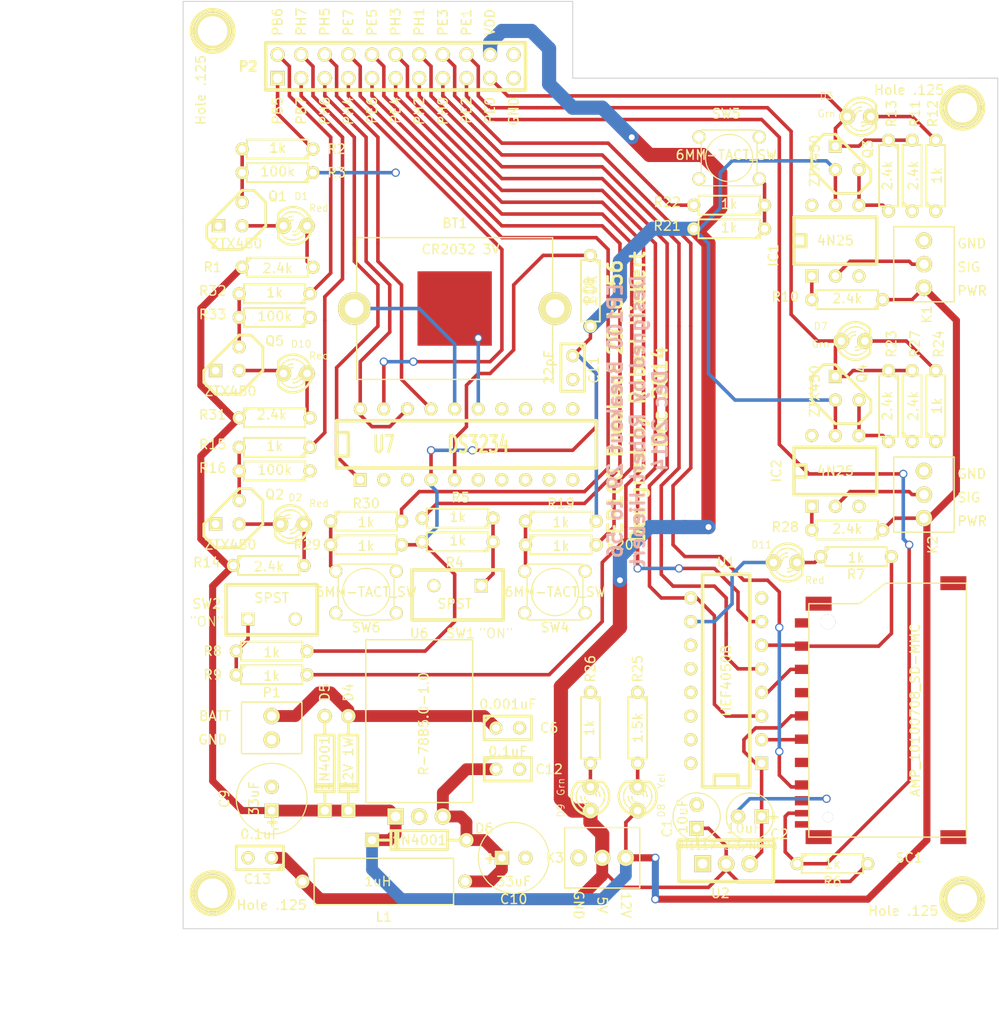
<source format=kicad_pcb>
(kicad_pcb (version 3) (host pcbnew "(2013-07-07 BZR 4022)-stable")

  (general
    (links 159)
    (no_connects 47)
    (area 45.339998 44.399999 153.085001 156.370002)
    (thickness 1.6)
    (drawings 52)
    (tracks 491)
    (zones 0)
    (modules 79)
    (nets 57)
  )

  (page A3)
  (layers
    (15 F.Cu signal)
    (0 B.Cu signal)
    (16 B.Adhes user)
    (17 F.Adhes user)
    (18 B.Paste user)
    (19 F.Paste user)
    (20 B.SilkS user)
    (21 F.SilkS user)
    (22 B.Mask user)
    (23 F.Mask user)
    (24 Dwgs.User user)
    (25 Cmts.User user)
    (26 Eco1.User user)
    (27 Eco2.User user)
    (28 Edge.Cuts user)
  )

  (setup
    (last_trace_width 0.254)
    (user_trace_width 0.381)
    (user_trace_width 0.635)
    (user_trace_width 0.762)
    (user_trace_width 1.016)
    (user_trace_width 1.27)
    (user_trace_width 1.524)
    (trace_clearance 0.254)
    (zone_clearance 0.508)
    (zone_45_only no)
    (trace_min 0.254)
    (segment_width 0.2)
    (edge_width 0.1)
    (via_size 0.889)
    (via_drill 0.635)
    (via_min_size 0.889)
    (via_min_drill 0.508)
    (uvia_size 0.508)
    (uvia_drill 0.127)
    (uvias_allowed no)
    (uvia_min_size 0.508)
    (uvia_min_drill 0.127)
    (pcb_text_width 0.3)
    (pcb_text_size 1.5 1.5)
    (mod_edge_width 0.15)
    (mod_text_size 1 1)
    (mod_text_width 0.15)
    (pad_size 1.778 1.778)
    (pad_drill 1.016)
    (pad_to_mask_clearance 0)
    (aux_axis_origin 0 0)
    (visible_elements 7FFFFBFF)
    (pcbplotparams
      (layerselection 3178497)
      (usegerberextensions true)
      (excludeedgelayer true)
      (linewidth 0.150000)
      (plotframeref false)
      (viasonmask false)
      (mode 1)
      (useauxorigin false)
      (hpglpennumber 1)
      (hpglpenspeed 20)
      (hpglpendiameter 15)
      (hpglpenoverlay 2)
      (psnegative false)
      (psa4output false)
      (plotreference true)
      (plotvalue true)
      (plotothertext true)
      (plotinvisibletext false)
      (padsonsilk false)
      (subtractmaskfromsilk false)
      (outputformat 1)
      (mirror false)
      (drillshape 1)
      (scaleselection 1)
      (outputdirectory ""))
  )

  (net 0 "")
  (net 1 +12V)
  (net 2 /PB5)
  (net 3 /PB6)
  (net 4 /PB7)
  (net 5 /PE0)
  (net 6 /PE1)
  (net 7 /PE2)
  (net 8 /PE3)
  (net 9 /PE4)
  (net 10 /PE5)
  (net 11 /PE6)
  (net 12 /PE7)
  (net 13 /PH0)
  (net 14 /PH1)
  (net 15 /PH2)
  (net 16 /PH3)
  (net 17 /PH4)
  (net 18 /PH5)
  (net 19 /PH6)
  (net 20 /PH7)
  (net 21 GND)
  (net 22 N-000001)
  (net 23 N-0000010)
  (net 24 N-0000011)
  (net 25 N-0000013)
  (net 26 N-0000014)
  (net 27 N-0000015)
  (net 28 N-0000016)
  (net 29 N-0000017)
  (net 30 N-0000018)
  (net 31 N-0000019)
  (net 32 N-000002)
  (net 33 N-0000020)
  (net 34 N-0000024)
  (net 35 N-0000027)
  (net 36 N-0000028)
  (net 37 N-0000029)
  (net 38 N-000003)
  (net 39 N-0000036)
  (net 40 N-0000037)
  (net 41 N-000004)
  (net 42 N-0000042)
  (net 43 N-0000043)
  (net 44 N-000005)
  (net 45 N-0000050)
  (net 46 N-0000051)
  (net 47 N-0000056)
  (net 48 N-0000057)
  (net 49 N-000006)
  (net 50 N-0000064)
  (net 51 N-0000065)
  (net 52 N-0000066)
  (net 53 N-0000067)
  (net 54 N-000008)
  (net 55 N-000009)
  (net 56 VDD)

  (net_class Default "This is the default net class."
    (clearance 0.254)
    (trace_width 0.254)
    (via_dia 0.889)
    (via_drill 0.635)
    (uvia_dia 0.508)
    (uvia_drill 0.127)
    (add_net "")
    (add_net +12V)
    (add_net /PB5)
    (add_net /PB6)
    (add_net /PB7)
    (add_net /PE0)
    (add_net /PE1)
    (add_net /PE2)
    (add_net /PE3)
    (add_net /PE4)
    (add_net /PE5)
    (add_net /PE6)
    (add_net /PE7)
    (add_net /PH0)
    (add_net /PH1)
    (add_net /PH2)
    (add_net /PH3)
    (add_net /PH4)
    (add_net /PH5)
    (add_net /PH6)
    (add_net /PH7)
    (add_net GND)
    (add_net N-000001)
    (add_net N-0000010)
    (add_net N-0000011)
    (add_net N-0000013)
    (add_net N-0000014)
    (add_net N-0000015)
    (add_net N-0000016)
    (add_net N-0000017)
    (add_net N-0000018)
    (add_net N-0000019)
    (add_net N-000002)
    (add_net N-0000020)
    (add_net N-0000024)
    (add_net N-0000027)
    (add_net N-0000028)
    (add_net N-0000029)
    (add_net N-000003)
    (add_net N-0000036)
    (add_net N-0000037)
    (add_net N-000004)
    (add_net N-0000042)
    (add_net N-0000043)
    (add_net N-000005)
    (add_net N-0000050)
    (add_net N-0000051)
    (add_net N-0000056)
    (add_net N-0000057)
    (add_net N-000006)
    (add_net N-0000064)
    (add_net N-0000065)
    (add_net N-0000066)
    (add_net N-0000067)
    (add_net N-000008)
    (add_net N-000009)
    (add_net VDD)
  )

  (module TO92 (layer F.Cu) (tedit 549701EE) (tstamp 5494C819)
    (at 70.485 67.31 180)
    (descr "Transistor TO92 brochage type BC237")
    (tags "TR TO92")
    (path /547A4599)
    (fp_text reference Q1 (at -5.08 1.905 180) (layer F.SilkS)
      (effects (font (size 1.016 1.016) (thickness 0.1524)))
    )
    (fp_text value ZTX450 (at -0.635 -3.175 180) (layer F.SilkS)
      (effects (font (size 1.016 1.016) (thickness 0.1524)))
    )
    (fp_line (start -1.27 2.54) (end 2.54 -1.27) (layer F.SilkS) (width 0.3048))
    (fp_line (start 2.54 -1.27) (end 2.54 -2.54) (layer F.SilkS) (width 0.3048))
    (fp_line (start 2.54 -2.54) (end 1.27 -3.81) (layer F.SilkS) (width 0.3048))
    (fp_line (start 1.27 -3.81) (end -1.27 -3.81) (layer F.SilkS) (width 0.3048))
    (fp_line (start -1.27 -3.81) (end -3.81 -1.27) (layer F.SilkS) (width 0.3048))
    (fp_line (start -3.81 -1.27) (end -3.81 1.27) (layer F.SilkS) (width 0.3048))
    (fp_line (start -3.81 1.27) (end -2.54 2.54) (layer F.SilkS) (width 0.3048))
    (fp_line (start -2.54 2.54) (end -1.27 2.54) (layer F.SilkS) (width 0.3048))
    (pad 1 thru_hole rect (at 1.27 -1.27 180) (size 1.397 1.397) (drill 0.8128)
      (layers *.Cu *.Mask F.SilkS)
      (net 21 GND)
    )
    (pad 2 thru_hole circle (at -1.27 -1.27 180) (size 1.397 1.397) (drill 0.8128)
      (layers *.Cu *.Mask F.SilkS)
      (net 31 N-0000019)
    )
    (pad 3 thru_hole circle (at -1.27 1.27 180) (size 1.397 1.397) (drill 0.8128)
      (layers *.Cu *.Mask F.SilkS)
      (net 33 N-0000020)
    )
    (model discret/to98.wrl
      (at (xyz 0 0 0))
      (scale (xyz 1 1 1))
      (rotate (xyz 0 0 0))
    )
  )

  (module TO92 (layer F.Cu) (tedit 549702FD) (tstamp 5494C828)
    (at 70.1675 99.3775 180)
    (descr "Transistor TO92 brochage type BC237")
    (tags "TR TO92")
    (path /547A455F)
    (fp_text reference Q2 (at -5.08 1.905 180) (layer F.SilkS)
      (effects (font (size 1.016 1.016) (thickness 0.1524)))
    )
    (fp_text value ZTX450 (at -0.3175 -3.4925 180) (layer F.SilkS)
      (effects (font (size 1.016 1.016) (thickness 0.1524)))
    )
    (fp_line (start -1.27 2.54) (end 2.54 -1.27) (layer F.SilkS) (width 0.3048))
    (fp_line (start 2.54 -1.27) (end 2.54 -2.54) (layer F.SilkS) (width 0.3048))
    (fp_line (start 2.54 -2.54) (end 1.27 -3.81) (layer F.SilkS) (width 0.3048))
    (fp_line (start 1.27 -3.81) (end -1.27 -3.81) (layer F.SilkS) (width 0.3048))
    (fp_line (start -1.27 -3.81) (end -3.81 -1.27) (layer F.SilkS) (width 0.3048))
    (fp_line (start -3.81 -1.27) (end -3.81 1.27) (layer F.SilkS) (width 0.3048))
    (fp_line (start -3.81 1.27) (end -2.54 2.54) (layer F.SilkS) (width 0.3048))
    (fp_line (start -2.54 2.54) (end -1.27 2.54) (layer F.SilkS) (width 0.3048))
    (pad 1 thru_hole rect (at 1.27 -1.27 180) (size 1.397 1.397) (drill 0.8128)
      (layers *.Cu *.Mask F.SilkS)
      (net 21 GND)
    )
    (pad 2 thru_hole circle (at -1.27 -1.27 180) (size 1.397 1.397) (drill 0.8128)
      (layers *.Cu *.Mask F.SilkS)
      (net 36 N-0000028)
    )
    (pad 3 thru_hole circle (at -1.27 1.27 180) (size 1.397 1.397) (drill 0.8128)
      (layers *.Cu *.Mask F.SilkS)
      (net 37 N-0000029)
    )
    (model discret/to98.wrl
      (at (xyz 0 0 0))
      (scale (xyz 1 1 1))
      (rotate (xyz 0 0 0))
    )
  )

  (module TO92 (layer F.Cu) (tedit 5497027B) (tstamp 5494C837)
    (at 70.1675 82.8675 180)
    (descr "Transistor TO92 brochage type BC237")
    (tags "TR TO92")
    (path /547A5DBC)
    (fp_text reference Q5 (at -5.08 1.905 180) (layer F.SilkS)
      (effects (font (size 1.016 1.016) (thickness 0.1524)))
    )
    (fp_text value ZTX450 (at -0.3175 -3.4925 180) (layer F.SilkS)
      (effects (font (size 1.016 1.016) (thickness 0.1524)))
    )
    (fp_line (start -1.27 2.54) (end 2.54 -1.27) (layer F.SilkS) (width 0.3048))
    (fp_line (start 2.54 -1.27) (end 2.54 -2.54) (layer F.SilkS) (width 0.3048))
    (fp_line (start 2.54 -2.54) (end 1.27 -3.81) (layer F.SilkS) (width 0.3048))
    (fp_line (start 1.27 -3.81) (end -1.27 -3.81) (layer F.SilkS) (width 0.3048))
    (fp_line (start -1.27 -3.81) (end -3.81 -1.27) (layer F.SilkS) (width 0.3048))
    (fp_line (start -3.81 -1.27) (end -3.81 1.27) (layer F.SilkS) (width 0.3048))
    (fp_line (start -3.81 1.27) (end -2.54 2.54) (layer F.SilkS) (width 0.3048))
    (fp_line (start -2.54 2.54) (end -1.27 2.54) (layer F.SilkS) (width 0.3048))
    (pad 1 thru_hole rect (at 1.27 -1.27 180) (size 1.397 1.397) (drill 0.8128)
      (layers *.Cu *.Mask F.SilkS)
      (net 21 GND)
    )
    (pad 2 thru_hole circle (at -1.27 -1.27 180) (size 1.397 1.397) (drill 0.8128)
      (layers *.Cu *.Mask F.SilkS)
      (net 41 N-000004)
    )
    (pad 3 thru_hole circle (at -1.27 1.27 180) (size 1.397 1.397) (drill 0.8128)
      (layers *.Cu *.Mask F.SilkS)
      (net 44 N-000005)
    )
    (model discret/to98.wrl
      (at (xyz 0 0 0))
      (scale (xyz 1 1 1))
      (rotate (xyz 0 0 0))
    )
  )

  (module TO92 (layer F.Cu) (tedit 5497098A) (tstamp 5494C846)
    (at 136.8425 61.2775 90)
    (descr "Transistor TO92 brochage type BC237")
    (tags "TR TO92")
    (path /547A411A)
    (fp_text reference Q3 (at 0.9525 2.2225 90) (layer F.SilkS)
      (effects (font (size 1.016 1.016) (thickness 0.1524)))
    )
    (fp_text value ZTX450 (at -0.3175 -3.4925 90) (layer F.SilkS)
      (effects (font (size 1.016 1.016) (thickness 0.1524)))
    )
    (fp_line (start -1.27 2.54) (end 2.54 -1.27) (layer F.SilkS) (width 0.3048))
    (fp_line (start 2.54 -1.27) (end 2.54 -2.54) (layer F.SilkS) (width 0.3048))
    (fp_line (start 2.54 -2.54) (end 1.27 -3.81) (layer F.SilkS) (width 0.3048))
    (fp_line (start 1.27 -3.81) (end -1.27 -3.81) (layer F.SilkS) (width 0.3048))
    (fp_line (start -1.27 -3.81) (end -3.81 -1.27) (layer F.SilkS) (width 0.3048))
    (fp_line (start -3.81 -1.27) (end -3.81 1.27) (layer F.SilkS) (width 0.3048))
    (fp_line (start -3.81 1.27) (end -2.54 2.54) (layer F.SilkS) (width 0.3048))
    (fp_line (start -2.54 2.54) (end -1.27 2.54) (layer F.SilkS) (width 0.3048))
    (pad 1 thru_hole rect (at 1.27 -1.27 90) (size 1.397 1.397) (drill 0.8128)
      (layers *.Cu *.Mask F.SilkS)
      (net 5 /PE0)
    )
    (pad 2 thru_hole circle (at -1.27 -1.27 90) (size 1.397 1.397) (drill 0.8128)
      (layers *.Cu *.Mask F.SilkS)
      (net 56 VDD)
    )
    (pad 3 thru_hole circle (at -1.27 1.27 90) (size 1.397 1.397) (drill 0.8128)
      (layers *.Cu *.Mask F.SilkS)
      (net 26 N-0000014)
    )
    (model discret/to98.wrl
      (at (xyz 0 0 0))
      (scale (xyz 1 1 1))
      (rotate (xyz 0 0 0))
    )
  )

  (module TO92 (layer F.Cu) (tedit 54970836) (tstamp 5494C855)
    (at 136.8425 86.0425 90)
    (descr "Transistor TO92 brochage type BC237")
    (tags "TR TO92")
    (path /547A2BE1)
    (fp_text reference Q4 (at 1.5875 1.5875 90) (layer F.SilkS)
      (effects (font (size 1.016 1.016) (thickness 0.1524)))
    )
    (fp_text value ZTX450 (at -0.3175 -3.4925 90) (layer F.SilkS)
      (effects (font (size 1.016 1.016) (thickness 0.1524)))
    )
    (fp_line (start -1.27 2.54) (end 2.54 -1.27) (layer F.SilkS) (width 0.3048))
    (fp_line (start 2.54 -1.27) (end 2.54 -2.54) (layer F.SilkS) (width 0.3048))
    (fp_line (start 2.54 -2.54) (end 1.27 -3.81) (layer F.SilkS) (width 0.3048))
    (fp_line (start 1.27 -3.81) (end -1.27 -3.81) (layer F.SilkS) (width 0.3048))
    (fp_line (start -1.27 -3.81) (end -3.81 -1.27) (layer F.SilkS) (width 0.3048))
    (fp_line (start -3.81 -1.27) (end -3.81 1.27) (layer F.SilkS) (width 0.3048))
    (fp_line (start -3.81 1.27) (end -2.54 2.54) (layer F.SilkS) (width 0.3048))
    (fp_line (start -2.54 2.54) (end -1.27 2.54) (layer F.SilkS) (width 0.3048))
    (pad 1 thru_hole rect (at 1.27 -1.27 90) (size 1.397 1.397) (drill 0.8128)
      (layers *.Cu *.Mask F.SilkS)
      (net 6 /PE1)
    )
    (pad 2 thru_hole circle (at -1.27 -1.27 90) (size 1.397 1.397) (drill 0.8128)
      (layers *.Cu *.Mask F.SilkS)
      (net 56 VDD)
    )
    (pad 3 thru_hole circle (at -1.27 1.27 90) (size 1.397 1.397) (drill 0.8128)
      (layers *.Cu *.Mask F.SilkS)
      (net 28 N-0000016)
    )
    (model discret/to98.wrl
      (at (xyz 0 0 0))
      (scale (xyz 1 1 1))
      (rotate (xyz 0 0 0))
    )
  )

  (module TE_282834-3 (layer F.Cu) (tedit 549708CE) (tstamp 5494C86E)
    (at 145.0975 72.7075 270)
    (path /547A4157)
    (fp_text reference K1 (at 5.3975 -0.3175 270) (layer F.SilkS)
      (effects (font (size 1 1) (thickness 0.15)))
    )
    (fp_text value CONN_3 (at 0 -1.905 270) (layer F.SilkS) hide
      (effects (font (size 1 1) (thickness 0.15)))
    )
    (fp_line (start -4.04 -3.25) (end -4.04 3.25) (layer F.SilkS) (width 0.15))
    (fp_line (start 4.04 -3.25) (end 4.04 3.25) (layer F.SilkS) (width 0.15))
    (fp_line (start -4.04 3.25) (end 4.04 3.25) (layer F.SilkS) (width 0.15))
    (fp_line (start -4.04 -3.25) (end 4.04 -3.25) (layer F.SilkS) (width 0.15))
    (pad 1 thru_hole circle (at -2.54 0 270) (size 1.75 1.75) (drill 1)
      (layers *.Cu *.Mask F.SilkS)
      (net 21 GND)
    )
    (pad 2 thru_hole circle (at 0 0 270) (size 1.75 1.75) (drill 1)
      (layers *.Cu *.Mask F.SilkS)
      (net 49 N-000006)
    )
    (pad 3 thru_hole circle (at 2.54 0 270) (size 1.75 1.75) (drill 1)
      (layers *.Cu *.Mask F.SilkS)
      (net 1 +12V)
    )
  )

  (module TE_282834-3 (layer F.Cu) (tedit 549707D6) (tstamp 5494C879)
    (at 145.0975 97.4725 270)
    (path /547A3574)
    (fp_text reference K2 (at 5.3975 -0.9525 270) (layer F.SilkS)
      (effects (font (size 1 1) (thickness 0.15)))
    )
    (fp_text value CONN_3 (at 0 -1.905 270) (layer F.SilkS) hide
      (effects (font (size 1 1) (thickness 0.15)))
    )
    (fp_line (start -4.04 -3.25) (end -4.04 3.25) (layer F.SilkS) (width 0.15))
    (fp_line (start 4.04 -3.25) (end 4.04 3.25) (layer F.SilkS) (width 0.15))
    (fp_line (start -4.04 3.25) (end 4.04 3.25) (layer F.SilkS) (width 0.15))
    (fp_line (start -4.04 -3.25) (end 4.04 -3.25) (layer F.SilkS) (width 0.15))
    (pad 1 thru_hole circle (at -2.54 0 270) (size 1.75 1.75) (drill 1)
      (layers *.Cu *.Mask F.SilkS)
      (net 21 GND)
    )
    (pad 2 thru_hole circle (at 0 0 270) (size 1.75 1.75) (drill 1)
      (layers *.Cu *.Mask F.SilkS)
      (net 23 N-0000010)
    )
    (pad 3 thru_hole circle (at 2.54 0 270) (size 1.75 1.75) (drill 1)
      (layers *.Cu *.Mask F.SilkS)
      (net 1 +12V)
    )
  )

  (module TE_282834-3 (layer F.Cu) (tedit 5497064F) (tstamp 5494C884)
    (at 110.49 136.525)
    (path /547A6828)
    (fp_text reference K3 (at -5.08 0) (layer F.SilkS)
      (effects (font (size 1 1) (thickness 0.15)))
    )
    (fp_text value CONN_3 (at 0 1.905) (layer F.SilkS) hide
      (effects (font (size 1 1) (thickness 0.15)))
    )
    (fp_line (start -4.04 -3.25) (end -4.04 3.25) (layer F.SilkS) (width 0.15))
    (fp_line (start 4.04 -3.25) (end 4.04 3.25) (layer F.SilkS) (width 0.15))
    (fp_line (start -4.04 3.25) (end 4.04 3.25) (layer F.SilkS) (width 0.15))
    (fp_line (start -4.04 -3.25) (end 4.04 -3.25) (layer F.SilkS) (width 0.15))
    (pad 1 thru_hole circle (at -2.54 0) (size 1.75 1.75) (drill 1)
      (layers *.Cu *.Mask F.SilkS)
      (net 21 GND)
    )
    (pad 2 thru_hole circle (at 0 0) (size 1.75 1.75) (drill 1)
      (layers *.Cu *.Mask F.SilkS)
      (net 56 VDD)
    )
    (pad 3 thru_hole circle (at 2.54 0) (size 1.75 1.75) (drill 1)
      (layers *.Cu *.Mask F.SilkS)
      (net 1 +12V)
    )
  )

  (module TE_282834-2 (layer F.Cu) (tedit 549704A9) (tstamp 5494C88E)
    (at 74.93 122.555 270)
    (path /547A48F3)
    (fp_text reference P1 (at -3.81 0 360) (layer F.SilkS)
      (effects (font (size 1 1) (thickness 0.15)))
    )
    (fp_text value CONN_2 (at 0 1.905 270) (layer F.SilkS) hide
      (effects (font (size 1 1) (thickness 0.15)))
    )
    (fp_line (start -2.77 -3.25) (end -2.77 3.25) (layer F.SilkS) (width 0.15))
    (fp_line (start 2.77 -3.25) (end 2.77 3.25) (layer F.SilkS) (width 0.15))
    (fp_line (start -2.77 3.25) (end 2.77 3.25) (layer F.SilkS) (width 0.15))
    (fp_line (start -2.77 -3.25) (end 2.77 -3.25) (layer F.SilkS) (width 0.15))
    (pad 1 thru_hole circle (at -1.27 0 270) (size 1.75 1.75) (drill 1)
      (layers *.Cu *.Mask F.SilkS)
      (net 52 N-0000066)
    )
    (pad 2 thru_hole circle (at 1.27 0 270) (size 1.75 1.75) (drill 1)
      (layers *.Cu *.Mask F.SilkS)
      (net 21 GND)
    )
  )

  (module Tactile_Push_Button (layer F.Cu) (tedit 549DC8CE) (tstamp 5494C89B)
    (at 105.41 107.95)
    (path /54867F24)
    (fp_text reference SW4 (at 0 3.81) (layer F.SilkS)
      (effects (font (size 1.016 1.016) (thickness 0.1524)))
    )
    (fp_text value 6MM-TACT_SW (at 0 0) (layer F.SilkS)
      (effects (font (size 1.016 1.016) (thickness 0.1524)))
    )
    (fp_circle (center 0 0) (end 0 -2.54) (layer F.SilkS) (width 0.127))
    (fp_line (start -3 -3) (end 3 -3) (layer F.SilkS) (width 0.127))
    (fp_line (start 3 -3) (end 3 3) (layer F.SilkS) (width 0.127))
    (fp_line (start 3 3) (end -3 3) (layer F.SilkS) (width 0.127))
    (fp_line (start -3 -3) (end -3 3) (layer F.SilkS) (width 0.127))
    (pad 2 thru_hole circle (at 3.25 -2.25) (size 1.397 1.397) (drill 0.99)
      (layers *.Cu *.Mask F.SilkS)
    )
    (pad 4 thru_hole circle (at 3.25 2.25) (size 1.397 1.397) (drill 0.99)
      (layers *.Cu *.Mask F.SilkS)
    )
    (pad 1 thru_hole circle (at -3.25 -2.25) (size 1.397 1.397) (drill 0.99)
      (layers *.Cu *.Mask F.SilkS)
      (net 48 N-0000057)
    )
    (pad 3 thru_hole circle (at -3.25 2.25) (size 1.397 1.397) (drill 0.99)
      (layers *.Cu *.Mask F.SilkS)
      (net 21 GND)
    )
  )

  (module Tactile_Push_Button (layer F.Cu) (tedit 549DC8C8) (tstamp 5494C8A8)
    (at 85.09 107.95)
    (path /54867F50)
    (fp_text reference SW6 (at 0 3.81) (layer F.SilkS)
      (effects (font (size 1.016 1.016) (thickness 0.1524)))
    )
    (fp_text value 6MM-TACT_SW (at 0 0) (layer F.SilkS)
      (effects (font (size 1.016 1.016) (thickness 0.1524)))
    )
    (fp_circle (center 0 0) (end 0 -2.54) (layer F.SilkS) (width 0.127))
    (fp_line (start -3 -3) (end 3 -3) (layer F.SilkS) (width 0.127))
    (fp_line (start 3 -3) (end 3 3) (layer F.SilkS) (width 0.127))
    (fp_line (start 3 3) (end -3 3) (layer F.SilkS) (width 0.127))
    (fp_line (start -3 -3) (end -3 3) (layer F.SilkS) (width 0.127))
    (pad 2 thru_hole circle (at 3.25 -2.25) (size 1.397 1.397) (drill 0.99)
      (layers *.Cu *.Mask F.SilkS)
    )
    (pad 4 thru_hole circle (at 3.25 2.25) (size 1.397 1.397) (drill 0.99)
      (layers *.Cu *.Mask F.SilkS)
    )
    (pad 1 thru_hole circle (at -3.25 -2.25) (size 1.397 1.397) (drill 0.99)
      (layers *.Cu *.Mask F.SilkS)
      (net 47 N-0000056)
    )
    (pad 3 thru_hole circle (at -3.25 2.25) (size 1.397 1.397) (drill 0.99)
      (layers *.Cu *.Mask F.SilkS)
      (net 21 GND)
    )
  )

  (module Tactile_Push_Button (layer F.Cu) (tedit 5497095B) (tstamp 5494C8B5)
    (at 124.1425 61.2775 180)
    (path /5485D87F)
    (fp_text reference SW5 (at 0.3175 4.7625 180) (layer F.SilkS)
      (effects (font (size 1.016 1.016) (thickness 0.1524)))
    )
    (fp_text value 6MM-TACT_SW (at 0.3175 0.3175 180) (layer F.SilkS)
      (effects (font (size 1.016 1.016) (thickness 0.1524)))
    )
    (fp_circle (center 0 0) (end 0 -2.54) (layer F.SilkS) (width 0.127))
    (fp_line (start -3 -3) (end 3 -3) (layer F.SilkS) (width 0.127))
    (fp_line (start 3 -3) (end 3 3) (layer F.SilkS) (width 0.127))
    (fp_line (start 3 3) (end -3 3) (layer F.SilkS) (width 0.127))
    (fp_line (start -3 -3) (end -3 3) (layer F.SilkS) (width 0.127))
    (pad 2 thru_hole circle (at 3.25 -2.25 180) (size 1.397 1.397) (drill 0.99)
      (layers *.Cu *.Mask F.SilkS)
    )
    (pad 4 thru_hole circle (at 3.25 2.25 180) (size 1.397 1.397) (drill 0.99)
      (layers *.Cu *.Mask F.SilkS)
    )
    (pad 1 thru_hole circle (at -3.25 -2.25 180) (size 1.397 1.397) (drill 0.99)
      (layers *.Cu *.Mask F.SilkS)
      (net 55 N-000009)
    )
    (pad 3 thru_hole circle (at -3.25 2.25 180) (size 1.397 1.397) (drill 0.99)
      (layers *.Cu *.Mask F.SilkS)
      (net 21 GND)
    )
  )

  (module Slide-Switch (layer F.Cu) (tedit 549DC85E) (tstamp 5494C8BF)
    (at 94.9325 108.2675 180)
    (descr "Connecteurs 2 pins")
    (tags "CONN DEV")
    (path /5489B9C5)
    (fp_text reference SW1 (at -0.3175 -4.1275 180) (layer F.SilkS)
      (effects (font (size 1.016 1.016) (thickness 0.1524)))
    )
    (fp_text value SPST (at 0.3175 -0.9525 180) (layer F.SilkS)
      (effects (font (size 1.016 1.016) (thickness 0.1524)))
    )
    (fp_line (start -4.9 2.69) (end 4.9 2.69) (layer F.SilkS) (width 0.4))
    (fp_line (start 4.9 -2.69) (end 4.9 2.69) (layer F.SilkS) (width 0.4))
    (fp_line (start -4.9 -2.69) (end 4.9 -2.69) (layer F.SilkS) (width 0.4))
    (fp_line (start -4.9 -2.69) (end -4.9 2.69) (layer F.SilkS) (width 0.4))
    (pad 1 thru_hole rect (at -2.54 1 180) (size 1.397 1.397) (drill 0.99)
      (layers *.Cu *.Mask F.SilkS)
      (net 40 N-0000037)
    )
    (pad 2 thru_hole circle (at 2.54 1 180) (size 1.397 1.397) (drill 0.99)
      (layers *.Cu *.Mask F.SilkS)
      (net 21 GND)
    )
  )

  (module Slide-Switch (layer F.Cu) (tedit 54970322) (tstamp 5494C8C9)
    (at 74.93 109.855)
    (descr "Connecteurs 2 pins")
    (tags "CONN DEV")
    (path /5489B9B3)
    (fp_text reference SW2 (at -6.985 -0.635) (layer F.SilkS)
      (effects (font (size 1.016 1.016) (thickness 0.1524)))
    )
    (fp_text value SPST (at 0 -1.27) (layer F.SilkS)
      (effects (font (size 1.016 1.016) (thickness 0.1524)))
    )
    (fp_line (start -4.9 2.69) (end 4.9 2.69) (layer F.SilkS) (width 0.4))
    (fp_line (start 4.9 -2.69) (end 4.9 2.69) (layer F.SilkS) (width 0.4))
    (fp_line (start -4.9 -2.69) (end 4.9 -2.69) (layer F.SilkS) (width 0.4))
    (fp_line (start -4.9 -2.69) (end -4.9 2.69) (layer F.SilkS) (width 0.4))
    (pad 1 thru_hole rect (at -2.54 1) (size 1.397 1.397) (drill 0.99)
      (layers *.Cu *.Mask F.SilkS)
      (net 39 N-0000036)
    )
    (pad 2 thru_hole circle (at 2.54 1) (size 1.397 1.397) (drill 0.99)
      (layers *.Cu *.Mask F.SilkS)
      (net 21 GND)
    )
  )

  (module SD-MMC (layer F.Cu) (tedit 54970769) (tstamp 5494C8E4)
    (at 132.715 120.65 90)
    (path /5495BC17)
    (fp_text reference SC1 (at -15.875 10.795 180) (layer F.SilkS)
      (effects (font (size 1 1) (thickness 0.15)))
    )
    (fp_text value AMP_10100708_SD-MMC (at 0 11.43 90) (layer F.SilkS)
      (effects (font (size 1 1) (thickness 0.15)))
    )
    (fp_line (start -13.65 0) (end -13.65 16.95) (layer F.SilkS) (width 0.15))
    (fp_line (start 13.65 16.95) (end -13.65 16.95) (layer F.SilkS) (width 0.15))
    (fp_line (start 13.65 8.25) (end 13.65 16.95) (layer F.SilkS) (width 0.15))
    (fp_line (start 11.45 5.45) (end 13.65 8.25) (layer F.SilkS) (width 0.15))
    (fp_line (start 11.45 0) (end 11.45 5.45) (layer F.SilkS) (width 0.15))
    (fp_line (start -13.65 0) (end 11.45 0) (layer F.SilkS) (width 0.15))
    (pad 9 smd rect (at 9.38 -0.75 90) (size 1 1.5)
      (layers F.Cu F.Paste F.Mask)
    )
    (pad 1 smd rect (at 6.88 -0.75 90) (size 1 1.5)
      (layers F.Cu F.Paste F.Mask)
      (net 50 N-0000064)
    )
    (pad 2 smd rect (at 4.388 -0.75 90) (size 1 1.5)
      (layers F.Cu F.Paste F.Mask)
      (net 46 N-0000051)
    )
    (pad 3 smd rect (at 1.88 -0.75 90) (size 1 1.5)
      (layers F.Cu F.Paste F.Mask)
      (net 21 GND)
    )
    (pad 4 smd rect (at -0.62 -0.75 90) (size 1 1.5)
      (layers F.Cu F.Paste F.Mask)
      (net 43 N-0000043)
    )
    (pad 5 smd rect (at -3.12 -0.75 90) (size 1 1.5)
      (layers F.Cu F.Paste F.Mask)
      (net 45 N-0000050)
    )
    (pad 6 smd rect (at -5.62 -0.75 90) (size 1 1.5)
      (layers F.Cu F.Paste F.Mask)
      (net 21 GND)
    )
    (pad 7 smd rect (at -8.04 -0.75 90) (size 1 1.5)
      (layers F.Cu F.Paste F.Mask)
      (net 13 /PH0)
    )
    (pad 8 smd rect (at -9.74 -0.75 90) (size 1 1.5)
      (layers F.Cu F.Paste F.Mask)
    )
    (pad CD smd rect (at -11.08 -0.75 90) (size 0.7 1.5)
      (layers F.Cu F.Paste F.Mask)
      (net 7 /PE2)
    )
    (pad WP smd rect (at -12.28 -0.75 90) (size 0.7 1.5)
      (layers F.Cu F.Paste F.Mask)
    )
    (pad "" smd rect (at -13.65 1.05 90) (size 1.5 2.8)
      (layers F.Cu F.Paste F.Mask)
    )
    (pad "" smd rect (at 11.45 1.05 90) (size 1.5 2.8)
      (layers F.Cu F.Paste F.Mask)
    )
    (pad "" smd rect (at 13.65 15.55 90) (size 1.5 2.8)
      (layers F.Cu F.Paste F.Mask)
    )
    (pad "" smd rect (at -13.65 15.55 90) (size 1.5 2.8)
      (layers F.Cu F.Paste F.Mask)
    )
    (pad Hole thru_hole circle (at -11.5 2.05 90) (size 1.1 1.1) (drill 1.1)
      (layers *.Cu *.Mask F.SilkS)
    )
    (pad Hole thru_hole circle (at 9.5 2.05 90) (size 1.6 1.6) (drill 1.6)
      (layers *.Cu *.Mask F.SilkS)
    )
  )

  (module R3 (layer F.Cu) (tedit 54970409) (tstamp 5494C8FD)
    (at 85.09 102.87)
    (descr "Resitance 3 pas")
    (tags R)
    (path /54869F5F)
    (autoplace_cost180 10)
    (fp_text reference R29 (at -6.35 0) (layer F.SilkS)
      (effects (font (size 1.016 1.016) (thickness 0.1524)))
    )
    (fp_text value 1k (at 0 0.127) (layer F.SilkS)
      (effects (font (size 1.016 1.016) (thickness 0.1524)))
    )
    (fp_line (start -3.81 0) (end -3.302 0) (layer F.SilkS) (width 0.2032))
    (fp_line (start 3.81 0) (end 3.302 0) (layer F.SilkS) (width 0.2032))
    (fp_line (start 3.302 0) (end 3.302 -1.016) (layer F.SilkS) (width 0.2032))
    (fp_line (start 3.302 -1.016) (end -3.302 -1.016) (layer F.SilkS) (width 0.2032))
    (fp_line (start -3.302 -1.016) (end -3.302 1.016) (layer F.SilkS) (width 0.2032))
    (fp_line (start -3.302 1.016) (end 3.302 1.016) (layer F.SilkS) (width 0.2032))
    (fp_line (start 3.302 1.016) (end 3.302 0) (layer F.SilkS) (width 0.2032))
    (fp_line (start -3.302 -0.508) (end -2.794 -1.016) (layer F.SilkS) (width 0.2032))
    (pad 1 thru_hole circle (at -3.81 0) (size 1.397 1.397) (drill 0.8128)
      (layers *.Cu *.Mask F.SilkS)
      (net 47 N-0000056)
    )
    (pad 2 thru_hole circle (at 3.81 0) (size 1.397 1.397) (drill 0.8128)
      (layers *.Cu *.Mask F.SilkS)
      (net 56 VDD)
    )
    (model discret/resistor.wrl
      (at (xyz 0 0 0))
      (scale (xyz 0.3 0.3 0.3))
      (rotate (xyz 0 0 0))
    )
  )

  (module R3 (layer F.Cu) (tedit 5497019D) (tstamp 5494C90B)
    (at 75.565 62.865 180)
    (descr "Resitance 3 pas")
    (tags R)
    (path /547A459F)
    (autoplace_cost180 10)
    (fp_text reference R3 (at -6.35 0 180) (layer F.SilkS)
      (effects (font (size 1.016 1.016) (thickness 0.1524)))
    )
    (fp_text value 100k (at 0 0.127 180) (layer F.SilkS)
      (effects (font (size 1.016 1.016) (thickness 0.1524)))
    )
    (fp_line (start -3.81 0) (end -3.302 0) (layer F.SilkS) (width 0.2032))
    (fp_line (start 3.81 0) (end 3.302 0) (layer F.SilkS) (width 0.2032))
    (fp_line (start 3.302 0) (end 3.302 -1.016) (layer F.SilkS) (width 0.2032))
    (fp_line (start 3.302 -1.016) (end -3.302 -1.016) (layer F.SilkS) (width 0.2032))
    (fp_line (start -3.302 -1.016) (end -3.302 1.016) (layer F.SilkS) (width 0.2032))
    (fp_line (start -3.302 1.016) (end 3.302 1.016) (layer F.SilkS) (width 0.2032))
    (fp_line (start 3.302 1.016) (end 3.302 0) (layer F.SilkS) (width 0.2032))
    (fp_line (start -3.302 -0.508) (end -2.794 -1.016) (layer F.SilkS) (width 0.2032))
    (pad 1 thru_hole circle (at -3.81 0 180) (size 1.397 1.397) (drill 0.8128)
      (layers *.Cu *.Mask F.SilkS)
      (net 21 GND)
    )
    (pad 2 thru_hole circle (at 3.81 0 180) (size 1.397 1.397) (drill 0.8128)
      (layers *.Cu *.Mask F.SilkS)
      (net 33 N-0000020)
    )
    (model discret/resistor.wrl
      (at (xyz 0 0 0))
      (scale (xyz 0.3 0.3 0.3))
      (rotate (xyz 0 0 0))
    )
  )

  (module R3 (layer F.Cu) (tedit 5497018D) (tstamp 5494C919)
    (at 75.565 60.325 180)
    (descr "Resitance 3 pas")
    (tags R)
    (path /547A45A5)
    (autoplace_cost180 10)
    (fp_text reference R2 (at -6.35 0 180) (layer F.SilkS)
      (effects (font (size 1.016 1.016) (thickness 0.1524)))
    )
    (fp_text value 1k (at 0 0.127 180) (layer F.SilkS)
      (effects (font (size 1.016 1.016) (thickness 0.2032)))
    )
    (fp_line (start -3.81 0) (end -3.302 0) (layer F.SilkS) (width 0.2032))
    (fp_line (start 3.81 0) (end 3.302 0) (layer F.SilkS) (width 0.2032))
    (fp_line (start 3.302 0) (end 3.302 -1.016) (layer F.SilkS) (width 0.2032))
    (fp_line (start 3.302 -1.016) (end -3.302 -1.016) (layer F.SilkS) (width 0.2032))
    (fp_line (start -3.302 -1.016) (end -3.302 1.016) (layer F.SilkS) (width 0.2032))
    (fp_line (start -3.302 1.016) (end 3.302 1.016) (layer F.SilkS) (width 0.2032))
    (fp_line (start 3.302 1.016) (end 3.302 0) (layer F.SilkS) (width 0.2032))
    (fp_line (start -3.302 -0.508) (end -2.794 -1.016) (layer F.SilkS) (width 0.2032))
    (pad 1 thru_hole circle (at -3.81 0 180) (size 1.397 1.397) (drill 0.8128)
      (layers *.Cu *.Mask F.SilkS)
      (net 2 /PB5)
    )
    (pad 2 thru_hole circle (at 3.81 0 180) (size 1.397 1.397) (drill 0.8128)
      (layers *.Cu *.Mask F.SilkS)
      (net 33 N-0000020)
    )
    (model discret/resistor.wrl
      (at (xyz 0 0 0))
      (scale (xyz 0.3 0.3 0.3))
      (rotate (xyz 0 0 0))
    )
  )

  (module R3 (layer F.Cu) (tedit 5497092A) (tstamp 5494C927)
    (at 124.1425 66.3575 180)
    (descr "Resitance 3 pas")
    (tags R)
    (path /5485D88C)
    (autoplace_cost180 10)
    (fp_text reference R22 (at 6.6675 0.3175 180) (layer F.SilkS)
      (effects (font (size 1.016 1.016) (thickness 0.1524)))
    )
    (fp_text value 1k (at 0 0.127 180) (layer F.SilkS)
      (effects (font (size 1.016 1.016) (thickness 0.1524)))
    )
    (fp_line (start -3.81 0) (end -3.302 0) (layer F.SilkS) (width 0.2032))
    (fp_line (start 3.81 0) (end 3.302 0) (layer F.SilkS) (width 0.2032))
    (fp_line (start 3.302 0) (end 3.302 -1.016) (layer F.SilkS) (width 0.2032))
    (fp_line (start 3.302 -1.016) (end -3.302 -1.016) (layer F.SilkS) (width 0.2032))
    (fp_line (start -3.302 -1.016) (end -3.302 1.016) (layer F.SilkS) (width 0.2032))
    (fp_line (start -3.302 1.016) (end 3.302 1.016) (layer F.SilkS) (width 0.2032))
    (fp_line (start 3.302 1.016) (end 3.302 0) (layer F.SilkS) (width 0.2032))
    (fp_line (start -3.302 -0.508) (end -2.794 -1.016) (layer F.SilkS) (width 0.2032))
    (pad 1 thru_hole circle (at -3.81 0 180) (size 1.397 1.397) (drill 0.8128)
      (layers *.Cu *.Mask F.SilkS)
      (net 55 N-000009)
    )
    (pad 2 thru_hole circle (at 3.81 0 180) (size 1.397 1.397) (drill 0.8128)
      (layers *.Cu *.Mask F.SilkS)
      (net 8 /PE3)
    )
    (model discret/resistor.wrl
      (at (xyz 0 0 0))
      (scale (xyz 0.3 0.3 0.3))
      (rotate (xyz 0 0 0))
    )
  )

  (module R3 (layer F.Cu) (tedit 5497043F) (tstamp 5494C935)
    (at 106.045 102.87)
    (descr "Resitance 3 pas")
    (tags R)
    (path /54867F2A)
    (autoplace_cost180 10)
    (fp_text reference R20 (at 6.35 0) (layer F.SilkS)
      (effects (font (size 1.016 1.016) (thickness 0.1524)))
    )
    (fp_text value 1k (at 0 0.127) (layer F.SilkS)
      (effects (font (size 1.016 1.016) (thickness 0.1524)))
    )
    (fp_line (start -3.81 0) (end -3.302 0) (layer F.SilkS) (width 0.2032))
    (fp_line (start 3.81 0) (end 3.302 0) (layer F.SilkS) (width 0.2032))
    (fp_line (start 3.302 0) (end 3.302 -1.016) (layer F.SilkS) (width 0.2032))
    (fp_line (start 3.302 -1.016) (end -3.302 -1.016) (layer F.SilkS) (width 0.2032))
    (fp_line (start -3.302 -1.016) (end -3.302 1.016) (layer F.SilkS) (width 0.2032))
    (fp_line (start -3.302 1.016) (end 3.302 1.016) (layer F.SilkS) (width 0.2032))
    (fp_line (start 3.302 1.016) (end 3.302 0) (layer F.SilkS) (width 0.2032))
    (fp_line (start -3.302 -0.508) (end -2.794 -1.016) (layer F.SilkS) (width 0.2032))
    (pad 1 thru_hole circle (at -3.81 0) (size 1.397 1.397) (drill 0.8128)
      (layers *.Cu *.Mask F.SilkS)
      (net 48 N-0000057)
    )
    (pad 2 thru_hole circle (at 3.81 0) (size 1.397 1.397) (drill 0.8128)
      (layers *.Cu *.Mask F.SilkS)
      (net 10 /PE5)
    )
    (model discret/resistor.wrl
      (at (xyz 0 0 0))
      (scale (xyz 0.3 0.3 0.3))
      (rotate (xyz 0 0 0))
    )
  )

  (module R3 (layer F.Cu) (tedit 549702B0) (tstamp 5494C943)
    (at 75.2475 89.2175)
    (descr "Resitance 3 pas")
    (tags R)
    (path /547A5DB6)
    (autoplace_cost180 10)
    (fp_text reference R31 (at -6.6675 -0.3175) (layer F.SilkS)
      (effects (font (size 1.016 1.016) (thickness 0.1524)))
    )
    (fp_text value 2.4k (at -0.3175 -0.3175) (layer F.SilkS)
      (effects (font (size 1.016 1.016) (thickness 0.1524)))
    )
    (fp_line (start -3.81 0) (end -3.302 0) (layer F.SilkS) (width 0.2032))
    (fp_line (start 3.81 0) (end 3.302 0) (layer F.SilkS) (width 0.2032))
    (fp_line (start 3.302 0) (end 3.302 -1.016) (layer F.SilkS) (width 0.2032))
    (fp_line (start 3.302 -1.016) (end -3.302 -1.016) (layer F.SilkS) (width 0.2032))
    (fp_line (start -3.302 -1.016) (end -3.302 1.016) (layer F.SilkS) (width 0.2032))
    (fp_line (start -3.302 1.016) (end 3.302 1.016) (layer F.SilkS) (width 0.2032))
    (fp_line (start 3.302 1.016) (end 3.302 0) (layer F.SilkS) (width 0.2032))
    (fp_line (start -3.302 -0.508) (end -2.794 -1.016) (layer F.SilkS) (width 0.2032))
    (pad 1 thru_hole circle (at -3.81 0) (size 1.397 1.397) (drill 0.8128)
      (layers *.Cu *.Mask F.SilkS)
      (net 1 +12V)
    )
    (pad 2 thru_hole circle (at 3.81 0) (size 1.397 1.397) (drill 0.8128)
      (layers *.Cu *.Mask F.SilkS)
      (net 38 N-000003)
    )
    (model discret/resistor.wrl
      (at (xyz 0 0 0))
      (scale (xyz 0.3 0.3 0.3))
      (rotate (xyz 0 0 0))
    )
  )

  (module R3 (layer F.Cu) (tedit 5497066C) (tstamp 5494C951)
    (at 109.22 122.555 270)
    (descr "Resitance 3 pas")
    (tags R)
    (path /547A72E0)
    (autoplace_cost180 10)
    (fp_text reference R26 (at -6.35 0 270) (layer F.SilkS)
      (effects (font (size 1.016 1.016) (thickness 0.1524)))
    )
    (fp_text value 1k (at 0 0.127 270) (layer F.SilkS)
      (effects (font (size 1.016 1.016) (thickness 0.1524)))
    )
    (fp_line (start -3.81 0) (end -3.302 0) (layer F.SilkS) (width 0.2032))
    (fp_line (start 3.81 0) (end 3.302 0) (layer F.SilkS) (width 0.2032))
    (fp_line (start 3.302 0) (end 3.302 -1.016) (layer F.SilkS) (width 0.2032))
    (fp_line (start 3.302 -1.016) (end -3.302 -1.016) (layer F.SilkS) (width 0.2032))
    (fp_line (start -3.302 -1.016) (end -3.302 1.016) (layer F.SilkS) (width 0.2032))
    (fp_line (start -3.302 1.016) (end 3.302 1.016) (layer F.SilkS) (width 0.2032))
    (fp_line (start 3.302 1.016) (end 3.302 0) (layer F.SilkS) (width 0.2032))
    (fp_line (start -3.302 -0.508) (end -2.794 -1.016) (layer F.SilkS) (width 0.2032))
    (pad 1 thru_hole circle (at -3.81 0 270) (size 1.397 1.397) (drill 0.8128)
      (layers *.Cu *.Mask F.SilkS)
      (net 21 GND)
    )
    (pad 2 thru_hole circle (at 3.81 0 270) (size 1.397 1.397) (drill 0.8128)
      (layers *.Cu *.Mask F.SilkS)
      (net 22 N-000001)
    )
    (model discret/resistor.wrl
      (at (xyz 0 0 0))
      (scale (xyz 0.3 0.3 0.3))
      (rotate (xyz 0 0 0))
    )
  )

  (module R3 (layer F.Cu) (tedit 5497024C) (tstamp 5494C95F)
    (at 75.2475 78.4225 180)
    (descr "Resitance 3 pas")
    (tags R)
    (path /547A5DC2)
    (autoplace_cost180 10)
    (fp_text reference R33 (at 6.6675 0.3175 180) (layer F.SilkS)
      (effects (font (size 1.016 1.016) (thickness 0.1524)))
    )
    (fp_text value 100k (at 0 0.127 180) (layer F.SilkS)
      (effects (font (size 1.016 1.016) (thickness 0.1524)))
    )
    (fp_line (start -3.81 0) (end -3.302 0) (layer F.SilkS) (width 0.2032))
    (fp_line (start 3.81 0) (end 3.302 0) (layer F.SilkS) (width 0.2032))
    (fp_line (start 3.302 0) (end 3.302 -1.016) (layer F.SilkS) (width 0.2032))
    (fp_line (start 3.302 -1.016) (end -3.302 -1.016) (layer F.SilkS) (width 0.2032))
    (fp_line (start -3.302 -1.016) (end -3.302 1.016) (layer F.SilkS) (width 0.2032))
    (fp_line (start -3.302 1.016) (end 3.302 1.016) (layer F.SilkS) (width 0.2032))
    (fp_line (start 3.302 1.016) (end 3.302 0) (layer F.SilkS) (width 0.2032))
    (fp_line (start -3.302 -0.508) (end -2.794 -1.016) (layer F.SilkS) (width 0.2032))
    (pad 1 thru_hole circle (at -3.81 0 180) (size 1.397 1.397) (drill 0.8128)
      (layers *.Cu *.Mask F.SilkS)
      (net 21 GND)
    )
    (pad 2 thru_hole circle (at 3.81 0 180) (size 1.397 1.397) (drill 0.8128)
      (layers *.Cu *.Mask F.SilkS)
      (net 44 N-000005)
    )
    (model discret/resistor.wrl
      (at (xyz 0 0 0))
      (scale (xyz 0.3 0.3 0.3))
      (rotate (xyz 0 0 0))
    )
  )

  (module R3 (layer F.Cu) (tedit 54970239) (tstamp 5494C96D)
    (at 75.2475 75.8825 180)
    (descr "Resitance 3 pas")
    (tags R)
    (path /547A5DC8)
    (autoplace_cost180 10)
    (fp_text reference R32 (at 6.6675 0.3175 180) (layer F.SilkS)
      (effects (font (size 1.016 1.016) (thickness 0.1524)))
    )
    (fp_text value 1k (at 0 0.127 180) (layer F.SilkS)
      (effects (font (size 1.016 1.016) (thickness 0.1524)))
    )
    (fp_line (start -3.81 0) (end -3.302 0) (layer F.SilkS) (width 0.2032))
    (fp_line (start 3.81 0) (end 3.302 0) (layer F.SilkS) (width 0.2032))
    (fp_line (start 3.302 0) (end 3.302 -1.016) (layer F.SilkS) (width 0.2032))
    (fp_line (start 3.302 -1.016) (end -3.302 -1.016) (layer F.SilkS) (width 0.2032))
    (fp_line (start -3.302 -1.016) (end -3.302 1.016) (layer F.SilkS) (width 0.2032))
    (fp_line (start -3.302 1.016) (end 3.302 1.016) (layer F.SilkS) (width 0.2032))
    (fp_line (start 3.302 1.016) (end 3.302 0) (layer F.SilkS) (width 0.2032))
    (fp_line (start -3.302 -0.508) (end -2.794 -1.016) (layer F.SilkS) (width 0.2032))
    (pad 1 thru_hole circle (at -3.81 0 180) (size 1.397 1.397) (drill 0.8128)
      (layers *.Cu *.Mask F.SilkS)
      (net 3 /PB6)
    )
    (pad 2 thru_hole circle (at 3.81 0 180) (size 1.397 1.397) (drill 0.8128)
      (layers *.Cu *.Mask F.SilkS)
      (net 44 N-000005)
    )
    (model discret/resistor.wrl
      (at (xyz 0 0 0))
      (scale (xyz 0.3 0.3 0.3))
      (rotate (xyz 0 0 0))
    )
  )

  (module R3 (layer F.Cu) (tedit 54964519) (tstamp 5494CEB1)
    (at 109.22 75.565 270)
    (descr "Resitance 3 pas")
    (tags R)
    (path /547B92E6)
    (autoplace_cost180 10)
    (fp_text reference R18 (at 0 0.127 270) (layer F.SilkS)
      (effects (font (size 1.016 1.016) (thickness 0.1524)))
    )
    (fp_text value 10k (at 0 0 270) (layer F.SilkS)
      (effects (font (size 1.397 1.27) (thickness 0.2032)))
    )
    (fp_line (start -3.81 0) (end -3.302 0) (layer F.SilkS) (width 0.2032))
    (fp_line (start 3.81 0) (end 3.302 0) (layer F.SilkS) (width 0.2032))
    (fp_line (start 3.302 0) (end 3.302 -1.016) (layer F.SilkS) (width 0.2032))
    (fp_line (start 3.302 -1.016) (end -3.302 -1.016) (layer F.SilkS) (width 0.2032))
    (fp_line (start -3.302 -1.016) (end -3.302 1.016) (layer F.SilkS) (width 0.2032))
    (fp_line (start -3.302 1.016) (end 3.302 1.016) (layer F.SilkS) (width 0.2032))
    (fp_line (start 3.302 1.016) (end 3.302 0) (layer F.SilkS) (width 0.2032))
    (fp_line (start -3.302 -0.508) (end -2.794 -1.016) (layer F.SilkS) (width 0.2032))
    (pad 1 thru_hole circle (at -3.81 0 270) (size 1.397 1.397) (drill 0.8128)
      (layers *.Cu *.Mask F.SilkS)
      (net 24 N-0000011)
    )
    (pad 2 thru_hole circle (at 3.81 0 270) (size 1.397 1.397) (drill 0.8128)
      (layers *.Cu *.Mask F.SilkS)
      (net 56 VDD)
    )
    (model discret/resistor.wrl
      (at (xyz 0 0 0))
      (scale (xyz 0.3 0.3 0.3))
      (rotate (xyz 0 0 0))
    )
  )

  (module R3 (layer F.Cu) (tedit 54970431) (tstamp 5494C989)
    (at 106.045 100.33)
    (descr "Resitance 3 pas")
    (tags R)
    (path /54869F65)
    (autoplace_cost180 10)
    (fp_text reference R19 (at 0 -1.905) (layer F.SilkS)
      (effects (font (size 1.016 1.016) (thickness 0.1524)))
    )
    (fp_text value 1k (at 0 0.127) (layer F.SilkS)
      (effects (font (size 1.016 1.016) (thickness 0.1524)))
    )
    (fp_line (start -3.81 0) (end -3.302 0) (layer F.SilkS) (width 0.2032))
    (fp_line (start 3.81 0) (end 3.302 0) (layer F.SilkS) (width 0.2032))
    (fp_line (start 3.302 0) (end 3.302 -1.016) (layer F.SilkS) (width 0.2032))
    (fp_line (start 3.302 -1.016) (end -3.302 -1.016) (layer F.SilkS) (width 0.2032))
    (fp_line (start -3.302 -1.016) (end -3.302 1.016) (layer F.SilkS) (width 0.2032))
    (fp_line (start -3.302 1.016) (end 3.302 1.016) (layer F.SilkS) (width 0.2032))
    (fp_line (start 3.302 1.016) (end 3.302 0) (layer F.SilkS) (width 0.2032))
    (fp_line (start -3.302 -0.508) (end -2.794 -1.016) (layer F.SilkS) (width 0.2032))
    (pad 1 thru_hole circle (at -3.81 0) (size 1.397 1.397) (drill 0.8128)
      (layers *.Cu *.Mask F.SilkS)
      (net 48 N-0000057)
    )
    (pad 2 thru_hole circle (at 3.81 0) (size 1.397 1.397) (drill 0.8128)
      (layers *.Cu *.Mask F.SilkS)
      (net 56 VDD)
    )
    (model discret/resistor.wrl
      (at (xyz 0 0 0))
      (scale (xyz 0.3 0.3 0.3))
      (rotate (xyz 0 0 0))
    )
  )

  (module R3 (layer F.Cu) (tedit 5497032F) (tstamp 5494C997)
    (at 74.6125 105.0925)
    (descr "Resitance 3 pas")
    (tags R)
    (path /547A4559)
    (autoplace_cost180 10)
    (fp_text reference R14 (at -6.6675 -0.3175) (layer F.SilkS)
      (effects (font (size 1.016 1.016) (thickness 0.1524)))
    )
    (fp_text value 2.4k (at 0 0.127) (layer F.SilkS)
      (effects (font (size 1.016 1.016) (thickness 0.1524)))
    )
    (fp_line (start -3.81 0) (end -3.302 0) (layer F.SilkS) (width 0.2032))
    (fp_line (start 3.81 0) (end 3.302 0) (layer F.SilkS) (width 0.2032))
    (fp_line (start 3.302 0) (end 3.302 -1.016) (layer F.SilkS) (width 0.2032))
    (fp_line (start 3.302 -1.016) (end -3.302 -1.016) (layer F.SilkS) (width 0.2032))
    (fp_line (start -3.302 -1.016) (end -3.302 1.016) (layer F.SilkS) (width 0.2032))
    (fp_line (start -3.302 1.016) (end 3.302 1.016) (layer F.SilkS) (width 0.2032))
    (fp_line (start 3.302 1.016) (end 3.302 0) (layer F.SilkS) (width 0.2032))
    (fp_line (start -3.302 -0.508) (end -2.794 -1.016) (layer F.SilkS) (width 0.2032))
    (pad 1 thru_hole circle (at -3.81 0) (size 1.397 1.397) (drill 0.8128)
      (layers *.Cu *.Mask F.SilkS)
      (net 1 +12V)
    )
    (pad 2 thru_hole circle (at 3.81 0) (size 1.397 1.397) (drill 0.8128)
      (layers *.Cu *.Mask F.SilkS)
      (net 35 N-0000027)
    )
    (model discret/resistor.wrl
      (at (xyz 0 0 0))
      (scale (xyz 0.3 0.3 0.3))
      (rotate (xyz 0 0 0))
    )
  )

  (module R3 (layer F.Cu) (tedit 54970678) (tstamp 5494C9A5)
    (at 114.3 122.555 270)
    (descr "Resitance 3 pas")
    (tags R)
    (path /547A7198)
    (autoplace_cost180 10)
    (fp_text reference R25 (at -6.35 0 270) (layer F.SilkS)
      (effects (font (size 1.016 1.016) (thickness 0.1524)))
    )
    (fp_text value 1.5k (at 0 0 270) (layer F.SilkS)
      (effects (font (size 1.016 1.016) (thickness 0.1524)))
    )
    (fp_line (start -3.81 0) (end -3.302 0) (layer F.SilkS) (width 0.2032))
    (fp_line (start 3.81 0) (end 3.302 0) (layer F.SilkS) (width 0.2032))
    (fp_line (start 3.302 0) (end 3.302 -1.016) (layer F.SilkS) (width 0.2032))
    (fp_line (start 3.302 -1.016) (end -3.302 -1.016) (layer F.SilkS) (width 0.2032))
    (fp_line (start -3.302 -1.016) (end -3.302 1.016) (layer F.SilkS) (width 0.2032))
    (fp_line (start -3.302 1.016) (end 3.302 1.016) (layer F.SilkS) (width 0.2032))
    (fp_line (start 3.302 1.016) (end 3.302 0) (layer F.SilkS) (width 0.2032))
    (fp_line (start -3.302 -0.508) (end -2.794 -1.016) (layer F.SilkS) (width 0.2032))
    (pad 1 thru_hole circle (at -3.81 0 270) (size 1.397 1.397) (drill 0.8128)
      (layers *.Cu *.Mask F.SilkS)
      (net 21 GND)
    )
    (pad 2 thru_hole circle (at 3.81 0 270) (size 1.397 1.397) (drill 0.8128)
      (layers *.Cu *.Mask F.SilkS)
      (net 32 N-000002)
    )
    (model discret/resistor.wrl
      (at (xyz 0 0 0))
      (scale (xyz 0.3 0.3 0.3))
      (rotate (xyz 0 0 0))
    )
  )

  (module R3 (layer F.Cu) (tedit 5497046F) (tstamp 5494C9B3)
    (at 74.93 116.84)
    (descr "Resitance 3 pas")
    (tags R)
    (path /548655F9)
    (autoplace_cost180 10)
    (fp_text reference R9 (at -6.35 0) (layer F.SilkS)
      (effects (font (size 1.016 1.016) (thickness 0.1524)))
    )
    (fp_text value 1k (at 0 0.127) (layer F.SilkS)
      (effects (font (size 1.016 1.016) (thickness 0.1524)))
    )
    (fp_line (start -3.81 0) (end -3.302 0) (layer F.SilkS) (width 0.2032))
    (fp_line (start 3.81 0) (end 3.302 0) (layer F.SilkS) (width 0.2032))
    (fp_line (start 3.302 0) (end 3.302 -1.016) (layer F.SilkS) (width 0.2032))
    (fp_line (start 3.302 -1.016) (end -3.302 -1.016) (layer F.SilkS) (width 0.2032))
    (fp_line (start -3.302 -1.016) (end -3.302 1.016) (layer F.SilkS) (width 0.2032))
    (fp_line (start -3.302 1.016) (end 3.302 1.016) (layer F.SilkS) (width 0.2032))
    (fp_line (start 3.302 1.016) (end 3.302 0) (layer F.SilkS) (width 0.2032))
    (fp_line (start -3.302 -0.508) (end -2.794 -1.016) (layer F.SilkS) (width 0.2032))
    (pad 1 thru_hole circle (at -3.81 0) (size 1.397 1.397) (drill 0.8128)
      (layers *.Cu *.Mask F.SilkS)
      (net 39 N-0000036)
    )
    (pad 2 thru_hole circle (at 3.81 0) (size 1.397 1.397) (drill 0.8128)
      (layers *.Cu *.Mask F.SilkS)
      (net 9 /PE4)
    )
    (model discret/resistor.wrl
      (at (xyz 0 0 0))
      (scale (xyz 0.3 0.3 0.3))
      (rotate (xyz 0 0 0))
    )
  )

  (module R3 (layer F.Cu) (tedit 5497086E) (tstamp 5494C9C1)
    (at 146.3675 87.9475 90)
    (descr "Resitance 3 pas")
    (tags R)
    (path /547A2DCE)
    (autoplace_cost180 10)
    (fp_text reference R24 (at 6.6675 0.3175 90) (layer F.SilkS)
      (effects (font (size 1.016 1.016) (thickness 0.1524)))
    )
    (fp_text value 1k (at 0 0.127 90) (layer F.SilkS)
      (effects (font (size 1.016 1.016) (thickness 0.1524)))
    )
    (fp_line (start -3.81 0) (end -3.302 0) (layer F.SilkS) (width 0.2032))
    (fp_line (start 3.81 0) (end 3.302 0) (layer F.SilkS) (width 0.2032))
    (fp_line (start 3.302 0) (end 3.302 -1.016) (layer F.SilkS) (width 0.2032))
    (fp_line (start 3.302 -1.016) (end -3.302 -1.016) (layer F.SilkS) (width 0.2032))
    (fp_line (start -3.302 -1.016) (end -3.302 1.016) (layer F.SilkS) (width 0.2032))
    (fp_line (start -3.302 1.016) (end 3.302 1.016) (layer F.SilkS) (width 0.2032))
    (fp_line (start 3.302 1.016) (end 3.302 0) (layer F.SilkS) (width 0.2032))
    (fp_line (start -3.302 -0.508) (end -2.794 -1.016) (layer F.SilkS) (width 0.2032))
    (pad 1 thru_hole circle (at -3.81 0 90) (size 1.397 1.397) (drill 0.8128)
      (layers *.Cu *.Mask F.SilkS)
      (net 21 GND)
    )
    (pad 2 thru_hole circle (at 3.81 0 90) (size 1.397 1.397) (drill 0.8128)
      (layers *.Cu *.Mask F.SilkS)
      (net 25 N-0000013)
    )
    (model discret/resistor.wrl
      (at (xyz 0 0 0))
      (scale (xyz 0.3 0.3 0.3))
      (rotate (xyz 0 0 0))
    )
  )

  (module R3 (layer F.Cu) (tedit 5497071B) (tstamp 5494C9CF)
    (at 135.255 137.16)
    (descr "Resitance 3 pas")
    (tags R)
    (path /5487666A)
    (autoplace_cost180 10)
    (fp_text reference R6 (at 0 1.905) (layer F.SilkS)
      (effects (font (size 1.016 1.016) (thickness 0.1524)))
    )
    (fp_text value 1k (at 0 0) (layer F.SilkS)
      (effects (font (size 1.016 1.016) (thickness 0.1524)))
    )
    (fp_line (start -3.81 0) (end -3.302 0) (layer F.SilkS) (width 0.2032))
    (fp_line (start 3.81 0) (end 3.302 0) (layer F.SilkS) (width 0.2032))
    (fp_line (start 3.302 0) (end 3.302 -1.016) (layer F.SilkS) (width 0.2032))
    (fp_line (start 3.302 -1.016) (end -3.302 -1.016) (layer F.SilkS) (width 0.2032))
    (fp_line (start -3.302 -1.016) (end -3.302 1.016) (layer F.SilkS) (width 0.2032))
    (fp_line (start -3.302 1.016) (end 3.302 1.016) (layer F.SilkS) (width 0.2032))
    (fp_line (start 3.302 1.016) (end 3.302 0) (layer F.SilkS) (width 0.2032))
    (fp_line (start -3.302 -0.508) (end -2.794 -1.016) (layer F.SilkS) (width 0.2032))
    (pad 1 thru_hole circle (at -3.81 0) (size 1.397 1.397) (drill 0.8128)
      (layers *.Cu *.Mask F.SilkS)
      (net 7 /PE2)
    )
    (pad 2 thru_hole circle (at 3.81 0) (size 1.397 1.397) (drill 0.8128)
      (layers *.Cu *.Mask F.SilkS)
      (net 56 VDD)
    )
    (model discret/resistor.wrl
      (at (xyz 0 0 0))
      (scale (xyz 0.3 0.3 0.3))
      (rotate (xyz 0 0 0))
    )
  )

  (module R3 (layer F.Cu) (tedit 54970794) (tstamp 5494C9DD)
    (at 137.795 104.14)
    (descr "Resitance 3 pas")
    (tags R)
    (path /54873F0F)
    (autoplace_cost180 10)
    (fp_text reference R7 (at 0 1.905) (layer F.SilkS)
      (effects (font (size 1.016 1.016) (thickness 0.1524)))
    )
    (fp_text value 1k (at 0 0.127) (layer F.SilkS)
      (effects (font (size 1.016 1.016) (thickness 0.1524)))
    )
    (fp_line (start -3.81 0) (end -3.302 0) (layer F.SilkS) (width 0.2032))
    (fp_line (start 3.81 0) (end 3.302 0) (layer F.SilkS) (width 0.2032))
    (fp_line (start 3.302 0) (end 3.302 -1.016) (layer F.SilkS) (width 0.2032))
    (fp_line (start 3.302 -1.016) (end -3.302 -1.016) (layer F.SilkS) (width 0.2032))
    (fp_line (start -3.302 -1.016) (end -3.302 1.016) (layer F.SilkS) (width 0.2032))
    (fp_line (start -3.302 1.016) (end 3.302 1.016) (layer F.SilkS) (width 0.2032))
    (fp_line (start 3.302 1.016) (end 3.302 0) (layer F.SilkS) (width 0.2032))
    (fp_line (start -3.302 -0.508) (end -2.794 -1.016) (layer F.SilkS) (width 0.2032))
    (pad 1 thru_hole circle (at -3.81 0) (size 1.397 1.397) (drill 0.8128)
      (layers *.Cu *.Mask F.SilkS)
      (net 51 N-0000065)
    )
    (pad 2 thru_hole circle (at 3.81 0) (size 1.397 1.397) (drill 0.8128)
      (layers *.Cu *.Mask F.SilkS)
      (net 50 N-0000064)
    )
    (model discret/resistor.wrl
      (at (xyz 0 0 0))
      (scale (xyz 0.3 0.3 0.3))
      (rotate (xyz 0 0 0))
    )
  )

  (module R3 (layer F.Cu) (tedit 54970462) (tstamp 5494C9EB)
    (at 74.93 114.3)
    (descr "Resitance 3 pas")
    (tags R)
    (path /5486963F)
    (autoplace_cost180 10)
    (fp_text reference R8 (at -6.35 0) (layer F.SilkS)
      (effects (font (size 1.016 1.016) (thickness 0.1524)))
    )
    (fp_text value 1k (at 0 0.127) (layer F.SilkS)
      (effects (font (size 1.016 1.016) (thickness 0.1524)))
    )
    (fp_line (start -3.81 0) (end -3.302 0) (layer F.SilkS) (width 0.2032))
    (fp_line (start 3.81 0) (end 3.302 0) (layer F.SilkS) (width 0.2032))
    (fp_line (start 3.302 0) (end 3.302 -1.016) (layer F.SilkS) (width 0.2032))
    (fp_line (start 3.302 -1.016) (end -3.302 -1.016) (layer F.SilkS) (width 0.2032))
    (fp_line (start -3.302 -1.016) (end -3.302 1.016) (layer F.SilkS) (width 0.2032))
    (fp_line (start -3.302 1.016) (end 3.302 1.016) (layer F.SilkS) (width 0.2032))
    (fp_line (start 3.302 1.016) (end 3.302 0) (layer F.SilkS) (width 0.2032))
    (fp_line (start -3.302 -0.508) (end -2.794 -1.016) (layer F.SilkS) (width 0.2032))
    (pad 1 thru_hole circle (at -3.81 0) (size 1.397 1.397) (drill 0.8128)
      (layers *.Cu *.Mask F.SilkS)
      (net 39 N-0000036)
    )
    (pad 2 thru_hole circle (at 3.81 0) (size 1.397 1.397) (drill 0.8128)
      (layers *.Cu *.Mask F.SilkS)
      (net 56 VDD)
    )
    (model discret/resistor.wrl
      (at (xyz 0 0 0))
      (scale (xyz 0.3 0.3 0.3))
      (rotate (xyz 0 0 0))
    )
  )

  (module R3 (layer F.Cu) (tedit 54970937) (tstamp 5494C9F9)
    (at 124.1425 68.8975 180)
    (descr "Resitance 3 pas")
    (tags R)
    (path /5486A0F6)
    (autoplace_cost180 10)
    (fp_text reference R21 (at 6.6675 0.3175 180) (layer F.SilkS)
      (effects (font (size 1.016 1.016) (thickness 0.1524)))
    )
    (fp_text value 1k (at 0 0.127 180) (layer F.SilkS)
      (effects (font (size 1.016 1.016) (thickness 0.1524)))
    )
    (fp_line (start -3.81 0) (end -3.302 0) (layer F.SilkS) (width 0.2032))
    (fp_line (start 3.81 0) (end 3.302 0) (layer F.SilkS) (width 0.2032))
    (fp_line (start 3.302 0) (end 3.302 -1.016) (layer F.SilkS) (width 0.2032))
    (fp_line (start 3.302 -1.016) (end -3.302 -1.016) (layer F.SilkS) (width 0.2032))
    (fp_line (start -3.302 -1.016) (end -3.302 1.016) (layer F.SilkS) (width 0.2032))
    (fp_line (start -3.302 1.016) (end 3.302 1.016) (layer F.SilkS) (width 0.2032))
    (fp_line (start 3.302 1.016) (end 3.302 0) (layer F.SilkS) (width 0.2032))
    (fp_line (start -3.302 -0.508) (end -2.794 -1.016) (layer F.SilkS) (width 0.2032))
    (pad 1 thru_hole circle (at -3.81 0 180) (size 1.397 1.397) (drill 0.8128)
      (layers *.Cu *.Mask F.SilkS)
      (net 55 N-000009)
    )
    (pad 2 thru_hole circle (at 3.81 0 180) (size 1.397 1.397) (drill 0.8128)
      (layers *.Cu *.Mask F.SilkS)
      (net 56 VDD)
    )
    (model discret/resistor.wrl
      (at (xyz 0 0 0))
      (scale (xyz 0.3 0.3 0.3))
      (rotate (xyz 0 0 0))
    )
  )

  (module R3 (layer F.Cu) (tedit 549707BB) (tstamp 5494CA07)
    (at 136.8425 101.2825 180)
    (descr "Resitance 3 pas")
    (tags R)
    (path /547A2BC1)
    (autoplace_cost180 10)
    (fp_text reference R28 (at 6.6675 0.3175 180) (layer F.SilkS)
      (effects (font (size 1.016 1.016) (thickness 0.1524)))
    )
    (fp_text value 2.4k (at 0 0.127 180) (layer F.SilkS)
      (effects (font (size 1.016 1.016) (thickness 0.1524)))
    )
    (fp_line (start -3.81 0) (end -3.302 0) (layer F.SilkS) (width 0.2032))
    (fp_line (start 3.81 0) (end 3.302 0) (layer F.SilkS) (width 0.2032))
    (fp_line (start 3.302 0) (end 3.302 -1.016) (layer F.SilkS) (width 0.2032))
    (fp_line (start 3.302 -1.016) (end -3.302 -1.016) (layer F.SilkS) (width 0.2032))
    (fp_line (start -3.302 -1.016) (end -3.302 1.016) (layer F.SilkS) (width 0.2032))
    (fp_line (start -3.302 1.016) (end 3.302 1.016) (layer F.SilkS) (width 0.2032))
    (fp_line (start 3.302 1.016) (end 3.302 0) (layer F.SilkS) (width 0.2032))
    (fp_line (start -3.302 -0.508) (end -2.794 -1.016) (layer F.SilkS) (width 0.2032))
    (pad 1 thru_hole circle (at -3.81 0 180) (size 1.397 1.397) (drill 0.8128)
      (layers *.Cu *.Mask F.SilkS)
      (net 1 +12V)
    )
    (pad 2 thru_hole circle (at 3.81 0 180) (size 1.397 1.397) (drill 0.8128)
      (layers *.Cu *.Mask F.SilkS)
      (net 29 N-0000017)
    )
    (model discret/resistor.wrl
      (at (xyz 0 0 0))
      (scale (xyz 0.3 0.3 0.3))
      (rotate (xyz 0 0 0))
    )
  )

  (module R3 (layer F.Cu) (tedit 54970862) (tstamp 5494CA15)
    (at 143.8275 87.9475 90)
    (descr "Resitance 3 pas")
    (tags R)
    (path /547A2D7B)
    (autoplace_cost180 10)
    (fp_text reference R27 (at 6.6675 0.3175 90) (layer F.SilkS)
      (effects (font (size 1.016 1.016) (thickness 0.1524)))
    )
    (fp_text value 2.4k (at 0 0.127 90) (layer F.SilkS)
      (effects (font (size 1.016 1.016) (thickness 0.1524)))
    )
    (fp_line (start -3.81 0) (end -3.302 0) (layer F.SilkS) (width 0.2032))
    (fp_line (start 3.81 0) (end 3.302 0) (layer F.SilkS) (width 0.2032))
    (fp_line (start 3.302 0) (end 3.302 -1.016) (layer F.SilkS) (width 0.2032))
    (fp_line (start 3.302 -1.016) (end -3.302 -1.016) (layer F.SilkS) (width 0.2032))
    (fp_line (start -3.302 -1.016) (end -3.302 1.016) (layer F.SilkS) (width 0.2032))
    (fp_line (start -3.302 1.016) (end 3.302 1.016) (layer F.SilkS) (width 0.2032))
    (fp_line (start 3.302 1.016) (end 3.302 0) (layer F.SilkS) (width 0.2032))
    (fp_line (start -3.302 -0.508) (end -2.794 -1.016) (layer F.SilkS) (width 0.2032))
    (pad 1 thru_hole circle (at -3.81 0 90) (size 1.397 1.397) (drill 0.8128)
      (layers *.Cu *.Mask F.SilkS)
      (net 21 GND)
    )
    (pad 2 thru_hole circle (at 3.81 0 90) (size 1.397 1.397) (drill 0.8128)
      (layers *.Cu *.Mask F.SilkS)
      (net 6 /PE1)
    )
    (model discret/resistor.wrl
      (at (xyz 0 0 0))
      (scale (xyz 0.3 0.3 0.3))
      (rotate (xyz 0 0 0))
    )
  )

  (module R3 (layer F.Cu) (tedit 54970854) (tstamp 5494FD5F)
    (at 141.2875 87.9475 270)
    (descr "Resitance 3 pas")
    (tags R)
    (path /547A2D81)
    (autoplace_cost180 10)
    (fp_text reference R23 (at -6.6675 -0.3175 270) (layer F.SilkS)
      (effects (font (size 1.016 1.016) (thickness 0.1524)))
    )
    (fp_text value 2.4k (at 0 0.127 270) (layer F.SilkS)
      (effects (font (size 1.016 1.016) (thickness 0.1524)))
    )
    (fp_line (start -3.81 0) (end -3.302 0) (layer F.SilkS) (width 0.2032))
    (fp_line (start 3.81 0) (end 3.302 0) (layer F.SilkS) (width 0.2032))
    (fp_line (start 3.302 0) (end 3.302 -1.016) (layer F.SilkS) (width 0.2032))
    (fp_line (start 3.302 -1.016) (end -3.302 -1.016) (layer F.SilkS) (width 0.2032))
    (fp_line (start -3.302 -1.016) (end -3.302 1.016) (layer F.SilkS) (width 0.2032))
    (fp_line (start -3.302 1.016) (end 3.302 1.016) (layer F.SilkS) (width 0.2032))
    (fp_line (start 3.302 1.016) (end 3.302 0) (layer F.SilkS) (width 0.2032))
    (fp_line (start -3.302 -0.508) (end -2.794 -1.016) (layer F.SilkS) (width 0.2032))
    (pad 1 thru_hole circle (at -3.81 0 270) (size 1.397 1.397) (drill 0.8128)
      (layers *.Cu *.Mask F.SilkS)
      (net 6 /PE1)
    )
    (pad 2 thru_hole circle (at 3.81 0 270) (size 1.397 1.397) (drill 0.8128)
      (layers *.Cu *.Mask F.SilkS)
      (net 28 N-0000016)
    )
    (model discret/resistor.wrl
      (at (xyz 0 0 0))
      (scale (xyz 0.3 0.3 0.3))
      (rotate (xyz 0 0 0))
    )
  )

  (module R3 (layer F.Cu) (tedit 54970422) (tstamp 5494CA31)
    (at 94.9325 102.5525 180)
    (descr "Resitance 3 pas")
    (tags R)
    (path /54869633)
    (autoplace_cost180 10)
    (fp_text reference R4 (at 0.3175 -2.2225 180) (layer F.SilkS)
      (effects (font (size 1.016 1.016) (thickness 0.1524)))
    )
    (fp_text value 1k (at 0 0.127 180) (layer F.SilkS)
      (effects (font (size 1.016 1.016) (thickness 0.1524)))
    )
    (fp_line (start -3.81 0) (end -3.302 0) (layer F.SilkS) (width 0.2032))
    (fp_line (start 3.81 0) (end 3.302 0) (layer F.SilkS) (width 0.2032))
    (fp_line (start 3.302 0) (end 3.302 -1.016) (layer F.SilkS) (width 0.2032))
    (fp_line (start 3.302 -1.016) (end -3.302 -1.016) (layer F.SilkS) (width 0.2032))
    (fp_line (start -3.302 -1.016) (end -3.302 1.016) (layer F.SilkS) (width 0.2032))
    (fp_line (start -3.302 1.016) (end 3.302 1.016) (layer F.SilkS) (width 0.2032))
    (fp_line (start 3.302 1.016) (end 3.302 0) (layer F.SilkS) (width 0.2032))
    (fp_line (start -3.302 -0.508) (end -2.794 -1.016) (layer F.SilkS) (width 0.2032))
    (pad 1 thru_hole circle (at -3.81 0 180) (size 1.397 1.397) (drill 0.8128)
      (layers *.Cu *.Mask F.SilkS)
      (net 40 N-0000037)
    )
    (pad 2 thru_hole circle (at 3.81 0 180) (size 1.397 1.397) (drill 0.8128)
      (layers *.Cu *.Mask F.SilkS)
      (net 56 VDD)
    )
    (model discret/resistor.wrl
      (at (xyz 0 0 0))
      (scale (xyz 0.3 0.3 0.3))
      (rotate (xyz 0 0 0))
    )
  )

  (module R3 (layer F.Cu) (tedit 5497022C) (tstamp 5494CA3F)
    (at 75.565 73.025)
    (descr "Resitance 3 pas")
    (tags R)
    (path /547A4593)
    (autoplace_cost180 10)
    (fp_text reference R1 (at -6.985 0) (layer F.SilkS)
      (effects (font (size 1.016 1.016) (thickness 0.1524)))
    )
    (fp_text value 2.4k (at 0 0.127) (layer F.SilkS)
      (effects (font (size 1.016 1.016) (thickness 0.1524)))
    )
    (fp_line (start -3.81 0) (end -3.302 0) (layer F.SilkS) (width 0.2032))
    (fp_line (start 3.81 0) (end 3.302 0) (layer F.SilkS) (width 0.2032))
    (fp_line (start 3.302 0) (end 3.302 -1.016) (layer F.SilkS) (width 0.2032))
    (fp_line (start 3.302 -1.016) (end -3.302 -1.016) (layer F.SilkS) (width 0.2032))
    (fp_line (start -3.302 -1.016) (end -3.302 1.016) (layer F.SilkS) (width 0.2032))
    (fp_line (start -3.302 1.016) (end 3.302 1.016) (layer F.SilkS) (width 0.2032))
    (fp_line (start 3.302 1.016) (end 3.302 0) (layer F.SilkS) (width 0.2032))
    (fp_line (start -3.302 -0.508) (end -2.794 -1.016) (layer F.SilkS) (width 0.2032))
    (pad 1 thru_hole circle (at -3.81 0) (size 1.397 1.397) (drill 0.8128)
      (layers *.Cu *.Mask F.SilkS)
      (net 1 +12V)
    )
    (pad 2 thru_hole circle (at 3.81 0) (size 1.397 1.397) (drill 0.8128)
      (layers *.Cu *.Mask F.SilkS)
      (net 30 N-0000018)
    )
    (model discret/resistor.wrl
      (at (xyz 0 0 0))
      (scale (xyz 0.3 0.3 0.3))
      (rotate (xyz 0 0 0))
    )
  )

  (module R3 (layer F.Cu) (tedit 549708E0) (tstamp 5494FC6D)
    (at 136.8425 76.5175 180)
    (descr "Resitance 3 pas")
    (tags R)
    (path /547A410E)
    (autoplace_cost180 10)
    (fp_text reference R10 (at 6.6675 0.3175 180) (layer F.SilkS)
      (effects (font (size 1.016 1.016) (thickness 0.1524)))
    )
    (fp_text value 2.4k (at 0 0.127 180) (layer F.SilkS)
      (effects (font (size 1.016 1.016) (thickness 0.1524)))
    )
    (fp_line (start -3.81 0) (end -3.302 0) (layer F.SilkS) (width 0.2032))
    (fp_line (start 3.81 0) (end 3.302 0) (layer F.SilkS) (width 0.2032))
    (fp_line (start 3.302 0) (end 3.302 -1.016) (layer F.SilkS) (width 0.2032))
    (fp_line (start 3.302 -1.016) (end -3.302 -1.016) (layer F.SilkS) (width 0.2032))
    (fp_line (start -3.302 -1.016) (end -3.302 1.016) (layer F.SilkS) (width 0.2032))
    (fp_line (start -3.302 1.016) (end 3.302 1.016) (layer F.SilkS) (width 0.2032))
    (fp_line (start 3.302 1.016) (end 3.302 0) (layer F.SilkS) (width 0.2032))
    (fp_line (start -3.302 -0.508) (end -2.794 -1.016) (layer F.SilkS) (width 0.2032))
    (pad 1 thru_hole circle (at -3.81 0 180) (size 1.397 1.397) (drill 0.8128)
      (layers *.Cu *.Mask F.SilkS)
      (net 1 +12V)
    )
    (pad 2 thru_hole circle (at 3.81 0 180) (size 1.397 1.397) (drill 0.8128)
      (layers *.Cu *.Mask F.SilkS)
      (net 27 N-0000015)
    )
    (model discret/resistor.wrl
      (at (xyz 0 0 0))
      (scale (xyz 0.3 0.3 0.3))
      (rotate (xyz 0 0 0))
    )
  )

  (module R3 (layer F.Cu) (tedit 54970B62) (tstamp 5494FB90)
    (at 143.8275 63.1825 90)
    (descr "Resitance 3 pas")
    (tags R)
    (path /547A4126)
    (autoplace_cost180 10)
    (fp_text reference R11 (at 6.6675 0.3175 90) (layer F.SilkS)
      (effects (font (size 1.016 1.016) (thickness 0.1524)))
    )
    (fp_text value 2.4k (at 0 0.127 90) (layer F.SilkS)
      (effects (font (size 1.016 1.016) (thickness 0.1524)))
    )
    (fp_line (start -3.81 0) (end -3.302 0) (layer F.SilkS) (width 0.2032))
    (fp_line (start 3.81 0) (end 3.302 0) (layer F.SilkS) (width 0.2032))
    (fp_line (start 3.302 0) (end 3.302 -1.016) (layer F.SilkS) (width 0.2032))
    (fp_line (start 3.302 -1.016) (end -3.302 -1.016) (layer F.SilkS) (width 0.2032))
    (fp_line (start -3.302 -1.016) (end -3.302 1.016) (layer F.SilkS) (width 0.2032))
    (fp_line (start -3.302 1.016) (end 3.302 1.016) (layer F.SilkS) (width 0.2032))
    (fp_line (start 3.302 1.016) (end 3.302 0) (layer F.SilkS) (width 0.2032))
    (fp_line (start -3.302 -0.508) (end -2.794 -1.016) (layer F.SilkS) (width 0.2032))
    (pad 1 thru_hole circle (at -3.81 0 90) (size 1.397 1.397) (drill 0.8128)
      (layers *.Cu *.Mask F.SilkS)
      (net 21 GND)
    )
    (pad 2 thru_hole circle (at 3.81 0 90) (size 1.397 1.397) (drill 0.8128)
      (layers *.Cu *.Mask F.SilkS)
      (net 5 /PE0)
    )
    (model discret/resistor.wrl
      (at (xyz 0 0 0))
      (scale (xyz 0.3 0.3 0.3))
      (rotate (xyz 0 0 0))
    )
  )

  (module R3 (layer F.Cu) (tedit 54970B52) (tstamp 5494FAAF)
    (at 141.2875 63.1825 270)
    (descr "Resitance 3 pas")
    (tags R)
    (path /547A412C)
    (autoplace_cost180 10)
    (fp_text reference R13 (at -6.6675 -0.3175 270) (layer F.SilkS)
      (effects (font (size 1.016 1.016) (thickness 0.1524)))
    )
    (fp_text value 2.4k (at 0 0.127 270) (layer F.SilkS)
      (effects (font (size 1.016 1.016) (thickness 0.1524)))
    )
    (fp_line (start -3.81 0) (end -3.302 0) (layer F.SilkS) (width 0.2032))
    (fp_line (start 3.81 0) (end 3.302 0) (layer F.SilkS) (width 0.2032))
    (fp_line (start 3.302 0) (end 3.302 -1.016) (layer F.SilkS) (width 0.2032))
    (fp_line (start 3.302 -1.016) (end -3.302 -1.016) (layer F.SilkS) (width 0.2032))
    (fp_line (start -3.302 -1.016) (end -3.302 1.016) (layer F.SilkS) (width 0.2032))
    (fp_line (start -3.302 1.016) (end 3.302 1.016) (layer F.SilkS) (width 0.2032))
    (fp_line (start 3.302 1.016) (end 3.302 0) (layer F.SilkS) (width 0.2032))
    (fp_line (start -3.302 -0.508) (end -2.794 -1.016) (layer F.SilkS) (width 0.2032))
    (pad 1 thru_hole circle (at -3.81 0 270) (size 1.397 1.397) (drill 0.8128)
      (layers *.Cu *.Mask F.SilkS)
      (net 5 /PE0)
    )
    (pad 2 thru_hole circle (at 3.81 0 270) (size 1.397 1.397) (drill 0.8128)
      (layers *.Cu *.Mask F.SilkS)
      (net 26 N-0000014)
    )
    (model discret/resistor.wrl
      (at (xyz 0 0 0))
      (scale (xyz 0.3 0.3 0.3))
      (rotate (xyz 0 0 0))
    )
  )

  (module R3 (layer F.Cu) (tedit 54970416) (tstamp 5494CA77)
    (at 94.9325 100.0125 180)
    (descr "Resitance 3 pas")
    (tags R)
    (path /54868A05)
    (autoplace_cost180 10)
    (fp_text reference R5 (at -0.3175 2.2225 180) (layer F.SilkS)
      (effects (font (size 1.016 1.016) (thickness 0.1524)))
    )
    (fp_text value 1k (at 0 0.127 180) (layer F.SilkS)
      (effects (font (size 1.016 1.016) (thickness 0.1524)))
    )
    (fp_line (start -3.81 0) (end -3.302 0) (layer F.SilkS) (width 0.2032))
    (fp_line (start 3.81 0) (end 3.302 0) (layer F.SilkS) (width 0.2032))
    (fp_line (start 3.302 0) (end 3.302 -1.016) (layer F.SilkS) (width 0.2032))
    (fp_line (start 3.302 -1.016) (end -3.302 -1.016) (layer F.SilkS) (width 0.2032))
    (fp_line (start -3.302 -1.016) (end -3.302 1.016) (layer F.SilkS) (width 0.2032))
    (fp_line (start -3.302 1.016) (end 3.302 1.016) (layer F.SilkS) (width 0.2032))
    (fp_line (start 3.302 1.016) (end 3.302 0) (layer F.SilkS) (width 0.2032))
    (fp_line (start -3.302 -0.508) (end -2.794 -1.016) (layer F.SilkS) (width 0.2032))
    (pad 1 thru_hole circle (at -3.81 0 180) (size 1.397 1.397) (drill 0.8128)
      (layers *.Cu *.Mask F.SilkS)
      (net 40 N-0000037)
    )
    (pad 2 thru_hole circle (at 3.81 0 180) (size 1.397 1.397) (drill 0.8128)
      (layers *.Cu *.Mask F.SilkS)
      (net 11 /PE6)
    )
    (model discret/resistor.wrl
      (at (xyz 0 0 0))
      (scale (xyz 0.3 0.3 0.3))
      (rotate (xyz 0 0 0))
    )
  )

  (module R3 (layer F.Cu) (tedit 54970B6E) (tstamp 5494CA85)
    (at 146.3675 63.1825 90)
    (descr "Resitance 3 pas")
    (tags R)
    (path /547A4138)
    (autoplace_cost180 10)
    (fp_text reference R12 (at 6.6675 -0.3175 90) (layer F.SilkS)
      (effects (font (size 1.016 1.016) (thickness 0.1524)))
    )
    (fp_text value 1k (at 0 0.127 90) (layer F.SilkS)
      (effects (font (size 1.016 1.016) (thickness 0.1524)))
    )
    (fp_line (start -3.81 0) (end -3.302 0) (layer F.SilkS) (width 0.2032))
    (fp_line (start 3.81 0) (end 3.302 0) (layer F.SilkS) (width 0.2032))
    (fp_line (start 3.302 0) (end 3.302 -1.016) (layer F.SilkS) (width 0.2032))
    (fp_line (start 3.302 -1.016) (end -3.302 -1.016) (layer F.SilkS) (width 0.2032))
    (fp_line (start -3.302 -1.016) (end -3.302 1.016) (layer F.SilkS) (width 0.2032))
    (fp_line (start -3.302 1.016) (end 3.302 1.016) (layer F.SilkS) (width 0.2032))
    (fp_line (start 3.302 1.016) (end 3.302 0) (layer F.SilkS) (width 0.2032))
    (fp_line (start -3.302 -0.508) (end -2.794 -1.016) (layer F.SilkS) (width 0.2032))
    (pad 1 thru_hole circle (at -3.81 0 90) (size 1.397 1.397) (drill 0.8128)
      (layers *.Cu *.Mask F.SilkS)
      (net 21 GND)
    )
    (pad 2 thru_hole circle (at 3.81 0 90) (size 1.397 1.397) (drill 0.8128)
      (layers *.Cu *.Mask F.SilkS)
      (net 34 N-0000024)
    )
    (model discret/resistor.wrl
      (at (xyz 0 0 0))
      (scale (xyz 0.3 0.3 0.3))
      (rotate (xyz 0 0 0))
    )
  )

  (module R3 (layer F.Cu) (tedit 549703FD) (tstamp 5494CA93)
    (at 85.09 100.33)
    (descr "Resitance 3 pas")
    (tags R)
    (path /54867F56)
    (autoplace_cost180 10)
    (fp_text reference R30 (at 0 -1.905) (layer F.SilkS)
      (effects (font (size 1.016 1.016) (thickness 0.1524)))
    )
    (fp_text value 1k (at 0 0.127) (layer F.SilkS)
      (effects (font (size 1.016 1.016) (thickness 0.1524)))
    )
    (fp_line (start -3.81 0) (end -3.302 0) (layer F.SilkS) (width 0.2032))
    (fp_line (start 3.81 0) (end 3.302 0) (layer F.SilkS) (width 0.2032))
    (fp_line (start 3.302 0) (end 3.302 -1.016) (layer F.SilkS) (width 0.2032))
    (fp_line (start 3.302 -1.016) (end -3.302 -1.016) (layer F.SilkS) (width 0.2032))
    (fp_line (start -3.302 -1.016) (end -3.302 1.016) (layer F.SilkS) (width 0.2032))
    (fp_line (start -3.302 1.016) (end 3.302 1.016) (layer F.SilkS) (width 0.2032))
    (fp_line (start 3.302 1.016) (end 3.302 0) (layer F.SilkS) (width 0.2032))
    (fp_line (start -3.302 -0.508) (end -2.794 -1.016) (layer F.SilkS) (width 0.2032))
    (pad 1 thru_hole circle (at -3.81 0) (size 1.397 1.397) (drill 0.8128)
      (layers *.Cu *.Mask F.SilkS)
      (net 47 N-0000056)
    )
    (pad 2 thru_hole circle (at 3.81 0) (size 1.397 1.397) (drill 0.8128)
      (layers *.Cu *.Mask F.SilkS)
      (net 12 /PE7)
    )
    (model discret/resistor.wrl
      (at (xyz 0 0 0))
      (scale (xyz 0.3 0.3 0.3))
      (rotate (xyz 0 0 0))
    )
  )

  (module R3 (layer F.Cu) (tedit 549702C9) (tstamp 5494CAA1)
    (at 75.2475 94.9325 180)
    (descr "Resitance 3 pas")
    (tags R)
    (path /547A4565)
    (autoplace_cost180 10)
    (fp_text reference R16 (at 6.6675 0.3175 180) (layer F.SilkS)
      (effects (font (size 1.016 1.016) (thickness 0.1524)))
    )
    (fp_text value 100k (at 0 0.127 180) (layer F.SilkS)
      (effects (font (size 1.016 1.016) (thickness 0.1524)))
    )
    (fp_line (start -3.81 0) (end -3.302 0) (layer F.SilkS) (width 0.2032))
    (fp_line (start 3.81 0) (end 3.302 0) (layer F.SilkS) (width 0.2032))
    (fp_line (start 3.302 0) (end 3.302 -1.016) (layer F.SilkS) (width 0.2032))
    (fp_line (start 3.302 -1.016) (end -3.302 -1.016) (layer F.SilkS) (width 0.2032))
    (fp_line (start -3.302 -1.016) (end -3.302 1.016) (layer F.SilkS) (width 0.2032))
    (fp_line (start -3.302 1.016) (end 3.302 1.016) (layer F.SilkS) (width 0.2032))
    (fp_line (start 3.302 1.016) (end 3.302 0) (layer F.SilkS) (width 0.2032))
    (fp_line (start -3.302 -0.508) (end -2.794 -1.016) (layer F.SilkS) (width 0.2032))
    (pad 1 thru_hole circle (at -3.81 0 180) (size 1.397 1.397) (drill 0.8128)
      (layers *.Cu *.Mask F.SilkS)
      (net 21 GND)
    )
    (pad 2 thru_hole circle (at 3.81 0 180) (size 1.397 1.397) (drill 0.8128)
      (layers *.Cu *.Mask F.SilkS)
      (net 37 N-0000029)
    )
    (model discret/resistor.wrl
      (at (xyz 0 0 0))
      (scale (xyz 0.3 0.3 0.3))
      (rotate (xyz 0 0 0))
    )
  )

  (module R3 (layer F.Cu) (tedit 549702BD) (tstamp 5494CAAF)
    (at 75.2475 92.3925 180)
    (descr "Resitance 3 pas")
    (tags R)
    (path /547A456B)
    (autoplace_cost180 10)
    (fp_text reference R15 (at 6.6675 0.3175 180) (layer F.SilkS)
      (effects (font (size 1.016 1.016) (thickness 0.1524)))
    )
    (fp_text value 1k (at 0 0.127 180) (layer F.SilkS)
      (effects (font (size 1.016 1.016) (thickness 0.1524)))
    )
    (fp_line (start -3.81 0) (end -3.302 0) (layer F.SilkS) (width 0.2032))
    (fp_line (start 3.81 0) (end 3.302 0) (layer F.SilkS) (width 0.2032))
    (fp_line (start 3.302 0) (end 3.302 -1.016) (layer F.SilkS) (width 0.2032))
    (fp_line (start 3.302 -1.016) (end -3.302 -1.016) (layer F.SilkS) (width 0.2032))
    (fp_line (start -3.302 -1.016) (end -3.302 1.016) (layer F.SilkS) (width 0.2032))
    (fp_line (start -3.302 1.016) (end 3.302 1.016) (layer F.SilkS) (width 0.2032))
    (fp_line (start 3.302 1.016) (end 3.302 0) (layer F.SilkS) (width 0.2032))
    (fp_line (start -3.302 -0.508) (end -2.794 -1.016) (layer F.SilkS) (width 0.2032))
    (pad 1 thru_hole circle (at -3.81 0 180) (size 1.397 1.397) (drill 0.8128)
      (layers *.Cu *.Mask F.SilkS)
      (net 4 /PB7)
    )
    (pad 2 thru_hole circle (at 3.81 0 180) (size 1.397 1.397) (drill 0.8128)
      (layers *.Cu *.Mask F.SilkS)
      (net 37 N-0000029)
    )
    (model discret/resistor.wrl
      (at (xyz 0 0 0))
      (scale (xyz 0.3 0.3 0.3))
      (rotate (xyz 0 0 0))
    )
  )

  (module pin_array_11x2 (layer F.Cu) (tedit 54970151) (tstamp 5494CACD)
    (at 89.535 51.435)
    (descr "Double rangee de contacts 2 x 12 pins")
    (tags CONN)
    (path /547A2A20)
    (fp_text reference P2 (at -17.145 0) (layer F.SilkS)
      (effects (font (size 1.016 1.016) (thickness 0.27432)))
    )
    (fp_text value CONN_11X2 (at 14.605 0 90) (layer F.SilkS) hide
      (effects (font (size 1.016 1.016) (thickness 0.2032)))
    )
    (fp_line (start 12.7 -2.54) (end -15.24 -2.54) (layer F.SilkS) (width 0.4))
    (fp_line (start 12.7 2.54) (end -15.24 2.54) (layer F.SilkS) (width 0.4))
    (fp_line (start -15.24 -2.54) (end -15.24 2.54) (layer F.SilkS) (width 0.381))
    (fp_line (start 12.7 2.54) (end 12.7 -2.54) (layer F.SilkS) (width 0.381))
    (pad 1 thru_hole rect (at -13.97 1.27) (size 1.524 1.524) (drill 1.016)
      (layers *.Cu *.Mask F.SilkS)
      (net 2 /PB5)
    )
    (pad 2 thru_hole circle (at -13.97 -1.27) (size 1.524 1.524) (drill 1.016)
      (layers *.Cu *.Mask F.SilkS)
      (net 3 /PB6)
    )
    (pad 3 thru_hole circle (at -11.43 1.27) (size 1.524 1.524) (drill 1.016)
      (layers *.Cu *.Mask F.SilkS)
      (net 4 /PB7)
    )
    (pad 4 thru_hole circle (at -11.43 -1.27) (size 1.524 1.524) (drill 1.016)
      (layers *.Cu *.Mask F.SilkS)
      (net 20 /PH7)
    )
    (pad 5 thru_hole circle (at -8.89 1.27) (size 1.524 1.524) (drill 1.016)
      (layers *.Cu *.Mask F.SilkS)
      (net 19 /PH6)
    )
    (pad 6 thru_hole circle (at -8.89 -1.27) (size 1.524 1.524) (drill 1.016)
      (layers *.Cu *.Mask F.SilkS)
      (net 18 /PH5)
    )
    (pad 7 thru_hole circle (at -6.35 1.27) (size 1.524 1.524) (drill 1.016)
      (layers *.Cu *.Mask F.SilkS)
      (net 17 /PH4)
    )
    (pad 8 thru_hole circle (at -6.35 -1.27) (size 1.524 1.524) (drill 1.016)
      (layers *.Cu *.Mask F.SilkS)
      (net 12 /PE7)
    )
    (pad 9 thru_hole circle (at -3.81 1.27) (size 1.524 1.524) (drill 1.016)
      (layers *.Cu *.Mask F.SilkS)
      (net 11 /PE6)
    )
    (pad 10 thru_hole circle (at -3.81 -1.27) (size 1.524 1.524) (drill 1.016)
      (layers *.Cu *.Mask F.SilkS)
      (net 10 /PE5)
    )
    (pad 11 thru_hole circle (at -1.27 1.27) (size 1.524 1.524) (drill 1.016)
      (layers *.Cu *.Mask F.SilkS)
      (net 9 /PE4)
    )
    (pad 12 thru_hole circle (at -1.27 -1.27) (size 1.524 1.524) (drill 1.016)
      (layers *.Cu *.Mask F.SilkS)
      (net 16 /PH3)
    )
    (pad 13 thru_hole circle (at 1.27 1.27) (size 1.524 1.524) (drill 1.016)
      (layers *.Cu *.Mask F.SilkS)
      (net 15 /PH2)
    )
    (pad 14 thru_hole circle (at 1.27 -1.27) (size 1.524 1.524) (drill 1.016)
      (layers *.Cu *.Mask F.SilkS)
      (net 14 /PH1)
    )
    (pad 15 thru_hole circle (at 3.81 1.27) (size 1.524 1.524) (drill 1.016)
      (layers *.Cu *.Mask F.SilkS)
      (net 13 /PH0)
    )
    (pad 16 thru_hole circle (at 3.81 -1.27) (size 1.524 1.524) (drill 1.016)
      (layers *.Cu *.Mask F.SilkS)
      (net 8 /PE3)
    )
    (pad 17 thru_hole circle (at 6.35 1.27) (size 1.524 1.524) (drill 1.016)
      (layers *.Cu *.Mask F.SilkS)
      (net 7 /PE2)
    )
    (pad 18 thru_hole circle (at 6.35 -1.27) (size 1.524 1.524) (drill 1.016)
      (layers *.Cu *.Mask F.SilkS)
      (net 6 /PE1)
    )
    (pad 19 thru_hole circle (at 8.89 1.27) (size 1.524 1.524) (drill 1.016)
      (layers *.Cu *.Mask F.SilkS)
      (net 5 /PE0)
    )
    (pad 20 thru_hole circle (at 8.89 -1.27) (size 1.524 1.524) (drill 1.016)
      (layers *.Cu *.Mask F.SilkS)
      (net 56 VDD)
    )
    (pad 21 thru_hole circle (at 11.43 1.27) (size 1.524 1.524) (drill 1.016)
      (layers *.Cu *.Mask F.SilkS)
      (net 21 GND)
    )
    (pad 22 thru_hole circle (at 11.43 -1.27) (size 1.524 1.524) (drill 1.016)
      (layers *.Cu *.Mask F.SilkS)
    )
    (model pin_array/pins_array_12x2.wrl
      (at (xyz 0 0 0))
      (scale (xyz 1 1 1))
      (rotate (xyz 0 0 0))
    )
  )

  (module LED-3MM (layer F.Cu) (tedit 549701DD) (tstamp 5494CAF1)
    (at 77.47 68.58 180)
    (descr "LED 3mm - Lead pitch 100mil (2,54mm)")
    (tags "LED led 3mm 3MM 100mil 2,54mm")
    (path /547A4587)
    (fp_text reference D1 (at -0.635 3.175 180) (layer F.SilkS)
      (effects (font (size 0.762 0.762) (thickness 0.0889)))
    )
    (fp_text value Red (at -2.54 1.905 180) (layer F.SilkS)
      (effects (font (size 0.762 0.762) (thickness 0.0889)))
    )
    (fp_line (start 1.8288 1.27) (end 1.8288 -1.27) (layer F.SilkS) (width 0.254))
    (fp_arc (start 0.254 0) (end -1.27 0) (angle 39.8) (layer F.SilkS) (width 0.1524))
    (fp_arc (start 0.254 0) (end -0.88392 1.01092) (angle 41.6) (layer F.SilkS) (width 0.1524))
    (fp_arc (start 0.254 0) (end 1.4097 -0.9906) (angle 40.6) (layer F.SilkS) (width 0.1524))
    (fp_arc (start 0.254 0) (end 1.778 0) (angle 39.8) (layer F.SilkS) (width 0.1524))
    (fp_arc (start 0.254 0) (end 0.254 -1.524) (angle 54.4) (layer F.SilkS) (width 0.1524))
    (fp_arc (start 0.254 0) (end -0.9652 -0.9144) (angle 53.1) (layer F.SilkS) (width 0.1524))
    (fp_arc (start 0.254 0) (end 1.45542 0.93472) (angle 52.1) (layer F.SilkS) (width 0.1524))
    (fp_arc (start 0.254 0) (end 0.254 1.524) (angle 52.1) (layer F.SilkS) (width 0.1524))
    (fp_arc (start 0.254 0) (end -0.381 0) (angle 90) (layer F.SilkS) (width 0.1524))
    (fp_arc (start 0.254 0) (end -0.762 0) (angle 90) (layer F.SilkS) (width 0.1524))
    (fp_arc (start 0.254 0) (end 0.889 0) (angle 90) (layer F.SilkS) (width 0.1524))
    (fp_arc (start 0.254 0) (end 1.27 0) (angle 90) (layer F.SilkS) (width 0.1524))
    (fp_arc (start 0.254 0) (end 0.254 -2.032) (angle 50.1) (layer F.SilkS) (width 0.254))
    (fp_arc (start 0.254 0) (end -1.5367 -0.95504) (angle 61.9) (layer F.SilkS) (width 0.254))
    (fp_arc (start 0.254 0) (end 1.8034 1.31064) (angle 49.7) (layer F.SilkS) (width 0.254))
    (fp_arc (start 0.254 0) (end 0.254 2.032) (angle 60.2) (layer F.SilkS) (width 0.254))
    (fp_arc (start 0.254 0) (end -1.778 0) (angle 28.3) (layer F.SilkS) (width 0.254))
    (fp_arc (start 0.254 0) (end -1.47574 1.06426) (angle 31.6) (layer F.SilkS) (width 0.254))
    (pad 1 thru_hole circle (at -1.27 0 180) (size 1.6764 1.6764) (drill 0.8128)
      (layers *.Cu *.Mask F.SilkS)
      (net 30 N-0000018)
    )
    (pad 2 thru_hole circle (at 1.27 0 180) (size 1.6764 1.6764) (drill 0.8128)
      (layers *.Cu *.Mask F.SilkS)
      (net 31 N-0000019)
    )
    (model discret/leds/led3_vertical_verde.wrl
      (at (xyz 0 0 0))
      (scale (xyz 1 1 1))
      (rotate (xyz 0 0 0))
    )
  )

  (module LED-3MM (layer F.Cu) (tedit 549706CD) (tstamp 5494CB0A)
    (at 109.22 130.175 90)
    (descr "LED 3mm - Lead pitch 100mil (2,54mm)")
    (tags "LED led 3mm 3MM 100mil 2,54mm")
    (path /547A72D0)
    (fp_text reference D9 (at -1.27 -3.175 90) (layer F.SilkS)
      (effects (font (size 0.762 0.762) (thickness 0.0889)))
    )
    (fp_text value Grn (at 1.27 -3.175 90) (layer F.SilkS)
      (effects (font (size 0.762 0.762) (thickness 0.0889)))
    )
    (fp_line (start 1.8288 1.27) (end 1.8288 -1.27) (layer F.SilkS) (width 0.254))
    (fp_arc (start 0.254 0) (end -1.27 0) (angle 39.8) (layer F.SilkS) (width 0.1524))
    (fp_arc (start 0.254 0) (end -0.88392 1.01092) (angle 41.6) (layer F.SilkS) (width 0.1524))
    (fp_arc (start 0.254 0) (end 1.4097 -0.9906) (angle 40.6) (layer F.SilkS) (width 0.1524))
    (fp_arc (start 0.254 0) (end 1.778 0) (angle 39.8) (layer F.SilkS) (width 0.1524))
    (fp_arc (start 0.254 0) (end 0.254 -1.524) (angle 54.4) (layer F.SilkS) (width 0.1524))
    (fp_arc (start 0.254 0) (end -0.9652 -0.9144) (angle 53.1) (layer F.SilkS) (width 0.1524))
    (fp_arc (start 0.254 0) (end 1.45542 0.93472) (angle 52.1) (layer F.SilkS) (width 0.1524))
    (fp_arc (start 0.254 0) (end 0.254 1.524) (angle 52.1) (layer F.SilkS) (width 0.1524))
    (fp_arc (start 0.254 0) (end -0.381 0) (angle 90) (layer F.SilkS) (width 0.1524))
    (fp_arc (start 0.254 0) (end -0.762 0) (angle 90) (layer F.SilkS) (width 0.1524))
    (fp_arc (start 0.254 0) (end 0.889 0) (angle 90) (layer F.SilkS) (width 0.1524))
    (fp_arc (start 0.254 0) (end 1.27 0) (angle 90) (layer F.SilkS) (width 0.1524))
    (fp_arc (start 0.254 0) (end 0.254 -2.032) (angle 50.1) (layer F.SilkS) (width 0.254))
    (fp_arc (start 0.254 0) (end -1.5367 -0.95504) (angle 61.9) (layer F.SilkS) (width 0.254))
    (fp_arc (start 0.254 0) (end 1.8034 1.31064) (angle 49.7) (layer F.SilkS) (width 0.254))
    (fp_arc (start 0.254 0) (end 0.254 2.032) (angle 60.2) (layer F.SilkS) (width 0.254))
    (fp_arc (start 0.254 0) (end -1.778 0) (angle 28.3) (layer F.SilkS) (width 0.254))
    (fp_arc (start 0.254 0) (end -1.47574 1.06426) (angle 31.6) (layer F.SilkS) (width 0.254))
    (pad 1 thru_hole circle (at -1.27 0 90) (size 1.6764 1.6764) (drill 0.8128)
      (layers *.Cu *.Mask F.SilkS)
      (net 56 VDD)
    )
    (pad 2 thru_hole circle (at 1.27 0 90) (size 1.6764 1.6764) (drill 0.8128)
      (layers *.Cu *.Mask F.SilkS)
      (net 22 N-000001)
    )
    (model discret/leds/led3_vertical_verde.wrl
      (at (xyz 0 0 0))
      (scale (xyz 1 1 1))
      (rotate (xyz 0 0 0))
    )
  )

  (module LED-3MM (layer F.Cu) (tedit 54970628) (tstamp 5494CB23)
    (at 114.3 130.175 90)
    (descr "LED 3mm - Lead pitch 100mil (2,54mm)")
    (tags "LED led 3mm 3MM 100mil 2,54mm")
    (path /547A7188)
    (fp_text reference D8 (at -1.27 2.54 90) (layer F.SilkS)
      (effects (font (size 0.762 0.762) (thickness 0.0889)))
    )
    (fp_text value Yel (at 1.905 2.54 90) (layer F.SilkS)
      (effects (font (size 0.762 0.762) (thickness 0.0889)))
    )
    (fp_line (start 1.8288 1.27) (end 1.8288 -1.27) (layer F.SilkS) (width 0.254))
    (fp_arc (start 0.254 0) (end -1.27 0) (angle 39.8) (layer F.SilkS) (width 0.1524))
    (fp_arc (start 0.254 0) (end -0.88392 1.01092) (angle 41.6) (layer F.SilkS) (width 0.1524))
    (fp_arc (start 0.254 0) (end 1.4097 -0.9906) (angle 40.6) (layer F.SilkS) (width 0.1524))
    (fp_arc (start 0.254 0) (end 1.778 0) (angle 39.8) (layer F.SilkS) (width 0.1524))
    (fp_arc (start 0.254 0) (end 0.254 -1.524) (angle 54.4) (layer F.SilkS) (width 0.1524))
    (fp_arc (start 0.254 0) (end -0.9652 -0.9144) (angle 53.1) (layer F.SilkS) (width 0.1524))
    (fp_arc (start 0.254 0) (end 1.45542 0.93472) (angle 52.1) (layer F.SilkS) (width 0.1524))
    (fp_arc (start 0.254 0) (end 0.254 1.524) (angle 52.1) (layer F.SilkS) (width 0.1524))
    (fp_arc (start 0.254 0) (end -0.381 0) (angle 90) (layer F.SilkS) (width 0.1524))
    (fp_arc (start 0.254 0) (end -0.762 0) (angle 90) (layer F.SilkS) (width 0.1524))
    (fp_arc (start 0.254 0) (end 0.889 0) (angle 90) (layer F.SilkS) (width 0.1524))
    (fp_arc (start 0.254 0) (end 1.27 0) (angle 90) (layer F.SilkS) (width 0.1524))
    (fp_arc (start 0.254 0) (end 0.254 -2.032) (angle 50.1) (layer F.SilkS) (width 0.254))
    (fp_arc (start 0.254 0) (end -1.5367 -0.95504) (angle 61.9) (layer F.SilkS) (width 0.254))
    (fp_arc (start 0.254 0) (end 1.8034 1.31064) (angle 49.7) (layer F.SilkS) (width 0.254))
    (fp_arc (start 0.254 0) (end 0.254 2.032) (angle 60.2) (layer F.SilkS) (width 0.254))
    (fp_arc (start 0.254 0) (end -1.778 0) (angle 28.3) (layer F.SilkS) (width 0.254))
    (fp_arc (start 0.254 0) (end -1.47574 1.06426) (angle 31.6) (layer F.SilkS) (width 0.254))
    (pad 1 thru_hole circle (at -1.27 0 90) (size 1.6764 1.6764) (drill 0.8128)
      (layers *.Cu *.Mask F.SilkS)
      (net 1 +12V)
    )
    (pad 2 thru_hole circle (at 1.27 0 90) (size 1.6764 1.6764) (drill 0.8128)
      (layers *.Cu *.Mask F.SilkS)
      (net 32 N-000002)
    )
    (model discret/leds/led3_vertical_verde.wrl
      (at (xyz 0 0 0))
      (scale (xyz 1 1 1))
      (rotate (xyz 0 0 0))
    )
  )

  (module LED-3MM (layer F.Cu) (tedit 5497025B) (tstamp 5494CB3C)
    (at 77.47 84.455 180)
    (descr "LED 3mm - Lead pitch 100mil (2,54mm)")
    (tags "LED led 3mm 3MM 100mil 2,54mm")
    (path /547A5DAA)
    (fp_text reference D10 (at -0.635 3.175 180) (layer F.SilkS)
      (effects (font (size 0.762 0.762) (thickness 0.0889)))
    )
    (fp_text value Red (at -2.54 1.905 180) (layer F.SilkS)
      (effects (font (size 0.762 0.762) (thickness 0.0889)))
    )
    (fp_line (start 1.8288 1.27) (end 1.8288 -1.27) (layer F.SilkS) (width 0.254))
    (fp_arc (start 0.254 0) (end -1.27 0) (angle 39.8) (layer F.SilkS) (width 0.1524))
    (fp_arc (start 0.254 0) (end -0.88392 1.01092) (angle 41.6) (layer F.SilkS) (width 0.1524))
    (fp_arc (start 0.254 0) (end 1.4097 -0.9906) (angle 40.6) (layer F.SilkS) (width 0.1524))
    (fp_arc (start 0.254 0) (end 1.778 0) (angle 39.8) (layer F.SilkS) (width 0.1524))
    (fp_arc (start 0.254 0) (end 0.254 -1.524) (angle 54.4) (layer F.SilkS) (width 0.1524))
    (fp_arc (start 0.254 0) (end -0.9652 -0.9144) (angle 53.1) (layer F.SilkS) (width 0.1524))
    (fp_arc (start 0.254 0) (end 1.45542 0.93472) (angle 52.1) (layer F.SilkS) (width 0.1524))
    (fp_arc (start 0.254 0) (end 0.254 1.524) (angle 52.1) (layer F.SilkS) (width 0.1524))
    (fp_arc (start 0.254 0) (end -0.381 0) (angle 90) (layer F.SilkS) (width 0.1524))
    (fp_arc (start 0.254 0) (end -0.762 0) (angle 90) (layer F.SilkS) (width 0.1524))
    (fp_arc (start 0.254 0) (end 0.889 0) (angle 90) (layer F.SilkS) (width 0.1524))
    (fp_arc (start 0.254 0) (end 1.27 0) (angle 90) (layer F.SilkS) (width 0.1524))
    (fp_arc (start 0.254 0) (end 0.254 -2.032) (angle 50.1) (layer F.SilkS) (width 0.254))
    (fp_arc (start 0.254 0) (end -1.5367 -0.95504) (angle 61.9) (layer F.SilkS) (width 0.254))
    (fp_arc (start 0.254 0) (end 1.8034 1.31064) (angle 49.7) (layer F.SilkS) (width 0.254))
    (fp_arc (start 0.254 0) (end 0.254 2.032) (angle 60.2) (layer F.SilkS) (width 0.254))
    (fp_arc (start 0.254 0) (end -1.778 0) (angle 28.3) (layer F.SilkS) (width 0.254))
    (fp_arc (start 0.254 0) (end -1.47574 1.06426) (angle 31.6) (layer F.SilkS) (width 0.254))
    (pad 1 thru_hole circle (at -1.27 0 180) (size 1.6764 1.6764) (drill 0.8128)
      (layers *.Cu *.Mask F.SilkS)
      (net 38 N-000003)
    )
    (pad 2 thru_hole circle (at 1.27 0 180) (size 1.6764 1.6764) (drill 0.8128)
      (layers *.Cu *.Mask F.SilkS)
      (net 41 N-000004)
    )
    (model discret/leds/led3_vertical_verde.wrl
      (at (xyz 0 0 0))
      (scale (xyz 1 1 1))
      (rotate (xyz 0 0 0))
    )
  )

  (module LED-3MM (layer F.Cu) (tedit 549702D8) (tstamp 5494CB55)
    (at 77.1525 100.6475 180)
    (descr "LED 3mm - Lead pitch 100mil (2,54mm)")
    (tags "LED led 3mm 3MM 100mil 2,54mm")
    (path /547A454D)
    (fp_text reference D2 (at -0.3175 2.8575 180) (layer F.SilkS)
      (effects (font (size 0.762 0.762) (thickness 0.0889)))
    )
    (fp_text value Red (at -2.8575 2.2225 180) (layer F.SilkS)
      (effects (font (size 0.762 0.762) (thickness 0.0889)))
    )
    (fp_line (start 1.8288 1.27) (end 1.8288 -1.27) (layer F.SilkS) (width 0.254))
    (fp_arc (start 0.254 0) (end -1.27 0) (angle 39.8) (layer F.SilkS) (width 0.1524))
    (fp_arc (start 0.254 0) (end -0.88392 1.01092) (angle 41.6) (layer F.SilkS) (width 0.1524))
    (fp_arc (start 0.254 0) (end 1.4097 -0.9906) (angle 40.6) (layer F.SilkS) (width 0.1524))
    (fp_arc (start 0.254 0) (end 1.778 0) (angle 39.8) (layer F.SilkS) (width 0.1524))
    (fp_arc (start 0.254 0) (end 0.254 -1.524) (angle 54.4) (layer F.SilkS) (width 0.1524))
    (fp_arc (start 0.254 0) (end -0.9652 -0.9144) (angle 53.1) (layer F.SilkS) (width 0.1524))
    (fp_arc (start 0.254 0) (end 1.45542 0.93472) (angle 52.1) (layer F.SilkS) (width 0.1524))
    (fp_arc (start 0.254 0) (end 0.254 1.524) (angle 52.1) (layer F.SilkS) (width 0.1524))
    (fp_arc (start 0.254 0) (end -0.381 0) (angle 90) (layer F.SilkS) (width 0.1524))
    (fp_arc (start 0.254 0) (end -0.762 0) (angle 90) (layer F.SilkS) (width 0.1524))
    (fp_arc (start 0.254 0) (end 0.889 0) (angle 90) (layer F.SilkS) (width 0.1524))
    (fp_arc (start 0.254 0) (end 1.27 0) (angle 90) (layer F.SilkS) (width 0.1524))
    (fp_arc (start 0.254 0) (end 0.254 -2.032) (angle 50.1) (layer F.SilkS) (width 0.254))
    (fp_arc (start 0.254 0) (end -1.5367 -0.95504) (angle 61.9) (layer F.SilkS) (width 0.254))
    (fp_arc (start 0.254 0) (end 1.8034 1.31064) (angle 49.7) (layer F.SilkS) (width 0.254))
    (fp_arc (start 0.254 0) (end 0.254 2.032) (angle 60.2) (layer F.SilkS) (width 0.254))
    (fp_arc (start 0.254 0) (end -1.778 0) (angle 28.3) (layer F.SilkS) (width 0.254))
    (fp_arc (start 0.254 0) (end -1.47574 1.06426) (angle 31.6) (layer F.SilkS) (width 0.254))
    (pad 1 thru_hole circle (at -1.27 0 180) (size 1.6764 1.6764) (drill 0.8128)
      (layers *.Cu *.Mask F.SilkS)
      (net 35 N-0000027)
    )
    (pad 2 thru_hole circle (at 1.27 0 180) (size 1.6764 1.6764) (drill 0.8128)
      (layers *.Cu *.Mask F.SilkS)
      (net 36 N-0000028)
    )
    (model discret/leds/led3_vertical_verde.wrl
      (at (xyz 0 0 0))
      (scale (xyz 1 1 1))
      (rotate (xyz 0 0 0))
    )
  )

  (module LED-3MM (layer F.Cu) (tedit 5497097F) (tstamp 5494CB6E)
    (at 138.1125 56.8325)
    (descr "LED 3mm - Lead pitch 100mil (2,54mm)")
    (tags "LED led 3mm 3MM 100mil 2,54mm")
    (path /547A4132)
    (fp_text reference D3 (at -3.4925 -2.2225) (layer F.SilkS)
      (effects (font (size 0.762 0.762) (thickness 0.0889)))
    )
    (fp_text value Grn (at -3.4925 -0.3175) (layer F.SilkS)
      (effects (font (size 0.762 0.762) (thickness 0.0889)))
    )
    (fp_line (start 1.8288 1.27) (end 1.8288 -1.27) (layer F.SilkS) (width 0.254))
    (fp_arc (start 0.254 0) (end -1.27 0) (angle 39.8) (layer F.SilkS) (width 0.1524))
    (fp_arc (start 0.254 0) (end -0.88392 1.01092) (angle 41.6) (layer F.SilkS) (width 0.1524))
    (fp_arc (start 0.254 0) (end 1.4097 -0.9906) (angle 40.6) (layer F.SilkS) (width 0.1524))
    (fp_arc (start 0.254 0) (end 1.778 0) (angle 39.8) (layer F.SilkS) (width 0.1524))
    (fp_arc (start 0.254 0) (end 0.254 -1.524) (angle 54.4) (layer F.SilkS) (width 0.1524))
    (fp_arc (start 0.254 0) (end -0.9652 -0.9144) (angle 53.1) (layer F.SilkS) (width 0.1524))
    (fp_arc (start 0.254 0) (end 1.45542 0.93472) (angle 52.1) (layer F.SilkS) (width 0.1524))
    (fp_arc (start 0.254 0) (end 0.254 1.524) (angle 52.1) (layer F.SilkS) (width 0.1524))
    (fp_arc (start 0.254 0) (end -0.381 0) (angle 90) (layer F.SilkS) (width 0.1524))
    (fp_arc (start 0.254 0) (end -0.762 0) (angle 90) (layer F.SilkS) (width 0.1524))
    (fp_arc (start 0.254 0) (end 0.889 0) (angle 90) (layer F.SilkS) (width 0.1524))
    (fp_arc (start 0.254 0) (end 1.27 0) (angle 90) (layer F.SilkS) (width 0.1524))
    (fp_arc (start 0.254 0) (end 0.254 -2.032) (angle 50.1) (layer F.SilkS) (width 0.254))
    (fp_arc (start 0.254 0) (end -1.5367 -0.95504) (angle 61.9) (layer F.SilkS) (width 0.254))
    (fp_arc (start 0.254 0) (end 1.8034 1.31064) (angle 49.7) (layer F.SilkS) (width 0.254))
    (fp_arc (start 0.254 0) (end 0.254 2.032) (angle 60.2) (layer F.SilkS) (width 0.254))
    (fp_arc (start 0.254 0) (end -1.778 0) (angle 28.3) (layer F.SilkS) (width 0.254))
    (fp_arc (start 0.254 0) (end -1.47574 1.06426) (angle 31.6) (layer F.SilkS) (width 0.254))
    (pad 1 thru_hole circle (at -1.27 0) (size 1.6764 1.6764) (drill 0.8128)
      (layers *.Cu *.Mask F.SilkS)
      (net 5 /PE0)
    )
    (pad 2 thru_hole circle (at 1.27 0) (size 1.6764 1.6764) (drill 0.8128)
      (layers *.Cu *.Mask F.SilkS)
      (net 34 N-0000024)
    )
    (model discret/leds/led3_vertical_verde.wrl
      (at (xyz 0 0 0))
      (scale (xyz 1 1 1))
      (rotate (xyz 0 0 0))
    )
  )

  (module LED-3MM (layer F.Cu) (tedit 5497081D) (tstamp 5494CB87)
    (at 137.4775 80.9625)
    (descr "LED 3mm - Lead pitch 100mil (2,54mm)")
    (tags "LED led 3mm 3MM 100mil 2,54mm")
    (path /547A2DC1)
    (fp_text reference D7 (at -3.4925 -1.5875) (layer F.SilkS)
      (effects (font (size 0.762 0.762) (thickness 0.0889)))
    )
    (fp_text value Grn (at -3.4925 0.3175) (layer F.SilkS)
      (effects (font (size 0.762 0.762) (thickness 0.0889)))
    )
    (fp_line (start 1.8288 1.27) (end 1.8288 -1.27) (layer F.SilkS) (width 0.254))
    (fp_arc (start 0.254 0) (end -1.27 0) (angle 39.8) (layer F.SilkS) (width 0.1524))
    (fp_arc (start 0.254 0) (end -0.88392 1.01092) (angle 41.6) (layer F.SilkS) (width 0.1524))
    (fp_arc (start 0.254 0) (end 1.4097 -0.9906) (angle 40.6) (layer F.SilkS) (width 0.1524))
    (fp_arc (start 0.254 0) (end 1.778 0) (angle 39.8) (layer F.SilkS) (width 0.1524))
    (fp_arc (start 0.254 0) (end 0.254 -1.524) (angle 54.4) (layer F.SilkS) (width 0.1524))
    (fp_arc (start 0.254 0) (end -0.9652 -0.9144) (angle 53.1) (layer F.SilkS) (width 0.1524))
    (fp_arc (start 0.254 0) (end 1.45542 0.93472) (angle 52.1) (layer F.SilkS) (width 0.1524))
    (fp_arc (start 0.254 0) (end 0.254 1.524) (angle 52.1) (layer F.SilkS) (width 0.1524))
    (fp_arc (start 0.254 0) (end -0.381 0) (angle 90) (layer F.SilkS) (width 0.1524))
    (fp_arc (start 0.254 0) (end -0.762 0) (angle 90) (layer F.SilkS) (width 0.1524))
    (fp_arc (start 0.254 0) (end 0.889 0) (angle 90) (layer F.SilkS) (width 0.1524))
    (fp_arc (start 0.254 0) (end 1.27 0) (angle 90) (layer F.SilkS) (width 0.1524))
    (fp_arc (start 0.254 0) (end 0.254 -2.032) (angle 50.1) (layer F.SilkS) (width 0.254))
    (fp_arc (start 0.254 0) (end -1.5367 -0.95504) (angle 61.9) (layer F.SilkS) (width 0.254))
    (fp_arc (start 0.254 0) (end 1.8034 1.31064) (angle 49.7) (layer F.SilkS) (width 0.254))
    (fp_arc (start 0.254 0) (end 0.254 2.032) (angle 60.2) (layer F.SilkS) (width 0.254))
    (fp_arc (start 0.254 0) (end -1.778 0) (angle 28.3) (layer F.SilkS) (width 0.254))
    (fp_arc (start 0.254 0) (end -1.47574 1.06426) (angle 31.6) (layer F.SilkS) (width 0.254))
    (pad 1 thru_hole circle (at -1.27 0) (size 1.6764 1.6764) (drill 0.8128)
      (layers *.Cu *.Mask F.SilkS)
      (net 6 /PE1)
    )
    (pad 2 thru_hole circle (at 1.27 0) (size 1.6764 1.6764) (drill 0.8128)
      (layers *.Cu *.Mask F.SilkS)
      (net 25 N-0000013)
    )
    (model discret/leds/led3_vertical_verde.wrl
      (at (xyz 0 0 0))
      (scale (xyz 1 1 1))
      (rotate (xyz 0 0 0))
    )
  )

  (module LED-3MM (layer F.Cu) (tedit 549707AD) (tstamp 5494CBA0)
    (at 130.175 104.775)
    (descr "LED 3mm - Lead pitch 100mil (2,54mm)")
    (tags "LED led 3mm 3MM 100mil 2,54mm")
    (path /54873F09)
    (fp_text reference D11 (at -2.54 -1.905) (layer F.SilkS)
      (effects (font (size 0.762 0.762) (thickness 0.0889)))
    )
    (fp_text value Red (at 3.175 1.905) (layer F.SilkS)
      (effects (font (size 0.762 0.762) (thickness 0.0889)))
    )
    (fp_line (start 1.8288 1.27) (end 1.8288 -1.27) (layer F.SilkS) (width 0.254))
    (fp_arc (start 0.254 0) (end -1.27 0) (angle 39.8) (layer F.SilkS) (width 0.1524))
    (fp_arc (start 0.254 0) (end -0.88392 1.01092) (angle 41.6) (layer F.SilkS) (width 0.1524))
    (fp_arc (start 0.254 0) (end 1.4097 -0.9906) (angle 40.6) (layer F.SilkS) (width 0.1524))
    (fp_arc (start 0.254 0) (end 1.778 0) (angle 39.8) (layer F.SilkS) (width 0.1524))
    (fp_arc (start 0.254 0) (end 0.254 -1.524) (angle 54.4) (layer F.SilkS) (width 0.1524))
    (fp_arc (start 0.254 0) (end -0.9652 -0.9144) (angle 53.1) (layer F.SilkS) (width 0.1524))
    (fp_arc (start 0.254 0) (end 1.45542 0.93472) (angle 52.1) (layer F.SilkS) (width 0.1524))
    (fp_arc (start 0.254 0) (end 0.254 1.524) (angle 52.1) (layer F.SilkS) (width 0.1524))
    (fp_arc (start 0.254 0) (end -0.381 0) (angle 90) (layer F.SilkS) (width 0.1524))
    (fp_arc (start 0.254 0) (end -0.762 0) (angle 90) (layer F.SilkS) (width 0.1524))
    (fp_arc (start 0.254 0) (end 0.889 0) (angle 90) (layer F.SilkS) (width 0.1524))
    (fp_arc (start 0.254 0) (end 1.27 0) (angle 90) (layer F.SilkS) (width 0.1524))
    (fp_arc (start 0.254 0) (end 0.254 -2.032) (angle 50.1) (layer F.SilkS) (width 0.254))
    (fp_arc (start 0.254 0) (end -1.5367 -0.95504) (angle 61.9) (layer F.SilkS) (width 0.254))
    (fp_arc (start 0.254 0) (end 1.8034 1.31064) (angle 49.7) (layer F.SilkS) (width 0.254))
    (fp_arc (start 0.254 0) (end 0.254 2.032) (angle 60.2) (layer F.SilkS) (width 0.254))
    (fp_arc (start 0.254 0) (end -1.778 0) (angle 28.3) (layer F.SilkS) (width 0.254))
    (fp_arc (start 0.254 0) (end -1.47574 1.06426) (angle 31.6) (layer F.SilkS) (width 0.254))
    (pad 1 thru_hole circle (at -1.27 0) (size 1.6764 1.6764) (drill 0.8128)
      (layers *.Cu *.Mask F.SilkS)
      (net 42 N-0000042)
    )
    (pad 2 thru_hole circle (at 1.27 0) (size 1.6764 1.6764) (drill 0.8128)
      (layers *.Cu *.Mask F.SilkS)
      (net 51 N-0000065)
    )
    (model discret/leds/led3_vertical_verde.wrl
      (at (xyz 0 0 0))
      (scale (xyz 1 1 1))
      (rotate (xyz 0 0 0))
    )
  )

  (module DO-41 (layer F.Cu) (tedit 54970D7F) (tstamp 5494CBB2)
    (at 83.185 126.365 270)
    (descr "Diode 3 pas")
    (tags "DIODE DEV")
    (path /5469A046)
    (fp_text reference D4 (at -7.62 0 270) (layer F.SilkS)
      (effects (font (size 1.016 1.016) (thickness 0.1524)))
    )
    (fp_text value 1N4001 (at 0 2.54 270) (layer F.SilkS)
      (effects (font (size 1.016 1.016) (thickness 0.1524)))
    )
    (fp_line (start -3.81 0) (end -5.08 0) (layer F.SilkS) (width 0.3175))
    (fp_line (start 3.81 0) (end 5.08 0) (layer F.SilkS) (width 0.3175))
    (fp_line (start 3.81 0) (end 3.048 0) (layer F.SilkS) (width 0.3175))
    (fp_line (start 3.048 0) (end 3.048 -1.016) (layer F.SilkS) (width 0.3048))
    (fp_line (start 3.048 -1.016) (end -3.048 -1.016) (layer F.SilkS) (width 0.3048))
    (fp_line (start -3.048 -1.016) (end -3.048 0) (layer F.SilkS) (width 0.3048))
    (fp_line (start -3.048 0) (end -3.81 0) (layer F.SilkS) (width 0.3048))
    (fp_line (start -3.048 0) (end -3.048 1.016) (layer F.SilkS) (width 0.3048))
    (fp_line (start -3.048 1.016) (end 3.048 1.016) (layer F.SilkS) (width 0.3048))
    (fp_line (start 3.048 1.016) (end 3.048 0) (layer F.SilkS) (width 0.3048))
    (fp_line (start 2.54 -1.016) (end 2.54 1.016) (layer F.SilkS) (width 0.3048))
    (fp_line (start 2.286 1.016) (end 2.286 -1.016) (layer F.SilkS) (width 0.3048))
    (pad 2 thru_hole rect (at 5.08 0 270) (size 1.524 1.524) (drill 0.889)
      (layers *.Cu *.Mask F.SilkS)
      (net 1 +12V)
    )
    (pad 1 thru_hole circle (at -5.08 0 270) (size 1.524 1.524) (drill 0.889)
      (layers *.Cu *.Mask F.SilkS)
      (net 52 N-0000066)
    )
  )

  (module DO-41 (layer F.Cu) (tedit 54970D87) (tstamp 5494CBC4)
    (at 80.645 126.365 270)
    (descr "Diode 3 pas")
    (tags "DIODE DEV")
    (path /547A1336)
    (fp_text reference D5 (at -7.62 0 270) (layer F.SilkS)
      (effects (font (size 1.016 1.016) (thickness 0.1524)))
    )
    (fp_text value "22V 1W" (at 0 -2.54 270) (layer F.SilkS)
      (effects (font (size 1.016 1.016) (thickness 0.1524)))
    )
    (fp_line (start -3.81 0) (end -5.08 0) (layer F.SilkS) (width 0.3175))
    (fp_line (start 3.81 0) (end 5.08 0) (layer F.SilkS) (width 0.3175))
    (fp_line (start 3.81 0) (end 3.048 0) (layer F.SilkS) (width 0.3175))
    (fp_line (start 3.048 0) (end 3.048 -1.016) (layer F.SilkS) (width 0.3048))
    (fp_line (start 3.048 -1.016) (end -3.048 -1.016) (layer F.SilkS) (width 0.3048))
    (fp_line (start -3.048 -1.016) (end -3.048 0) (layer F.SilkS) (width 0.3048))
    (fp_line (start -3.048 0) (end -3.81 0) (layer F.SilkS) (width 0.3048))
    (fp_line (start -3.048 0) (end -3.048 1.016) (layer F.SilkS) (width 0.3048))
    (fp_line (start -3.048 1.016) (end 3.048 1.016) (layer F.SilkS) (width 0.3048))
    (fp_line (start 3.048 1.016) (end 3.048 0) (layer F.SilkS) (width 0.3048))
    (fp_line (start 2.54 -1.016) (end 2.54 1.016) (layer F.SilkS) (width 0.3048))
    (fp_line (start 2.286 1.016) (end 2.286 -1.016) (layer F.SilkS) (width 0.3048))
    (pad 2 thru_hole rect (at 5.08 0 270) (size 1.524 1.524) (drill 0.889)
      (layers *.Cu *.Mask F.SilkS)
      (net 1 +12V)
    )
    (pad 1 thru_hole circle (at -5.08 0 270) (size 1.524 1.524) (drill 0.889)
      (layers *.Cu *.Mask F.SilkS)
      (net 21 GND)
    )
  )

  (module DO-41 (layer F.Cu) (tedit 549705C7) (tstamp 549DC048)
    (at 90.805 134.62 180)
    (descr "Diode 3 pas")
    (tags "DIODE DEV")
    (path /5469A13C)
    (fp_text reference D6 (at -6.985 1.27 180) (layer F.SilkS)
      (effects (font (size 1.016 1.016) (thickness 0.1524)))
    )
    (fp_text value 1N4001 (at 0 0 180) (layer F.SilkS)
      (effects (font (size 1.016 1.016) (thickness 0.1524)))
    )
    (fp_line (start -3.81 0) (end -5.08 0) (layer F.SilkS) (width 0.3175))
    (fp_line (start 3.81 0) (end 5.08 0) (layer F.SilkS) (width 0.3175))
    (fp_line (start 3.81 0) (end 3.048 0) (layer F.SilkS) (width 0.3175))
    (fp_line (start 3.048 0) (end 3.048 -1.016) (layer F.SilkS) (width 0.3048))
    (fp_line (start 3.048 -1.016) (end -3.048 -1.016) (layer F.SilkS) (width 0.3048))
    (fp_line (start -3.048 -1.016) (end -3.048 0) (layer F.SilkS) (width 0.3048))
    (fp_line (start -3.048 0) (end -3.81 0) (layer F.SilkS) (width 0.3048))
    (fp_line (start -3.048 0) (end -3.048 1.016) (layer F.SilkS) (width 0.3048))
    (fp_line (start -3.048 1.016) (end 3.048 1.016) (layer F.SilkS) (width 0.3048))
    (fp_line (start 3.048 1.016) (end 3.048 0) (layer F.SilkS) (width 0.3048))
    (fp_line (start 2.54 -1.016) (end 2.54 1.016) (layer F.SilkS) (width 0.3048))
    (fp_line (start 2.286 1.016) (end 2.286 -1.016) (layer F.SilkS) (width 0.3048))
    (pad 2 thru_hole rect (at 5.08 0 180) (size 1.524 1.524) (drill 0.889)
      (layers *.Cu *.Mask F.SilkS)
      (net 1 +12V)
    )
    (pad 1 thru_hole circle (at -5.08 0 180) (size 1.524 1.524) (drill 0.889)
      (layers *.Cu *.Mask F.SilkS)
      (net 53 N-0000067)
    )
  )

  (module DIP-6__300 (layer F.Cu) (tedit 549708FC) (tstamp 5494CBF9)
    (at 135.5725 70.1675)
    (descr "6 pins DIL package, round pads")
    (tags DIL)
    (path /549351A0)
    (fp_text reference IC1 (at -6.6675 1.5875 90) (layer F.SilkS)
      (effects (font (size 1.016 1.016) (thickness 0.1524)))
    )
    (fp_text value 4N25 (at 0 0) (layer F.SilkS)
      (effects (font (size 1.016 1.016) (thickness 0.1524)))
    )
    (fp_line (start -4.445 -2.54) (end 4.445 -2.54) (layer F.SilkS) (width 0.381))
    (fp_line (start 4.445 -2.54) (end 4.445 2.54) (layer F.SilkS) (width 0.381))
    (fp_line (start 4.445 2.54) (end -4.445 2.54) (layer F.SilkS) (width 0.381))
    (fp_line (start -4.445 2.54) (end -4.445 -2.54) (layer F.SilkS) (width 0.381))
    (fp_line (start -4.445 -0.635) (end -3.175 -0.635) (layer F.SilkS) (width 0.381))
    (fp_line (start -3.175 -0.635) (end -3.175 0.635) (layer F.SilkS) (width 0.381))
    (fp_line (start -3.175 0.635) (end -4.445 0.635) (layer F.SilkS) (width 0.381))
    (pad 1 thru_hole rect (at -2.54 3.81) (size 1.397 1.397) (drill 0.8128)
      (layers *.Cu *.Mask F.SilkS)
      (net 27 N-0000015)
    )
    (pad 2 thru_hole circle (at 0 3.81) (size 1.397 1.397) (drill 0.8128)
      (layers *.Cu *.Mask F.SilkS)
      (net 49 N-000006)
    )
    (pad 3 thru_hole circle (at 2.54 3.81) (size 1.397 1.397) (drill 0.8128)
      (layers *.Cu *.Mask F.SilkS)
    )
    (pad 4 thru_hole circle (at 2.54 -3.81) (size 1.397 1.397) (drill 0.8128)
      (layers *.Cu *.Mask F.SilkS)
      (net 26 N-0000014)
    )
    (pad 5 thru_hole circle (at 0 -3.81) (size 1.397 1.397) (drill 0.8128)
      (layers *.Cu *.Mask F.SilkS)
      (net 56 VDD)
    )
    (pad 6 thru_hole circle (at -2.54 -3.81) (size 1.397 1.397) (drill 0.8128)
      (layers *.Cu *.Mask F.SilkS)
    )
    (model dil/dil_6.wrl
      (at (xyz 0 0 0))
      (scale (xyz 1 1 1))
      (rotate (xyz 0 0 0))
    )
  )

  (module DIP-6__300 (layer F.Cu) (tedit 549707FB) (tstamp 5494FCD5)
    (at 135.5725 94.9325)
    (descr "6 pins DIL package, round pads")
    (tags DIL)
    (path /549351AD)
    (fp_text reference IC2 (at -6.35 0 90) (layer F.SilkS)
      (effects (font (size 1.016 1.016) (thickness 0.1524)))
    )
    (fp_text value 4N25 (at 0 0) (layer F.SilkS)
      (effects (font (size 1.016 1.016) (thickness 0.1524)))
    )
    (fp_line (start -4.445 -2.54) (end 4.445 -2.54) (layer F.SilkS) (width 0.381))
    (fp_line (start 4.445 -2.54) (end 4.445 2.54) (layer F.SilkS) (width 0.381))
    (fp_line (start 4.445 2.54) (end -4.445 2.54) (layer F.SilkS) (width 0.381))
    (fp_line (start -4.445 2.54) (end -4.445 -2.54) (layer F.SilkS) (width 0.381))
    (fp_line (start -4.445 -0.635) (end -3.175 -0.635) (layer F.SilkS) (width 0.381))
    (fp_line (start -3.175 -0.635) (end -3.175 0.635) (layer F.SilkS) (width 0.381))
    (fp_line (start -3.175 0.635) (end -4.445 0.635) (layer F.SilkS) (width 0.381))
    (pad 1 thru_hole rect (at -2.54 3.81) (size 1.397 1.397) (drill 0.8128)
      (layers *.Cu *.Mask F.SilkS)
      (net 29 N-0000017)
    )
    (pad 2 thru_hole circle (at 0 3.81) (size 1.397 1.397) (drill 0.8128)
      (layers *.Cu *.Mask F.SilkS)
      (net 23 N-0000010)
    )
    (pad 3 thru_hole circle (at 2.54 3.81) (size 1.397 1.397) (drill 0.8128)
      (layers *.Cu *.Mask F.SilkS)
    )
    (pad 4 thru_hole circle (at 2.54 -3.81) (size 1.397 1.397) (drill 0.8128)
      (layers *.Cu *.Mask F.SilkS)
      (net 28 N-0000016)
    )
    (pad 5 thru_hole circle (at 0 -3.81) (size 1.397 1.397) (drill 0.8128)
      (layers *.Cu *.Mask F.SilkS)
      (net 56 VDD)
    )
    (pad 6 thru_hole circle (at -2.54 -3.81) (size 1.397 1.397) (drill 0.8128)
      (layers *.Cu *.Mask F.SilkS)
    )
    (model dil/dil_6.wrl
      (at (xyz 0 0 0))
      (scale (xyz 1 1 1))
      (rotate (xyz 0 0 0))
    )
  )

  (module DIP-20__300 (layer F.Cu) (tedit 54950A91) (tstamp 5494CC29)
    (at 95.885 92.075)
    (descr "20 pins DIL package, round pads")
    (tags DIL)
    (path /547B9599)
    (fp_text reference U7 (at -8.89 0) (layer F.SilkS)
      (effects (font (size 1.778 1.143) (thickness 0.3048)))
    )
    (fp_text value DS3234 (at 1.27 0) (layer F.SilkS)
      (effects (font (size 1.778 1.143) (thickness 0.3048)))
    )
    (fp_line (start -13.97 -1.27) (end -12.7 -1.27) (layer F.SilkS) (width 0.381))
    (fp_line (start -12.7 -1.27) (end -12.7 1.27) (layer F.SilkS) (width 0.381))
    (fp_line (start -12.7 1.27) (end -13.97 1.27) (layer F.SilkS) (width 0.381))
    (fp_line (start -13.97 -2.54) (end 13.97 -2.54) (layer F.SilkS) (width 0.381))
    (fp_line (start 13.97 -2.54) (end 13.97 2.54) (layer F.SilkS) (width 0.381))
    (fp_line (start 13.97 2.54) (end -13.97 2.54) (layer F.SilkS) (width 0.381))
    (fp_line (start -13.97 2.54) (end -13.97 -2.54) (layer F.SilkS) (width 0.381))
    (pad 1 thru_hole rect (at -11.43 3.81) (size 1.397 1.397) (drill 0.8128)
      (layers *.Cu *.Mask F.SilkS)
      (net 20 /PH7)
    )
    (pad 2 thru_hole circle (at -8.89 3.81) (size 1.397 1.397) (drill 0.8128)
      (layers *.Cu *.Mask F.SilkS)
      (net 21 GND)
    )
    (pad 3 thru_hole circle (at -6.35 3.81) (size 1.397 1.397) (drill 0.8128)
      (layers *.Cu *.Mask F.SilkS)
    )
    (pad 4 thru_hole circle (at -3.81 3.81) (size 1.397 1.397) (drill 0.8128)
      (layers *.Cu *.Mask F.SilkS)
      (net 56 VDD)
    )
    (pad 5 thru_hole circle (at -1.27 3.81) (size 1.397 1.397) (drill 0.8128)
      (layers *.Cu *.Mask F.SilkS)
      (net 24 N-0000011)
    )
    (pad 6 thru_hole circle (at 1.27 3.81) (size 1.397 1.397) (drill 0.8128)
      (layers *.Cu *.Mask F.SilkS)
    )
    (pad 7 thru_hole circle (at 3.81 3.81) (size 1.397 1.397) (drill 0.8128)
      (layers *.Cu *.Mask F.SilkS)
      (net 21 GND)
    )
    (pad 8 thru_hole circle (at 6.35 3.81) (size 1.397 1.397) (drill 0.8128)
      (layers *.Cu *.Mask F.SilkS)
      (net 21 GND)
    )
    (pad 9 thru_hole circle (at 8.89 3.81) (size 1.397 1.397) (drill 0.8128)
      (layers *.Cu *.Mask F.SilkS)
      (net 21 GND)
    )
    (pad 10 thru_hole circle (at 11.43 3.81) (size 1.397 1.397) (drill 0.8128)
      (layers *.Cu *.Mask F.SilkS)
      (net 21 GND)
    )
    (pad 11 thru_hole circle (at 11.43 -3.81) (size 1.397 1.397) (drill 0.8128)
      (layers *.Cu *.Mask F.SilkS)
      (net 21 GND)
    )
    (pad 12 thru_hole circle (at 8.89 -3.81) (size 1.397 1.397) (drill 0.8128)
      (layers *.Cu *.Mask F.SilkS)
      (net 21 GND)
    )
    (pad 13 thru_hole circle (at 6.35 -3.81) (size 1.397 1.397) (drill 0.8128)
      (layers *.Cu *.Mask F.SilkS)
      (net 21 GND)
    )
    (pad 14 thru_hole circle (at 3.81 -3.81) (size 1.397 1.397) (drill 0.8128)
      (layers *.Cu *.Mask F.SilkS)
      (net 21 GND)
    )
    (pad 15 thru_hole circle (at 1.27 -3.81) (size 1.397 1.397) (drill 0.8128)
      (layers *.Cu *.Mask F.SilkS)
      (net 21 GND)
    )
    (pad 16 thru_hole circle (at -1.27 -3.81) (size 1.397 1.397) (drill 0.8128)
      (layers *.Cu *.Mask F.SilkS)
      (net 54 N-000008)
    )
    (pad 17 thru_hole circle (at -3.81 -3.81) (size 1.397 1.397) (drill 0.8128)
      (layers *.Cu *.Mask F.SilkS)
      (net 18 /PH5)
    )
    (pad 18 thru_hole circle (at -6.35 -3.81) (size 1.397 1.397) (drill 0.8128)
      (layers *.Cu *.Mask F.SilkS)
      (net 19 /PH6)
    )
    (pad 19 thru_hole circle (at -8.89 -3.81) (size 1.397 1.397) (drill 0.8128)
      (layers *.Cu *.Mask F.SilkS)
      (net 17 /PH4)
    )
    (pad 20 thru_hole circle (at -11.43 -3.81) (size 1.397 1.397) (drill 0.8128)
      (layers *.Cu *.Mask F.SilkS)
      (net 19 /PH6)
    )
    (model dil/dil_20.wrl
      (at (xyz 0 0 0))
      (scale (xyz 1 1 1))
      (rotate (xyz 0 0 0))
    )
  )

  (module DIP-16__300 (layer F.Cu) (tedit 5497073C) (tstamp 5494CC45)
    (at 123.825 117.475 90)
    (descr "16 pins DIL package, round pads")
    (tags DIL)
    (path /5493587D)
    (fp_text reference U1 (at 12.7 0 180) (layer F.SilkS)
      (effects (font (size 1.016 1.016) (thickness 0.1524)))
    )
    (fp_text value HEF4050B (at 0 0 90) (layer F.SilkS)
      (effects (font (size 1.016 1.016) (thickness 0.1524)))
    )
    (fp_line (start -11.43 -1.27) (end -11.43 -1.27) (layer F.SilkS) (width 0.381))
    (fp_line (start -11.43 -1.27) (end -10.16 -1.27) (layer F.SilkS) (width 0.381))
    (fp_line (start -10.16 -1.27) (end -10.16 1.27) (layer F.SilkS) (width 0.381))
    (fp_line (start -10.16 1.27) (end -11.43 1.27) (layer F.SilkS) (width 0.381))
    (fp_line (start -11.43 -2.54) (end 11.43 -2.54) (layer F.SilkS) (width 0.381))
    (fp_line (start 11.43 -2.54) (end 11.43 2.54) (layer F.SilkS) (width 0.381))
    (fp_line (start 11.43 2.54) (end -11.43 2.54) (layer F.SilkS) (width 0.381))
    (fp_line (start -11.43 2.54) (end -11.43 -2.54) (layer F.SilkS) (width 0.381))
    (pad 1 thru_hole rect (at -8.89 3.81 90) (size 1.397 1.397) (drill 0.8128)
      (layers *.Cu *.Mask F.SilkS)
      (net 43 N-0000043)
    )
    (pad 2 thru_hole circle (at -6.35 3.81 90) (size 1.397 1.397) (drill 0.8128)
      (layers *.Cu *.Mask F.SilkS)
      (net 45 N-0000050)
    )
    (pad 3 thru_hole circle (at -3.81 3.81 90) (size 1.397 1.397) (drill 0.8128)
      (layers *.Cu *.Mask F.SilkS)
      (net 15 /PH2)
    )
    (pad 4 thru_hole circle (at -1.27 3.81 90) (size 1.397 1.397) (drill 0.8128)
      (layers *.Cu *.Mask F.SilkS)
      (net 46 N-0000051)
    )
    (pad 5 thru_hole circle (at 1.27 3.81 90) (size 1.397 1.397) (drill 0.8128)
      (layers *.Cu *.Mask F.SilkS)
      (net 14 /PH1)
    )
    (pad 6 thru_hole circle (at 3.81 3.81 90) (size 1.397 1.397) (drill 0.8128)
      (layers *.Cu *.Mask F.SilkS)
      (net 50 N-0000064)
    )
    (pad 7 thru_hole circle (at 6.35 3.81 90) (size 1.397 1.397) (drill 0.8128)
      (layers *.Cu *.Mask F.SilkS)
      (net 16 /PH3)
    )
    (pad 8 thru_hole circle (at 8.89 3.81 90) (size 1.397 1.397) (drill 0.8128)
      (layers *.Cu *.Mask F.SilkS)
      (net 21 GND)
    )
    (pad 9 thru_hole circle (at 8.89 -3.81 90) (size 1.397 1.397) (drill 0.8128)
      (layers *.Cu *.Mask F.SilkS)
      (net 15 /PH2)
    )
    (pad 10 thru_hole circle (at 6.35 -3.81 90) (size 1.397 1.397) (drill 0.8128)
      (layers *.Cu *.Mask F.SilkS)
      (net 42 N-0000042)
    )
    (pad 11 thru_hole circle (at 3.81 -3.81 90) (size 1.397 1.397) (drill 0.8128)
      (layers *.Cu *.Mask F.SilkS)
      (net 21 GND)
    )
    (pad 12 thru_hole circle (at 1.27 -3.81 90) (size 1.397 1.397) (drill 0.8128)
      (layers *.Cu *.Mask F.SilkS)
    )
    (pad 13 thru_hole circle (at -1.27 -3.81 90) (size 1.397 1.397) (drill 0.8128)
      (layers *.Cu *.Mask F.SilkS)
    )
    (pad 14 thru_hole circle (at -3.81 -3.81 90) (size 1.397 1.397) (drill 0.8128)
      (layers *.Cu *.Mask F.SilkS)
      (net 21 GND)
    )
    (pad 15 thru_hole circle (at -6.35 -3.81 90) (size 1.397 1.397) (drill 0.8128)
      (layers *.Cu *.Mask F.SilkS)
    )
    (pad 16 thru_hole circle (at -8.89 -3.81 90) (size 1.397 1.397) (drill 0.8128)
      (layers *.Cu *.Mask F.SilkS)
    )
    (model dil/dil_16.wrl
      (at (xyz 0 0 0))
      (scale (xyz 1 1 1))
      (rotate (xyz 0 0 0))
    )
  )

  (module C1V5.5 (layer F.Cu) (tedit 549706A8) (tstamp 5495029C)
    (at 120.65 132.08 90)
    (path /5489397F)
    (fp_text reference C1 (at -1.27 -3.175 90) (layer F.SilkS)
      (effects (font (size 1.016 1.016) (thickness 0.1524)))
    )
    (fp_text value 10uF (at 0 -1.524 90) (layer F.SilkS)
      (effects (font (size 1.016 1.016) (thickness 0.1524)))
    )
    (fp_text user + (at -2.54 0 90) (layer F.SilkS)
      (effects (font (size 1.143 1.143) (thickness 0.3048)))
    )
    (fp_circle (center 0 0) (end 2.54 0) (layer F.SilkS) (width 0.127))
    (pad 1 thru_hole rect (at -1.27 0 90) (size 1.524 1.524) (drill 0.8128)
      (layers *.Cu *.Mask F.SilkS)
      (net 56 VDD)
    )
    (pad 2 thru_hole circle (at 1.27 0 90) (size 1.524 1.524) (drill 0.8128)
      (layers *.Cu *.Mask F.SilkS)
      (net 21 GND)
    )
    (model discret/c_vert_c1v7.wrl
      (at (xyz 0 0 0))
      (scale (xyz 1 1 1))
      (rotate (xyz 0 0 0))
    )
  )

  (module C1V5.5 (layer F.Cu) (tedit 5497069F) (tstamp 5494CC55)
    (at 126.365 132.08 180)
    (path /5489398C)
    (fp_text reference C2 (at -3.175 -1.905 180) (layer F.SilkS)
      (effects (font (size 1.016 1.016) (thickness 0.1524)))
    )
    (fp_text value 10uF (at 0.635 -1.27 180) (layer F.SilkS)
      (effects (font (size 1.016 1.016) (thickness 0.1524)))
    )
    (fp_text user + (at -2.54 0 180) (layer F.SilkS)
      (effects (font (size 1.143 1.143) (thickness 0.3048)))
    )
    (fp_circle (center 0 0) (end 2.54 0) (layer F.SilkS) (width 0.127))
    (pad 1 thru_hole rect (at -1.27 0 180) (size 1.524 1.524) (drill 0.8128)
      (layers *.Cu *.Mask F.SilkS)
      (net 43 N-0000043)
    )
    (pad 2 thru_hole circle (at 1.27 0 180) (size 1.524 1.524) (drill 0.8128)
      (layers *.Cu *.Mask F.SilkS)
      (net 21 GND)
    )
    (model discret/c_vert_c1v7.wrl
      (at (xyz 0 0 0))
      (scale (xyz 1 1 1))
      (rotate (xyz 0 0 0))
    )
  )

  (module C1 (layer F.Cu) (tedit 5495043B) (tstamp 5494CC60)
    (at 107.315 83.82 270)
    (descr "Condensateur e = 1 pas")
    (tags C)
    (path /547B92E0)
    (fp_text reference C11 (at 0.254 -2.286 270) (layer F.SilkS)
      (effects (font (size 1.016 1.016) (thickness 0.1524)))
    )
    (fp_text value 22pF (at 0 2.54 270) (layer F.SilkS)
      (effects (font (size 1.016 1.016) (thickness 0.1524)))
    )
    (fp_line (start -2.4892 -1.27) (end 2.54 -1.27) (layer F.SilkS) (width 0.3048))
    (fp_line (start 2.54 -1.27) (end 2.54 1.27) (layer F.SilkS) (width 0.3048))
    (fp_line (start 2.54 1.27) (end -2.54 1.27) (layer F.SilkS) (width 0.3048))
    (fp_line (start -2.54 1.27) (end -2.54 -1.27) (layer F.SilkS) (width 0.3048))
    (fp_line (start -2.54 -0.635) (end -1.905 -1.27) (layer F.SilkS) (width 0.3048))
    (pad 1 thru_hole circle (at -1.27 0 270) (size 1.397 1.397) (drill 0.8128)
      (layers *.Cu *.Mask F.SilkS)
      (net 56 VDD)
    )
    (pad 2 thru_hole circle (at 1.27 0 270) (size 1.397 1.397) (drill 0.8128)
      (layers *.Cu *.Mask F.SilkS)
      (net 21 GND)
    )
    (model discret/capa_1_pas.wrl
      (at (xyz 0 0 0))
      (scale (xyz 1 1 1))
      (rotate (xyz 0 0 0))
    )
  )

  (module C1 (layer F.Cu) (tedit 54950434) (tstamp 5494CC6B)
    (at 73.66 136.525 180)
    (descr "Condensateur e = 1 pas")
    (tags C)
    (path /5469A158)
    (fp_text reference C13 (at 0.254 -2.286 180) (layer F.SilkS)
      (effects (font (size 1.016 1.016) (thickness 0.1524)))
    )
    (fp_text value 0.1uF (at 0 2.54 180) (layer F.SilkS)
      (effects (font (size 1.016 1.016) (thickness 0.1524)))
    )
    (fp_line (start -2.4892 -1.27) (end 2.54 -1.27) (layer F.SilkS) (width 0.3048))
    (fp_line (start 2.54 -1.27) (end 2.54 1.27) (layer F.SilkS) (width 0.3048))
    (fp_line (start 2.54 1.27) (end -2.54 1.27) (layer F.SilkS) (width 0.3048))
    (fp_line (start -2.54 1.27) (end -2.54 -1.27) (layer F.SilkS) (width 0.3048))
    (fp_line (start -2.54 -0.635) (end -1.905 -1.27) (layer F.SilkS) (width 0.3048))
    (pad 1 thru_hole circle (at -1.27 0 180) (size 1.397 1.397) (drill 0.8128)
      (layers *.Cu *.Mask F.SilkS)
      (net 56 VDD)
    )
    (pad 2 thru_hole circle (at 1.27 0 180) (size 1.397 1.397) (drill 0.8128)
      (layers *.Cu *.Mask F.SilkS)
      (net 21 GND)
    )
    (model discret/capa_1_pas.wrl
      (at (xyz 0 0 0))
      (scale (xyz 1 1 1))
      (rotate (xyz 0 0 0))
    )
  )

  (module C1 (layer F.Cu) (tedit 54970572) (tstamp 5494CC76)
    (at 100.33 127)
    (descr "Condensateur e = 1 pas")
    (tags C)
    (path /5469A148)
    (fp_text reference C12 (at 4.445 0) (layer F.SilkS)
      (effects (font (size 1.016 1.016) (thickness 0.1524)))
    )
    (fp_text value 0.1uF (at 0 -1.905) (layer F.SilkS)
      (effects (font (size 1.016 1.016) (thickness 0.1524)))
    )
    (fp_line (start -2.4892 -1.27) (end 2.54 -1.27) (layer F.SilkS) (width 0.3048))
    (fp_line (start 2.54 -1.27) (end 2.54 1.27) (layer F.SilkS) (width 0.3048))
    (fp_line (start 2.54 1.27) (end -2.54 1.27) (layer F.SilkS) (width 0.3048))
    (fp_line (start -2.54 1.27) (end -2.54 -1.27) (layer F.SilkS) (width 0.3048))
    (fp_line (start -2.54 -0.635) (end -1.905 -1.27) (layer F.SilkS) (width 0.3048))
    (pad 1 thru_hole circle (at -1.27 0) (size 1.397 1.397) (drill 0.8128)
      (layers *.Cu *.Mask F.SilkS)
      (net 53 N-0000067)
    )
    (pad 2 thru_hole circle (at 1.27 0) (size 1.397 1.397) (drill 0.8128)
      (layers *.Cu *.Mask F.SilkS)
      (net 21 GND)
    )
    (model discret/capa_1_pas.wrl
      (at (xyz 0 0 0))
      (scale (xyz 1 1 1))
      (rotate (xyz 0 0 0))
    )
  )

  (module C1 (layer F.Cu) (tedit 5497055E) (tstamp 5494CC8C)
    (at 100.33 122.555)
    (descr "Condensateur e = 1 pas")
    (tags C)
    (path /5469A0C1)
    (fp_text reference C6 (at 4.445 0) (layer F.SilkS)
      (effects (font (size 1.016 1.016) (thickness 0.1524)))
    )
    (fp_text value 0.001uF (at 0 -2.54) (layer F.SilkS)
      (effects (font (size 1.016 1.016) (thickness 0.1524)))
    )
    (fp_line (start -2.4892 -1.27) (end 2.54 -1.27) (layer F.SilkS) (width 0.3048))
    (fp_line (start 2.54 -1.27) (end 2.54 1.27) (layer F.SilkS) (width 0.3048))
    (fp_line (start 2.54 1.27) (end -2.54 1.27) (layer F.SilkS) (width 0.3048))
    (fp_line (start -2.54 1.27) (end -2.54 -1.27) (layer F.SilkS) (width 0.3048))
    (fp_line (start -2.54 -0.635) (end -1.905 -1.27) (layer F.SilkS) (width 0.3048))
    (pad 1 thru_hole circle (at -1.27 0) (size 1.397 1.397) (drill 0.8128)
      (layers *.Cu *.Mask F.SilkS)
      (net 52 N-0000066)
    )
    (pad 2 thru_hole circle (at 1.27 0) (size 1.397 1.397) (drill 0.8128)
      (layers *.Cu *.Mask F.SilkS)
      (net 21 GND)
    )
    (model discret/capa_1_pas.wrl
      (at (xyz 0 0 0))
      (scale (xyz 1 1 1))
      (rotate (xyz 0 0 0))
    )
  )

  (module C1V7.6 (layer F.Cu) (tedit 5497058E) (tstamp 549504BF)
    (at 74.93 130.175 90)
    (path /5469A064)
    (fp_text reference C9 (at 0 -5.08 90) (layer F.SilkS)
      (effects (font (size 1.016 1.016) (thickness 0.1524)))
    )
    (fp_text value 33uF (at 0 -1.905 90) (layer F.SilkS)
      (effects (font (size 1.016 1.016) (thickness 0.1524)))
    )
    (fp_text user + (at -2.54 0 90) (layer F.SilkS)
      (effects (font (size 1.143 1.143) (thickness 0.3048)))
    )
    (fp_circle (center 0 0) (end 3.81 0) (layer F.SilkS) (width 0.127))
    (pad 1 thru_hole rect (at -1.27 0 90) (size 1.524 1.524) (drill 0.8128)
      (layers *.Cu *.Mask F.SilkS)
      (net 1 +12V)
    )
    (pad 2 thru_hole circle (at 1.27 0 90) (size 1.524 1.524) (drill 0.8128)
      (layers *.Cu *.Mask F.SilkS)
      (net 21 GND)
    )
    (model discret/c_vert_c1v7.wrl
      (at (xyz 0 0 0))
      (scale (xyz 1 1 1))
      (rotate (xyz 0 0 0))
    )
  )

  (module C1V7.6 (layer F.Cu) (tedit 5497058B) (tstamp 5497063E)
    (at 100.965 136.525)
    (path /5469A142)
    (fp_text reference C10 (at 0 4.445) (layer F.SilkS)
      (effects (font (size 1.016 1.016) (thickness 0.1524)))
    )
    (fp_text value 33uF (at 0 2.54) (layer F.SilkS)
      (effects (font (size 1.016 1.016) (thickness 0.1524)))
    )
    (fp_text user + (at -2.54 0) (layer F.SilkS)
      (effects (font (size 1.143 1.143) (thickness 0.3048)))
    )
    (fp_circle (center 0 0) (end 3.81 0) (layer F.SilkS) (width 0.127))
    (pad 1 thru_hole rect (at -1.27 0) (size 1.524 1.524) (drill 0.8128)
      (layers *.Cu *.Mask F.SilkS)
      (net 53 N-0000067)
    )
    (pad 2 thru_hole circle (at 1.27 0) (size 1.524 1.524) (drill 0.8128)
      (layers *.Cu *.Mask F.SilkS)
      (net 21 GND)
    )
    (model discret/c_vert_c1v7.wrl
      (at (xyz 0 0 0))
      (scale (xyz 1 1 1))
      (rotate (xyz 0 0 0))
    )
  )

  (module Inductor (layer F.Cu) (tedit 549705DF) (tstamp 549DBFEC)
    (at 86.995 139.065 180)
    (path /5469A073)
    (fp_text reference L1 (at 0 -3.81 180) (layer F.SilkS)
      (effects (font (size 1 1) (thickness 0.15)))
    )
    (fp_text value 1uH (at 0.635 0 180) (layer F.SilkS)
      (effects (font (size 1 1) (thickness 0.15)))
    )
    (fp_line (start -7.5 2.5) (end 7.5 2.5) (layer F.SilkS) (width 0.15))
    (fp_line (start -7.5 -2.5) (end -7.5 2.5) (layer F.SilkS) (width 0.15))
    (fp_line (start 7.5 -2.5) (end 7.5 2.5) (layer F.SilkS) (width 0.15))
    (fp_line (start -7.5 -2.5) (end 7.5 -2.5) (layer F.SilkS) (width 0.15))
    (pad 1 thru_hole circle (at 8.75 0 180) (size 1.5 1.5) (drill 0.9)
      (layers *.Cu *.Mask F.SilkS)
      (net 56 VDD)
    )
    (pad 2 thru_hole circle (at -8.75 0 180) (size 1.5 1.5) (drill 0.9)
      (layers *.Cu *.Mask F.SilkS)
      (net 53 N-0000067)
    )
  )

  (module P189-ND (layer F.Cu) (tedit 54961004) (tstamp 54960FC2)
    (at 94.615 77.47)
    (path /547BA982)
    (fp_text reference BT1 (at 0.0254 -9.1694) (layer F.SilkS)
      (effects (font (size 1 1) (thickness 0.15)))
    )
    (fp_text value "CR2032 3V" (at 0.635 -6.35) (layer F.SilkS)
      (effects (font (size 1 1) (thickness 0.15)))
    )
    (fp_line (start -10.54 -7.62) (end 10.54 -7.62) (layer F.SilkS) (width 0.15))
    (fp_line (start -10.54 -7.62) (end -10.54 7.62) (layer F.SilkS) (width 0.15))
    (fp_line (start 10.54 -7.62) (end 10.54 7.62) (layer F.SilkS) (width 0.15))
    (fp_line (start -10.54 7.62) (end 10.54 7.62) (layer F.SilkS) (width 0.15))
    (pad 1 thru_hole circle (at -10.8 0) (size 3.5 3.5) (drill 2)
      (layers *.Cu *.Mask F.SilkS)
      (net 54 N-000008)
    )
    (pad 3 thru_hole circle (at 10.8 0) (size 3.5 3.5) (drill 2)
      (layers *.Cu *.Mask F.SilkS)
    )
    (pad 2 smd rect (at 0 0) (size 8 8)
      (layers F.Cu F.Paste F.Mask)
      (net 21 GND)
    )
  )

  (module Hole.125 (layer F.Cu) (tedit 54970135) (tstamp 54967492)
    (at 68.58 47.625)
    (descr "module 1 pin (ou trou mecanique de percage)")
    (tags DEV)
    (path 1pin)
    (fp_text reference "Hole .125" (at -1.27 6.35 90) (layer F.SilkS)
      (effects (font (size 1.016 1.016) (thickness 0.1524)))
    )
    (fp_text value P*** (at 0 -1.905) (layer F.SilkS) hide
      (effects (font (size 1.016 1.016) (thickness 0.1524)))
    )
    (fp_circle (center 0 0) (end 0 -2.286) (layer F.SilkS) (width 0.381))
    (pad hole thru_hole circle (at 0 0) (size 4.064 4.064) (drill 3.175)
      (layers *.Cu *.Mask F.SilkS)
    )
  )

  (module Hole.125 (layer F.Cu) (tedit 549704D6) (tstamp 5496749D)
    (at 68.58 140.335)
    (descr "module 1 pin (ou trou mecanique de percage)")
    (tags DEV)
    (path 1pin)
    (fp_text reference "Hole .125" (at 6.35 1.27) (layer F.SilkS)
      (effects (font (size 1.016 1.016) (thickness 0.1524)))
    )
    (fp_text value P*** (at 0 2.794) (layer F.SilkS) hide
      (effects (font (size 1.016 1.016) (thickness 0.1524)))
    )
    (fp_circle (center 0 0) (end 0 -2.286) (layer F.SilkS) (width 0.381))
    (pad hole thru_hole circle (at 0 0) (size 4.064 4.064) (drill 3.175)
      (layers *.Cu *.Mask F.SilkS)
    )
  )

  (module Hole.125 (layer F.Cu) (tedit 5497099C) (tstamp 54967501)
    (at 149.225 55.88)
    (descr "module 1 pin (ou trou mecanique de percage)")
    (tags DEV)
    (path 1pin)
    (fp_text reference "Hole .125" (at -5.715 -1.905) (layer F.SilkS)
      (effects (font (size 1.016 1.016) (thickness 0.1524)))
    )
    (fp_text value P*** (at 0 2.794) (layer F.SilkS) hide
      (effects (font (size 1.016 1.016) (thickness 0.1524)))
    )
    (fp_circle (center 0 0) (end 0 -2.286) (layer F.SilkS) (width 0.381))
    (pad hole thru_hole circle (at 0 0) (size 4.064 4.064) (drill 3.175)
      (layers *.Cu *.Mask F.SilkS)
    )
  )

  (module Hole.125 (layer F.Cu) (tedit 54970703) (tstamp 5496750C)
    (at 149.225 140.97)
    (descr "module 1 pin (ou trou mecanique de percage)")
    (tags DEV)
    (path 1pin)
    (fp_text reference "Hole .125" (at -6.35 1.27) (layer F.SilkS)
      (effects (font (size 1.016 1.016) (thickness 0.1524)))
    )
    (fp_text value P*** (at 0 2.794) (layer F.SilkS) hide
      (effects (font (size 1.016 1.016) (thickness 0.1524)))
    )
    (fp_circle (center 0 0) (end 0 -2.286) (layer F.SilkS) (width 0.381))
    (pad hole thru_hole circle (at 0 0) (size 4.064 4.064) (drill 3.175)
      (layers *.Cu *.Mask F.SilkS)
    )
  )

  (module R78B5.0_Horiz (layer F.Cu) (tedit 549DC331) (tstamp 549DC366)
    (at 90.805 132.08)
    (path /5469A082)
    (fp_text reference U6 (at 0 -19.685) (layer F.SilkS)
      (effects (font (size 1 1) (thickness 0.15)))
    )
    (fp_text value R-78B5.0-1.0 (at 0.4826 -9.9568 90) (layer F.SilkS)
      (effects (font (size 1 1) (thickness 0.15)))
    )
    (fp_line (start -5.75 -19) (end -5.75 -1.5) (layer F.SilkS) (width 0.15))
    (fp_line (start 5.75 -19) (end 5.75 -1.5) (layer F.SilkS) (width 0.15))
    (fp_line (start -5.75 -1.5) (end 5.75 -1.5) (layer F.SilkS) (width 0.15))
    (fp_line (start -5.75 -19) (end 5.75 -19) (layer F.SilkS) (width 0.15))
    (pad 2 thru_hole circle (at 0 0) (size 1.75 1.75) (drill 1)
      (layers *.Cu *.Mask F.SilkS)
      (net 21 GND)
    )
    (pad 3 thru_hole circle (at 2.54 0) (size 1.75 1.75) (drill 1)
      (layers *.Cu *.Mask F.SilkS)
      (net 53 N-0000067)
    )
    (pad 1 thru_hole rect (at -2.54 0) (size 1.75 1.75) (drill 1)
      (layers *.Cu *.Mask F.SilkS)
      (net 1 +12V)
    )
  )

  (module TO220_VERT (layer F.Cu) (tedit 549DD407) (tstamp 549DD3EA)
    (at 123.825 137.16 90)
    (descr "Regulateur TO220 serie LM78xx")
    (tags "TR TO220")
    (path /54893946)
    (fp_text reference U2 (at -3.175 -0.635 180) (layer F.SilkS)
      (effects (font (size 1.016 1.016) (thickness 0.1524)))
    )
    (fp_text value LM1117-3.3/NOPB (at 1.905 0 180) (layer F.SilkS)
      (effects (font (size 0.762 0.762) (thickness 0.0889)))
    )
    (fp_line (start 1.905 -5.08) (end 2.54 -5.08) (layer F.SilkS) (width 0.381))
    (fp_line (start 2.54 -5.08) (end 2.54 5.08) (layer F.SilkS) (width 0.381))
    (fp_line (start 2.54 5.08) (end 1.905 5.08) (layer F.SilkS) (width 0.381))
    (fp_line (start -1.905 -5.08) (end 1.905 -5.08) (layer F.SilkS) (width 0.381))
    (fp_line (start 1.905 -5.08) (end 1.905 5.08) (layer F.SilkS) (width 0.381))
    (fp_line (start 1.905 5.08) (end -1.905 5.08) (layer F.SilkS) (width 0.381))
    (fp_line (start -1.905 5.08) (end -1.905 -5.08) (layer F.SilkS) (width 0.381))
    (pad 2 thru_hole circle (at 0 2.54 90) (size 1.778 1.778) (drill 1.016)
      (layers *.Cu *.Mask F.SilkS)
      (net 43 N-0000043)
    )
    (pad 3 thru_hole circle (at 0 0 90) (size 1.778 1.778) (drill 1.016)
      (layers *.Cu *.Mask F.SilkS)
      (net 56 VDD)
    )
    (pad 1 thru_hole rect (at 0 -2.54 90) (size 1.778 1.778) (drill 1.016)
      (layers *.Cu *.Mask F.SilkS)
      (net 21 GND)
    )
  )

  (gr_text "\"ON\"" (at 67.945 111.125) (layer F.SilkS)
    (effects (font (size 1.016 1.016) (thickness 0.1016)))
  )
  (gr_text "\"ON\"" (at 99.06 112.395) (layer F.SilkS)
    (effects (font (size 1.016 1.016) (thickness 0.1016)))
  )
  (gr_line (start 65.405 44.45) (end 107.315 44.45) (angle 90) (layer Edge.Cuts) (width 0.1))
  (gr_line (start 107.315 52.705) (end 109.855 52.705) (angle 90) (layer Edge.Cuts) (width 0.1))
  (gr_line (start 107.315 52.705) (end 107.315 44.45) (angle 90) (layer Edge.Cuts) (width 0.1))
  (gr_text "EP100 Breakout 29 to 56\nDesigned by Robert Hiebert\nDec 2014" (at 114.3 89.535 90) (layer B.SilkS)
    (effects (font (size 1.5 1.5) (thickness 0.3)) (justify mirror))
  )
  (gr_text "EP100 Breakout 29 to 56\nDesigned by Robert Hiebert\nDec 2014" (at 114.3 86.995 90) (layer F.SilkS)
    (effects (font (size 1.5 1.5) (thickness 0.3)))
  )
  (dimension 87.63 (width 0.3) (layer Dwgs.User)
    (gr_text "87.630 mm" (at 109.22 155.020001) (layer Dwgs.User)
      (effects (font (size 1.5 1.5) (thickness 0.3)))
    )
    (feature1 (pts (xy 153.035 144.145) (xy 153.035 156.370001)))
    (feature2 (pts (xy 65.405 144.145) (xy 65.405 156.370001)))
    (crossbar (pts (xy 65.405 153.670001) (xy 153.035 153.670001)))
    (arrow1a (pts (xy 153.035 153.670001) (xy 151.908497 154.256421)))
    (arrow1b (pts (xy 153.035 153.670001) (xy 151.908497 153.083581)))
    (arrow2a (pts (xy 65.405 153.670001) (xy 66.531503 154.256421)))
    (arrow2b (pts (xy 65.405 153.670001) (xy 66.531503 153.083581)))
  )
  (gr_text "BATT " (at 69.215 121.285) (layer F.SilkS)
    (effects (font (size 1.016 1.016) (thickness 0.1524)))
  )
  (gr_text GND (at 68.58 123.825) (layer F.SilkS)
    (effects (font (size 1.016 1.016) (thickness 0.1524)))
  )
  (gr_text 12V (at 113.03 141.605 270) (layer F.SilkS)
    (effects (font (size 1.016 1.016) (thickness 0.1524)))
  )
  (gr_text 5V (at 110.49 141.605 270) (layer F.SilkS)
    (effects (font (size 1.016 1.016) (thickness 0.1524)))
  )
  (gr_text GND (at 107.95 141.605 270) (layer F.SilkS)
    (effects (font (size 1.016 1.016) (thickness 0.1524)))
  )
  (gr_text GND (at 148.59 95.25) (layer F.SilkS)
    (effects (font (size 1.016 1.016) (thickness 0.1524)) (justify left))
  )
  (gr_text SIG (at 148.59 97.79) (layer F.SilkS)
    (effects (font (size 1.016 1.016) (thickness 0.1524)) (justify left))
  )
  (gr_text PWR (at 148.59 100.33) (layer F.SilkS)
    (effects (font (size 1.016 1.016) (thickness 0.1524)) (justify left))
  )
  (gr_text GND (at 148.59 70.485) (layer F.SilkS)
    (effects (font (size 1.016 1.016) (thickness 0.1524)) (justify left))
  )
  (gr_text SIG (at 148.59 73.025) (layer F.SilkS)
    (effects (font (size 1.016 1.016) (thickness 0.1524)) (justify left))
  )
  (gr_text PWR (at 148.59 75.565) (layer F.SilkS)
    (effects (font (size 1.016 1.016) (thickness 0.1524)) (justify left))
  )
  (gr_line (start 152.4 144.145) (end 150.495 144.145) (angle 90) (layer Edge.Cuts) (width 0.1))
  (gr_line (start 153.035 52.705) (end 149.86 52.705) (angle 90) (layer Edge.Cuts) (width 0.1))
  (gr_line (start 150.495 52.705) (end 153.035 52.705) (angle 90) (layer Edge.Cuts) (width 0.1))
  (gr_line (start 153.035 144.145) (end 152.4 144.145) (angle 90) (layer Edge.Cuts) (width 0.1))
  (gr_line (start 153.035 52.705) (end 153.035 144.145) (angle 90) (layer Edge.Cuts) (width 0.1))
  (dimension 99.695 (width 0.3) (layer Dwgs.User)
    (gr_text "99.695 mm" (at 51.989997 94.297499 270) (layer Dwgs.User)
      (effects (font (size 1.5 1.5) (thickness 0.3)))
    )
    (feature1 (pts (xy 65.405 144.145) (xy 50.639997 144.144999)))
    (feature2 (pts (xy 65.405 44.45) (xy 50.639997 44.449999)))
    (crossbar (pts (xy 53.339997 44.449999) (xy 53.339997 144.144999)))
    (arrow1a (pts (xy 53.339997 144.144999) (xy 52.753577 143.018496)))
    (arrow1b (pts (xy 53.339997 144.144999) (xy 53.926417 143.018496)))
    (arrow2a (pts (xy 53.339997 44.449999) (xy 52.753577 45.576502)))
    (arrow2b (pts (xy 53.339997 44.449999) (xy 53.926417 45.576502)))
  )
  (gr_line (start 127.635 52.705) (end 150.495 52.705) (angle 90) (layer Edge.Cuts) (width 0.1))
  (gr_line (start 65.405 144.145) (end 150.495 144.145) (angle 90) (layer Edge.Cuts) (width 0.1))
  (gr_line (start 65.405 93.98) (end 65.405 144.145) (angle 90) (layer Edge.Cuts) (width 0.1))
  (gr_line (start 65.405 67.945) (end 65.405 93.98) (angle 90) (layer Edge.Cuts) (width 0.1))
  (gr_line (start 65.405 44.45) (end 65.405 67.945) (angle 90) (layer Edge.Cuts) (width 0.1))
  (gr_line (start 109.855 52.705) (end 127.635 52.705) (angle 90) (layer Edge.Cuts) (width 0.1))
  (gr_text GND (at 100.965 54.61 90) (layer F.SilkS)
    (effects (font (size 1.016 1.016) (thickness 0.1524)) (justify right))
  )
  (gr_text PE0 (at 98.425 54.61 90) (layer F.SilkS)
    (effects (font (size 1.016 1.016) (thickness 0.1524)) (justify right))
  )
  (gr_text PE2 (at 95.885 54.61 90) (layer F.SilkS)
    (effects (font (size 1.016 1.016) (thickness 0.1524)) (justify right))
  )
  (gr_text PH0 (at 93.345 54.61 90) (layer F.SilkS)
    (effects (font (size 1.016 1.016) (thickness 0.1524)) (justify right))
  )
  (gr_text PH2 (at 90.805 54.61 90) (layer F.SilkS)
    (effects (font (size 1.016 1.016) (thickness 0.1524)) (justify right))
  )
  (gr_text PE4 (at 88.265 54.61 90) (layer F.SilkS)
    (effects (font (size 1.016 1.016) (thickness 0.1524)) (justify right))
  )
  (gr_text PE6 (at 85.725 54.61 90) (layer F.SilkS)
    (effects (font (size 1.016 1.016) (thickness 0.1524)) (justify right))
  )
  (gr_text PH4 (at 83.185 54.61 90) (layer F.SilkS)
    (effects (font (size 1.016 1.016) (thickness 0.1524)) (justify right))
  )
  (gr_text PH6 (at 80.645 54.61 90) (layer F.SilkS)
    (effects (font (size 1.016 1.016) (thickness 0.1524)) (justify right))
  )
  (gr_text PB7 (at 78.105 54.61 90) (layer F.SilkS)
    (effects (font (size 1.016 1.016) (thickness 0.1524)) (justify right))
  )
  (gr_text PB5 (at 75.565 54.61 90) (layer F.SilkS)
    (effects (font (size 1.016 1.016) (thickness 0.1524)) (justify right))
  )
  (gr_text VDD (at 98.425 48.26 90) (layer F.SilkS)
    (effects (font (size 1.016 1.016) (thickness 0.1524)) (justify left))
  )
  (gr_text PE1 (at 95.885 48.26 90) (layer F.SilkS)
    (effects (font (size 1.016 1.016) (thickness 0.1524)) (justify left))
  )
  (gr_text PE3 (at 93.345 48.26 90) (layer F.SilkS)
    (effects (font (size 1.016 1.016) (thickness 0.1524)) (justify left))
  )
  (gr_text PH1 (at 90.805 48.26 90) (layer F.SilkS)
    (effects (font (size 1.016 1.016) (thickness 0.1524)) (justify left))
  )
  (gr_text PH3 (at 88.265 48.26 90) (layer F.SilkS)
    (effects (font (size 1.016 1.016) (thickness 0.1524)) (justify left))
  )
  (gr_text PE5 (at 85.725 48.26 90) (layer F.SilkS)
    (effects (font (size 1.016 1.016) (thickness 0.1524)) (justify left))
  )
  (gr_text PE7 (at 83.185 48.26 90) (layer F.SilkS)
    (effects (font (size 1.016 1.016) (thickness 0.1524)) (justify left))
  )
  (gr_text PH5 (at 80.645 48.26 90) (layer F.SilkS)
    (effects (font (size 1.016 1.016) (thickness 0.1524)) (justify left))
  )
  (gr_text PH7 (at 78.105 48.26 90) (layer F.SilkS)
    (effects (font (size 1.016 1.016) (thickness 0.1524)) (justify left))
  )
  (gr_text PB6 (at 75.565 48.26 90) (layer F.SilkS)
    (effects (font (size 1.016 1.016) (thickness 0.1524)) (justify left))
  )

  (segment (start 88.265 132.08) (end 88.265 133.985) (width 1.27) (layer F.Cu) (net 1))
  (segment (start 87.63 134.62) (end 85.725 134.62) (width 1.27) (layer F.Cu) (net 1) (tstamp 549DC3B8))
  (segment (start 88.265 133.985) (end 87.63 134.62) (width 1.27) (layer F.Cu) (net 1) (tstamp 549DC3B7))
  (segment (start 83.185 131.445) (end 87.63 131.445) (width 1.27) (layer F.Cu) (net 1))
  (segment (start 87.63 131.445) (end 88.265 132.08) (width 1.27) (layer F.Cu) (net 1) (tstamp 549DC3B3))
  (segment (start 111.76 139.7) (end 110.49 140.97) (width 1.27) (layer B.Cu) (net 1))
  (segment (start 111.76 139.7) (end 113.03 138.43) (width 1.27) (layer B.Cu) (net 1) (tstamp 549656C0))
  (segment (start 113.03 136.525) (end 113.03 138.43) (width 1.27) (layer B.Cu) (net 1) (tstamp 549656C3))
  (segment (start 85.725 137.795) (end 85.725 134.62) (width 1.27) (layer B.Cu) (net 1) (tstamp 549EE069))
  (segment (start 88.9 140.97) (end 85.725 137.795) (width 1.27) (layer B.Cu) (net 1) (tstamp 549EE068))
  (segment (start 110.49 140.97) (end 88.9 140.97) (width 1.27) (layer B.Cu) (net 1) (tstamp 549EE067))
  (segment (start 71.4375 89.2175) (end 70.8025 89.2175) (width 0.762) (layer F.Cu) (net 1))
  (segment (start 67.31 77.47) (end 71.755 73.025) (width 0.762) (layer F.Cu) (net 1) (tstamp 54965FCA))
  (segment (start 67.31 85.725) (end 67.31 77.47) (width 0.762) (layer F.Cu) (net 1) (tstamp 54965FC0))
  (segment (start 70.8025 89.2175) (end 67.31 85.725) (width 0.762) (layer F.Cu) (net 1) (tstamp 54965FBF))
  (segment (start 70.8025 105.0925) (end 70.1675 105.0925) (width 0.762) (layer F.Cu) (net 1))
  (segment (start 67.31 93.345) (end 71.4375 89.2175) (width 0.762) (layer F.Cu) (net 1) (tstamp 54965FBB))
  (segment (start 67.31 102.235) (end 67.31 93.345) (width 0.762) (layer F.Cu) (net 1) (tstamp 54965FB0))
  (segment (start 70.1675 105.0925) (end 67.31 102.235) (width 0.762) (layer F.Cu) (net 1) (tstamp 54965FAD))
  (segment (start 74.93 131.445) (end 71.755 131.445) (width 0.762) (layer F.Cu) (net 1))
  (segment (start 68.58 107.315) (end 70.8025 105.0925) (width 0.762) (layer F.Cu) (net 1) (tstamp 54965F9F))
  (segment (start 68.58 128.27) (end 68.58 107.315) (width 0.762) (layer F.Cu) (net 1) (tstamp 54965F9C))
  (segment (start 71.755 131.445) (end 68.58 128.27) (width 0.762) (layer F.Cu) (net 1) (tstamp 54965F95))
  (segment (start 145.0975 100.0125) (end 145.7325 100.0125) (width 0.762) (layer F.Cu) (net 1))
  (segment (start 148.59 78.74) (end 145.0975 75.2475) (width 0.762) (layer F.Cu) (net 1) (tstamp 54965F4F))
  (segment (start 148.59 97.155) (end 148.59 78.74) (width 0.762) (layer F.Cu) (net 1) (tstamp 54965F44))
  (segment (start 145.7325 100.0125) (end 148.59 97.155) (width 0.762) (layer F.Cu) (net 1) (tstamp 54965F41))
  (segment (start 113.03 136.525) (end 116.205 136.525) (width 0.762) (layer F.Cu) (net 1))
  (segment (start 145.415 100.33) (end 145.0975 100.0125) (width 0.762) (layer F.Cu) (net 1) (tstamp 54965F2D))
  (segment (start 145.415 134.62) (end 145.415 100.33) (width 0.762) (layer F.Cu) (net 1) (tstamp 54965F1D))
  (segment (start 144.78 135.255) (end 145.415 134.62) (width 0.762) (layer F.Cu) (net 1) (tstamp 54965F12))
  (segment (start 139.065 140.97) (end 144.78 135.255) (width 0.762) (layer F.Cu) (net 1) (tstamp 54965F0A))
  (segment (start 116.205 140.97) (end 139.065 140.97) (width 0.762) (layer F.Cu) (net 1) (tstamp 54965F09))
  (via (at 116.205 140.97) (size 0.889) (layers F.Cu B.Cu) (net 1))
  (segment (start 116.205 136.525) (end 116.205 140.97) (width 0.762) (layer B.Cu) (net 1) (tstamp 54965F02))
  (via (at 116.205 136.525) (size 0.889) (layers F.Cu B.Cu) (net 1))
  (segment (start 140.6525 76.5175) (end 143.8275 76.5175) (width 0.381) (layer F.Cu) (net 1))
  (segment (start 143.8275 76.5175) (end 145.0975 75.2475) (width 0.381) (layer F.Cu) (net 1) (tstamp 54965BF9))
  (segment (start 145.0975 100.0125) (end 141.9225 100.0125) (width 0.381) (layer F.Cu) (net 1))
  (segment (start 141.9225 100.0125) (end 140.6525 101.2825) (width 0.381) (layer F.Cu) (net 1) (tstamp 54965B92))
  (segment (start 113.03 136.525) (end 113.03 132.715) (width 0.381) (layer F.Cu) (net 1))
  (segment (start 113.03 132.715) (end 114.3 131.445) (width 0.381) (layer F.Cu) (net 1) (tstamp 54965934))
  (segment (start 80.645 131.445) (end 83.185 131.445) (width 1.27) (layer F.Cu) (net 1))
  (segment (start 74.93 131.445) (end 80.645 131.445) (width 1.27) (layer F.Cu) (net 1))
  (segment (start 75.565 54.61) (end 75.565 56.515) (width 0.381) (layer F.Cu) (net 2))
  (segment (start 75.565 52.705) (end 75.565 54.61) (width 0.381) (layer F.Cu) (net 2))
  (segment (start 75.565 56.515) (end 79.375 60.325) (width 0.381) (layer F.Cu) (net 2) (tstamp 5496369B))
  (segment (start 76.835 54.61) (end 81.28 59.055) (width 0.381) (layer F.Cu) (net 3))
  (segment (start 75.565 50.165) (end 76.835 51.435) (width 0.381) (layer F.Cu) (net 3))
  (segment (start 76.835 51.435) (end 76.835 54.61) (width 0.381) (layer F.Cu) (net 3) (tstamp 5495C3DB))
  (segment (start 81.28 73.66) (end 79.0575 75.8825) (width 0.381) (layer F.Cu) (net 3) (tstamp 549636C4))
  (segment (start 81.28 59.055) (end 81.28 73.66) (width 0.381) (layer F.Cu) (net 3) (tstamp 549636BC))
  (segment (start 82.55 59.055) (end 82.55 74.295) (width 0.381) (layer F.Cu) (net 4))
  (segment (start 80.645 78.74) (end 80.645 90.805) (width 0.381) (layer F.Cu) (net 4) (tstamp 549636FB))
  (segment (start 79.0575 92.3925) (end 80.645 90.805) (width 0.381) (layer F.Cu) (net 4) (tstamp 5496370A))
  (segment (start 78.105 54.61) (end 78.105 52.705) (width 0.381) (layer F.Cu) (net 4))
  (segment (start 78.105 54.61) (end 82.55 59.055) (width 0.381) (layer F.Cu) (net 4))
  (segment (start 80.645 76.2) (end 80.645 78.74) (width 0.381) (layer F.Cu) (net 4) (tstamp 54963778))
  (segment (start 82.55 74.295) (end 80.645 76.2) (width 0.381) (layer F.Cu) (net 4) (tstamp 54963771))
  (segment (start 141.2875 59.3725) (end 143.8275 59.3725) (width 0.381) (layer F.Cu) (net 5))
  (segment (start 135.5725 60.0075) (end 138.1125 60.0075) (width 0.381) (layer F.Cu) (net 5))
  (segment (start 138.7475 59.3725) (end 141.2875 59.3725) (width 0.381) (layer F.Cu) (net 5) (tstamp 54965C28))
  (segment (start 138.1125 60.0075) (end 138.7475 59.3725) (width 0.381) (layer F.Cu) (net 5) (tstamp 54965C25))
  (segment (start 135.5725 60.0075) (end 135.5725 58.1025) (width 0.381) (layer F.Cu) (net 5))
  (segment (start 135.5725 58.1025) (end 136.8425 56.8325) (width 0.381) (layer F.Cu) (net 5) (tstamp 54965C21))
  (segment (start 103.505 54.61) (end 134.62 54.61) (width 0.381) (layer F.Cu) (net 5))
  (segment (start 100.33 54.61) (end 103.505 54.61) (width 0.381) (layer F.Cu) (net 5) (tstamp 5496337B))
  (segment (start 98.425 52.705) (end 100.33 54.61) (width 0.381) (layer F.Cu) (net 5))
  (segment (start 134.62 54.61) (end 136.8425 56.8325) (width 0.381) (layer F.Cu) (net 5) (tstamp 54964E58))
  (segment (start 141.2875 84.1375) (end 143.8275 84.1375) (width 0.381) (layer F.Cu) (net 6))
  (segment (start 135.5725 84.7725) (end 136.8425 84.7725) (width 0.381) (layer F.Cu) (net 6))
  (segment (start 137.4775 84.1375) (end 141.2875 84.1375) (width 0.381) (layer F.Cu) (net 6) (tstamp 54965BE8))
  (segment (start 136.8425 84.7725) (end 137.4775 84.1375) (width 0.381) (layer F.Cu) (net 6) (tstamp 54965BE6))
  (segment (start 135.5725 84.7725) (end 135.5725 81.5975) (width 0.381) (layer F.Cu) (net 6))
  (segment (start 135.5725 81.5975) (end 136.2075 80.9625) (width 0.381) (layer F.Cu) (net 6) (tstamp 54965BDA))
  (segment (start 103.505 55.88) (end 128.27 55.88) (width 0.381) (layer F.Cu) (net 6))
  (segment (start 98.425 55.88) (end 103.505 55.88) (width 0.381) (layer F.Cu) (net 6) (tstamp 549633B4))
  (segment (start 97.155 51.435) (end 97.155 54.61) (width 0.381) (layer F.Cu) (net 6) (tstamp 5495C41E))
  (segment (start 95.885 50.165) (end 97.155 51.435) (width 0.381) (layer F.Cu) (net 6))
  (segment (start 97.155 54.61) (end 98.425 55.88) (width 0.381) (layer F.Cu) (net 6))
  (segment (start 133.6675 80.9625) (end 136.2075 80.9625) (width 0.381) (layer F.Cu) (net 6) (tstamp 54964EAC))
  (segment (start 130.81 78.105) (end 133.6675 80.9625) (width 0.381) (layer F.Cu) (net 6) (tstamp 54964EA8))
  (segment (start 130.81 58.42) (end 130.81 78.105) (width 0.381) (layer F.Cu) (net 6) (tstamp 54964E9C))
  (segment (start 128.27 55.88) (end 130.81 58.42) (width 0.381) (layer F.Cu) (net 6) (tstamp 54964E8F))
  (segment (start 140.335 95.25) (end 142.875 95.25) (width 0.381) (layer F.Cu) (net 7))
  (segment (start 131.445 137.16) (end 134.62 137.16) (width 0.381) (layer F.Cu) (net 7) (tstamp 5496506B))
  (segment (start 127.635 57.15) (end 129.54 59.055) (width 0.381) (layer F.Cu) (net 7) (tstamp 54964FBF))
  (segment (start 129.54 59.055) (end 129.54 92.075) (width 0.381) (layer F.Cu) (net 7) (tstamp 54964FC1))
  (segment (start 129.54 92.075) (end 132.715 95.25) (width 0.381) (layer F.Cu) (net 7) (tstamp 54964FC3))
  (segment (start 132.715 95.25) (end 140.335 95.25) (width 0.381) (layer F.Cu) (net 7) (tstamp 54964FC5))
  (segment (start 143.51 102.87) (end 143.51 128.27) (width 0.381) (layer F.Cu) (net 7) (tstamp 54964FCE))
  (segment (start 143.51 128.27) (end 140.97 130.81) (width 0.381) (layer F.Cu) (net 7) (tstamp 54964FE1))
  (segment (start 95.885 54.61) (end 98.425 57.15) (width 0.381) (layer F.Cu) (net 7))
  (segment (start 95.885 54.61) (end 95.885 52.705) (width 0.381) (layer F.Cu) (net 7))
  (segment (start 98.425 57.15) (end 103.505 57.15) (width 0.381) (layer F.Cu) (net 7) (tstamp 549633E2))
  (segment (start 103.505 57.15) (end 127.635 57.15) (width 0.381) (layer F.Cu) (net 7))
  (segment (start 140.97 130.81) (end 134.62 137.16) (width 0.381) (layer F.Cu) (net 7))
  (via (at 143.51 102.87) (size 0.889) (layers F.Cu B.Cu) (net 7))
  (segment (start 142.875 102.235) (end 143.51 102.87) (width 0.381) (layer B.Cu) (net 7) (tstamp 54965B79))
  (segment (start 142.875 95.25) (end 142.875 102.235) (width 0.381) (layer B.Cu) (net 7) (tstamp 54965B78))
  (via (at 142.875 95.25) (size 0.889) (layers F.Cu B.Cu) (net 7))
  (segment (start 131.445 137.16) (end 130.175 135.89) (width 0.381) (layer F.Cu) (net 7))
  (segment (start 130.525 131.73) (end 131.965 131.73) (width 0.381) (layer F.Cu) (net 7) (tstamp 54965078))
  (segment (start 130.175 132.08) (end 130.525 131.73) (width 0.381) (layer F.Cu) (net 7) (tstamp 54965074))
  (segment (start 130.175 135.89) (end 130.175 132.08) (width 0.381) (layer F.Cu) (net 7) (tstamp 54965071))
  (segment (start 110.49 59.69) (end 111.125 59.69) (width 0.381) (layer F.Cu) (net 8))
  (segment (start 99.695 59.69) (end 110.49 59.69) (width 0.381) (layer F.Cu) (net 8) (tstamp 54964C5D))
  (segment (start 93.345 50.165) (end 94.615 51.435) (width 0.381) (layer F.Cu) (net 8))
  (segment (start 94.615 51.435) (end 94.615 54.61) (width 0.381) (layer F.Cu) (net 8) (tstamp 5495C417))
  (segment (start 94.615 54.61) (end 98.425 58.42) (width 0.381) (layer F.Cu) (net 8))
  (segment (start 98.425 58.42) (end 99.695 59.69) (width 0.381) (layer F.Cu) (net 8))
  (segment (start 117.7925 66.3575) (end 120.3325 66.3575) (width 0.381) (layer F.Cu) (net 8) (tstamp 5496519A))
  (segment (start 111.125 59.69) (end 117.7925 66.3575) (width 0.381) (layer F.Cu) (net 8) (tstamp 54965192))
  (segment (start 109.22 112.395) (end 104.775 116.84) (width 0.381) (layer F.Cu) (net 9))
  (segment (start 113.03 102.235) (end 110.49 104.775) (width 0.381) (layer F.Cu) (net 9) (tstamp 54964AE6))
  (segment (start 110.49 104.775) (end 110.49 111.125) (width 0.381) (layer F.Cu) (net 9) (tstamp 54964AEB))
  (segment (start 110.49 111.125) (end 109.22 112.395) (width 0.381) (layer F.Cu) (net 9) (tstamp 54964AEF))
  (segment (start 98.425 64.77) (end 99.695 66.04) (width 0.381) (layer F.Cu) (net 9))
  (segment (start 88.265 52.705) (end 88.265 54.61) (width 0.381) (layer F.Cu) (net 9))
  (segment (start 88.265 54.61) (end 98.425 64.77) (width 0.381) (layer F.Cu) (net 9))
  (segment (start 113.03 96.52) (end 113.03 100.965) (width 0.381) (layer F.Cu) (net 9) (tstamp 54964ABA))
  (segment (start 114.935 94.615) (end 113.03 96.52) (width 0.381) (layer F.Cu) (net 9) (tstamp 54964AB5))
  (segment (start 114.935 70.485) (end 114.935 94.615) (width 0.381) (layer F.Cu) (net 9) (tstamp 54964AB4))
  (segment (start 110.49 66.04) (end 114.935 70.485) (width 0.381) (layer F.Cu) (net 9) (tstamp 54964AB2))
  (segment (start 99.695 66.04) (end 110.49 66.04) (width 0.381) (layer F.Cu) (net 9) (tstamp 54964AB0))
  (segment (start 113.03 100.965) (end 113.03 102.235) (width 0.381) (layer F.Cu) (net 9))
  (segment (start 104.775 116.84) (end 78.74 116.84) (width 0.381) (layer F.Cu) (net 9) (tstamp 5496637D))
  (segment (start 113.665 70.485) (end 113.665 94.615) (width 0.381) (layer F.Cu) (net 10))
  (segment (start 99.695 67.31) (end 110.49 67.31) (width 0.381) (layer F.Cu) (net 10) (tstamp 5496466D))
  (segment (start 110.49 67.31) (end 113.665 70.485) (width 0.381) (layer F.Cu) (net 10) (tstamp 5496466F))
  (segment (start 111.76 97.155) (end 111.76 100.965) (width 0.381) (layer F.Cu) (net 10) (tstamp 54964681))
  (segment (start 109.855 102.87) (end 111.76 100.965) (width 0.381) (layer F.Cu) (net 10) (tstamp 5496468C))
  (segment (start 86.995 51.435) (end 85.725 50.165) (width 0.381) (layer F.Cu) (net 10))
  (segment (start 86.995 51.435) (end 86.995 54.61) (width 0.381) (layer F.Cu) (net 10) (tstamp 5495C400))
  (segment (start 86.995 54.61) (end 98.425 66.04) (width 0.381) (layer F.Cu) (net 10))
  (segment (start 98.425 66.04) (end 99.695 67.31) (width 0.381) (layer F.Cu) (net 10))
  (segment (start 111.76 96.52) (end 111.76 97.155) (width 0.381) (layer F.Cu) (net 10) (tstamp 549646BC))
  (segment (start 113.665 94.615) (end 111.76 96.52) (width 0.381) (layer F.Cu) (net 10) (tstamp 549646B1))
  (segment (start 98.425 67.31) (end 99.695 68.58) (width 0.381) (layer F.Cu) (net 11))
  (segment (start 85.725 54.61) (end 98.425 67.31) (width 0.381) (layer F.Cu) (net 11))
  (segment (start 85.725 52.705) (end 85.725 54.61) (width 0.381) (layer F.Cu) (net 11))
  (segment (start 92.71 98.425) (end 91.1225 100.0125) (width 0.381) (layer F.Cu) (net 11) (tstamp 54964621))
  (segment (start 108.585 98.425) (end 92.71 98.425) (width 0.381) (layer F.Cu) (net 11) (tstamp 5496461C))
  (segment (start 112.395 94.615) (end 108.585 98.425) (width 0.381) (layer F.Cu) (net 11) (tstamp 54964619))
  (segment (start 112.395 70.485) (end 112.395 94.615) (width 0.381) (layer F.Cu) (net 11) (tstamp 54964614))
  (segment (start 110.49 68.58) (end 112.395 70.485) (width 0.381) (layer F.Cu) (net 11) (tstamp 5496460D))
  (segment (start 99.695 68.58) (end 110.49 68.58) (width 0.381) (layer F.Cu) (net 11) (tstamp 54964604))
  (segment (start 98.425 68.58) (end 99.695 69.85) (width 0.381) (layer F.Cu) (net 12))
  (segment (start 99.695 69.85) (end 109.855 69.85) (width 0.381) (layer F.Cu) (net 12) (tstamp 5496456A))
  (segment (start 109.855 69.85) (end 111.125 71.12) (width 0.381) (layer F.Cu) (net 12) (tstamp 54964570))
  (segment (start 111.125 71.12) (end 111.125 94.615) (width 0.381) (layer F.Cu) (net 12) (tstamp 54964574))
  (segment (start 111.125 94.615) (end 108.585 97.155) (width 0.381) (layer F.Cu) (net 12) (tstamp 54964576))
  (segment (start 108.585 97.155) (end 90.805 97.155) (width 0.381) (layer F.Cu) (net 12) (tstamp 54964586))
  (segment (start 90.805 97.155) (end 88.9 99.06) (width 0.381) (layer F.Cu) (net 12) (tstamp 54964594))
  (segment (start 88.9 99.06) (end 88.9 100.33) (width 0.381) (layer F.Cu) (net 12) (tstamp 54964597))
  (segment (start 84.455 54.61) (end 98.425 68.58) (width 0.381) (layer F.Cu) (net 12))
  (segment (start 84.455 51.435) (end 84.455 54.61) (width 0.381) (layer F.Cu) (net 12) (tstamp 5495C3FA))
  (segment (start 83.185 50.165) (end 84.455 51.435) (width 0.381) (layer F.Cu) (net 12))
  (segment (start 118.11 100.33) (end 118.11 102.87) (width 0.381) (layer F.Cu) (net 13))
  (segment (start 120.015 94.615) (end 118.11 96.52) (width 0.381) (layer F.Cu) (net 13) (tstamp 54964D7C))
  (segment (start 118.11 96.52) (end 118.11 100.33) (width 0.381) (layer F.Cu) (net 13) (tstamp 54964D82))
  (segment (start 98.425 59.69) (end 99.695 60.96) (width 0.381) (layer F.Cu) (net 13))
  (segment (start 93.345 52.705) (end 93.345 54.61) (width 0.381) (layer F.Cu) (net 13))
  (segment (start 93.345 54.61) (end 98.425 59.69) (width 0.381) (layer F.Cu) (net 13))
  (segment (start 120.015 70.485) (end 120.015 79.375) (width 0.381) (layer F.Cu) (net 13) (tstamp 54964C31))
  (segment (start 110.49 60.96) (end 120.015 70.485) (width 0.381) (layer F.Cu) (net 13) (tstamp 54964C30))
  (segment (start 99.695 60.96) (end 110.49 60.96) (width 0.381) (layer F.Cu) (net 13) (tstamp 54964C2F))
  (segment (start 120.015 79.375) (end 120.015 94.615) (width 0.381) (layer F.Cu) (net 13))
  (segment (start 131.75 128.905) (end 131.965 128.69) (width 0.381) (layer F.Cu) (net 13) (tstamp 54965A23))
  (segment (start 130.81 128.905) (end 131.75 128.905) (width 0.381) (layer F.Cu) (net 13) (tstamp 54965A22))
  (segment (start 129.54 127.635) (end 130.81 128.905) (width 0.381) (layer F.Cu) (net 13) (tstamp 54965A20))
  (segment (start 129.54 125.095) (end 129.54 127.635) (width 0.381) (layer F.Cu) (net 13) (tstamp 54965A1F))
  (via (at 129.54 125.095) (size 0.889) (layers F.Cu B.Cu) (net 13))
  (segment (start 129.54 111.76) (end 129.54 125.095) (width 0.381) (layer B.Cu) (net 13) (tstamp 54965A11))
  (via (at 129.54 111.76) (size 0.889) (layers F.Cu B.Cu) (net 13))
  (segment (start 129.54 107.95) (end 129.54 111.76) (width 0.381) (layer F.Cu) (net 13) (tstamp 54965A0C))
  (segment (start 128.27 106.68) (end 129.54 107.95) (width 0.381) (layer F.Cu) (net 13) (tstamp 54965A08))
  (segment (start 125.73 106.68) (end 128.27 106.68) (width 0.381) (layer F.Cu) (net 13) (tstamp 54965A05))
  (segment (start 123.19 104.14) (end 125.73 106.68) (width 0.381) (layer F.Cu) (net 13) (tstamp 549659FF))
  (segment (start 119.38 104.14) (end 123.19 104.14) (width 0.381) (layer F.Cu) (net 13) (tstamp 549659F0))
  (segment (start 118.11 102.87) (end 119.38 104.14) (width 0.381) (layer F.Cu) (net 13) (tstamp 549659EB))
  (segment (start 116.84 102.87) (end 116.84 106.045) (width 0.381) (layer F.Cu) (net 14))
  (segment (start 123.825 114.935) (end 125.095 116.205) (width 0.381) (layer F.Cu) (net 14) (tstamp 54965807))
  (segment (start 127.635 116.205) (end 125.095 116.205) (width 0.381) (layer F.Cu) (net 14) (tstamp 5496580B))
  (segment (start 123.825 109.855) (end 123.825 112.395) (width 0.381) (layer F.Cu) (net 14))
  (segment (start 116.84 100.965) (end 116.84 102.87) (width 0.381) (layer F.Cu) (net 14))
  (segment (start 118.745 94.615) (end 116.84 96.52) (width 0.381) (layer F.Cu) (net 14) (tstamp 54964D67))
  (segment (start 116.84 96.52) (end 116.84 100.965) (width 0.381) (layer F.Cu) (net 14) (tstamp 54964D76))
  (segment (start 98.425 60.96) (end 99.695 62.23) (width 0.381) (layer F.Cu) (net 14))
  (segment (start 92.075 51.435) (end 90.805 50.165) (width 0.381) (layer F.Cu) (net 14))
  (segment (start 92.075 51.435) (end 92.075 54.61) (width 0.381) (layer F.Cu) (net 14) (tstamp 5495C40D))
  (segment (start 92.075 54.61) (end 98.425 60.96) (width 0.381) (layer F.Cu) (net 14))
  (segment (start 118.745 70.485) (end 118.745 79.375) (width 0.381) (layer F.Cu) (net 14) (tstamp 54964C28))
  (segment (start 110.49 62.23) (end 118.745 70.485) (width 0.381) (layer F.Cu) (net 14) (tstamp 54964C27))
  (segment (start 99.695 62.23) (end 110.49 62.23) (width 0.381) (layer F.Cu) (net 14) (tstamp 54964C25))
  (segment (start 118.745 79.375) (end 118.745 94.615) (width 0.381) (layer F.Cu) (net 14))
  (segment (start 123.825 112.395) (end 123.825 114.935) (width 0.381) (layer F.Cu) (net 14))
  (segment (start 123.825 108.585) (end 123.825 109.855) (width 0.381) (layer F.Cu) (net 14) (tstamp 54965865))
  (segment (start 122.555 107.315) (end 123.825 108.585) (width 0.381) (layer F.Cu) (net 14) (tstamp 54965861))
  (segment (start 118.11 107.315) (end 122.555 107.315) (width 0.381) (layer F.Cu) (net 14) (tstamp 5496585D))
  (segment (start 116.84 106.045) (end 118.11 107.315) (width 0.381) (layer F.Cu) (net 14) (tstamp 54965858))
  (segment (start 115.57 104.775) (end 115.57 107.315) (width 0.381) (layer F.Cu) (net 15))
  (segment (start 117.475 79.375) (end 117.475 94.615) (width 0.381) (layer F.Cu) (net 15))
  (segment (start 99.695 63.5) (end 110.49 63.5) (width 0.381) (layer F.Cu) (net 15) (tstamp 54964BFD))
  (segment (start 110.49 63.5) (end 117.475 70.485) (width 0.381) (layer F.Cu) (net 15) (tstamp 54964BFE))
  (segment (start 117.475 70.485) (end 117.475 79.375) (width 0.381) (layer F.Cu) (net 15) (tstamp 54964C00))
  (segment (start 90.805 54.61) (end 98.425 62.23) (width 0.381) (layer F.Cu) (net 15))
  (segment (start 90.805 52.705) (end 90.805 54.61) (width 0.381) (layer F.Cu) (net 15))
  (segment (start 98.425 62.23) (end 99.695 63.5) (width 0.381) (layer F.Cu) (net 15))
  (segment (start 115.57 96.52) (end 115.57 100.965) (width 0.381) (layer F.Cu) (net 15) (tstamp 54964D60))
  (segment (start 117.475 94.615) (end 115.57 96.52) (width 0.381) (layer F.Cu) (net 15) (tstamp 54964D5E))
  (segment (start 115.57 100.965) (end 115.57 104.775) (width 0.381) (layer F.Cu) (net 15))
  (segment (start 116.84 108.585) (end 120.015 108.585) (width 0.381) (layer F.Cu) (net 15) (tstamp 54965854))
  (segment (start 115.57 107.315) (end 116.84 108.585) (width 0.381) (layer F.Cu) (net 15) (tstamp 54965850))
  (segment (start 120.015 108.585) (end 120.65 108.585) (width 0.381) (layer F.Cu) (net 15))
  (segment (start 123.825 121.285) (end 127.635 121.285) (width 0.381) (layer F.Cu) (net 15) (tstamp 549657FB))
  (segment (start 122.555 120.015) (end 123.825 121.285) (width 0.381) (layer F.Cu) (net 15) (tstamp 549657F8))
  (segment (start 122.555 110.49) (end 122.555 120.015) (width 0.381) (layer F.Cu) (net 15) (tstamp 549657F0))
  (segment (start 120.65 108.585) (end 122.555 110.49) (width 0.381) (layer F.Cu) (net 15) (tstamp 549657EE))
  (segment (start 119.38 108.585) (end 120.015 108.585) (width 0.381) (layer F.Cu) (net 15) (tstamp 5496573C))
  (segment (start 127.635 111.125) (end 126.365 111.125) (width 0.381) (layer F.Cu) (net 16))
  (segment (start 116.205 94.615) (end 114.3 96.52) (width 0.381) (layer F.Cu) (net 16) (tstamp 54964D4D))
  (segment (start 114.3 96.52) (end 114.3 101.6) (width 0.381) (layer F.Cu) (net 16) (tstamp 54964D51))
  (segment (start 98.425 63.5) (end 99.695 64.77) (width 0.381) (layer F.Cu) (net 16))
  (segment (start 89.535 51.435) (end 88.265 50.165) (width 0.381) (layer F.Cu) (net 16))
  (segment (start 89.535 51.435) (end 89.535 54.61) (width 0.381) (layer F.Cu) (net 16) (tstamp 5495C406))
  (segment (start 89.535 54.61) (end 98.425 63.5) (width 0.381) (layer F.Cu) (net 16))
  (segment (start 116.205 70.485) (end 116.205 79.375) (width 0.381) (layer F.Cu) (net 16) (tstamp 54964BE8))
  (segment (start 115.57 69.85) (end 116.205 70.485) (width 0.381) (layer F.Cu) (net 16) (tstamp 54964BDF))
  (segment (start 110.49 64.77) (end 115.57 69.85) (width 0.381) (layer F.Cu) (net 16) (tstamp 54964BDD))
  (segment (start 99.695 64.77) (end 110.49 64.77) (width 0.381) (layer F.Cu) (net 16) (tstamp 54964BDC))
  (segment (start 116.205 79.375) (end 116.205 94.615) (width 0.381) (layer F.Cu) (net 16))
  (segment (start 114.3 105.41) (end 114.3 101.6) (width 0.381) (layer F.Cu) (net 16) (tstamp 5496588D))
  (via (at 114.3 105.41) (size 0.889) (layers F.Cu B.Cu) (net 16))
  (segment (start 118.745 105.41) (end 114.3 105.41) (width 0.381) (layer B.Cu) (net 16) (tstamp 54965886))
  (via (at 118.745 105.41) (size 0.889) (layers F.Cu B.Cu) (net 16))
  (segment (start 122.555 105.41) (end 118.745 105.41) (width 0.381) (layer F.Cu) (net 16) (tstamp 5496587E))
  (segment (start 125.095 107.95) (end 122.555 105.41) (width 0.381) (layer F.Cu) (net 16) (tstamp 54965878))
  (segment (start 125.095 109.855) (end 125.095 107.95) (width 0.381) (layer F.Cu) (net 16) (tstamp 54965875))
  (segment (start 126.365 111.125) (end 125.095 109.855) (width 0.381) (layer F.Cu) (net 16) (tstamp 54965873))
  (segment (start 98.425 69.85) (end 99.695 71.12) (width 0.381) (layer F.Cu) (net 17))
  (segment (start 83.185 52.705) (end 83.185 54.61) (width 0.381) (layer F.Cu) (net 17))
  (segment (start 83.185 54.61) (end 98.425 69.85) (width 0.381) (layer F.Cu) (net 17))
  (segment (start 86.995 83.185) (end 86.995 88.265) (width 0.381) (layer F.Cu) (net 17) (tstamp 5496397E))
  (via (at 86.995 83.185) (size 0.889) (layers F.Cu B.Cu) (net 17))
  (segment (start 90.17 83.185) (end 86.995 83.185) (width 0.381) (layer B.Cu) (net 17) (tstamp 54963976))
  (via (at 90.17 83.185) (size 0.889) (layers F.Cu B.Cu) (net 17))
  (segment (start 98.425 83.185) (end 90.17 83.185) (width 0.381) (layer F.Cu) (net 17) (tstamp 5496395B))
  (segment (start 99.695 81.915) (end 98.425 83.185) (width 0.381) (layer F.Cu) (net 17) (tstamp 54963957))
  (segment (start 99.695 71.12) (end 99.695 81.915) (width 0.381) (layer F.Cu) (net 17) (tstamp 54963954))
  (segment (start 86.36 70.485) (end 86.36 72.39) (width 0.381) (layer F.Cu) (net 18))
  (segment (start 86.36 59.055) (end 86.36 70.485) (width 0.381) (layer F.Cu) (net 18) (tstamp 549637FB))
  (segment (start 81.915 51.435) (end 81.915 54.61) (width 0.381) (layer F.Cu) (net 18) (tstamp 5495C3F2))
  (segment (start 80.645 50.165) (end 81.915 51.435) (width 0.381) (layer F.Cu) (net 18))
  (segment (start 81.915 54.61) (end 86.36 59.055) (width 0.381) (layer F.Cu) (net 18))
  (segment (start 88.9 85.09) (end 92.075 88.265) (width 0.381) (layer F.Cu) (net 18) (tstamp 549638C7))
  (segment (start 88.9 74.93) (end 88.9 85.09) (width 0.381) (layer F.Cu) (net 18) (tstamp 549638B4))
  (segment (start 86.36 72.39) (end 88.9 74.93) (width 0.381) (layer F.Cu) (net 18) (tstamp 549638B0))
  (segment (start 84.455 88.265) (end 84.455 88.9) (width 0.381) (layer F.Cu) (net 19))
  (segment (start 87.63 90.17) (end 89.535 88.265) (width 0.381) (layer F.Cu) (net 19) (tstamp 549638E3))
  (segment (start 85.725 90.17) (end 87.63 90.17) (width 0.381) (layer F.Cu) (net 19) (tstamp 549638DF))
  (segment (start 84.455 88.9) (end 85.725 90.17) (width 0.381) (layer F.Cu) (net 19) (tstamp 549638D9))
  (segment (start 85.09 70.485) (end 85.09 72.39) (width 0.381) (layer F.Cu) (net 19))
  (segment (start 85.09 59.055) (end 85.09 70.485) (width 0.381) (layer F.Cu) (net 19) (tstamp 549637C7))
  (segment (start 80.645 52.705) (end 80.645 54.61) (width 0.381) (layer F.Cu) (net 19))
  (segment (start 80.645 54.61) (end 85.09 59.055) (width 0.381) (layer F.Cu) (net 19))
  (segment (start 84.455 83.185) (end 84.455 88.265) (width 0.381) (layer F.Cu) (net 19) (tstamp 549638A9))
  (segment (start 87.63 80.01) (end 84.455 83.185) (width 0.381) (layer F.Cu) (net 19) (tstamp 549638A4))
  (segment (start 87.63 74.93) (end 87.63 80.01) (width 0.381) (layer F.Cu) (net 19) (tstamp 5496389F))
  (segment (start 85.09 72.39) (end 87.63 74.93) (width 0.381) (layer F.Cu) (net 19) (tstamp 54963897))
  (segment (start 83.82 70.485) (end 83.82 72.39) (width 0.381) (layer F.Cu) (net 20))
  (segment (start 83.82 59.055) (end 83.82 70.485) (width 0.381) (layer F.Cu) (net 20) (tstamp 5496379C))
  (segment (start 79.375 51.435) (end 79.375 54.61) (width 0.381) (layer F.Cu) (net 20) (tstamp 5495C3EA))
  (segment (start 78.105 50.165) (end 79.375 51.435) (width 0.381) (layer F.Cu) (net 20))
  (segment (start 79.375 54.61) (end 83.82 59.055) (width 0.381) (layer F.Cu) (net 20))
  (segment (start 81.915 93.345) (end 84.455 95.885) (width 0.381) (layer F.Cu) (net 20) (tstamp 54963891))
  (segment (start 81.915 83.82) (end 81.915 93.345) (width 0.381) (layer F.Cu) (net 20) (tstamp 54963885))
  (segment (start 86.36 79.375) (end 81.915 83.82) (width 0.381) (layer F.Cu) (net 20) (tstamp 5496387C))
  (segment (start 86.36 74.93) (end 86.36 79.375) (width 0.381) (layer F.Cu) (net 20) (tstamp 54963876))
  (segment (start 83.82 72.39) (end 86.36 74.93) (width 0.381) (layer F.Cu) (net 20) (tstamp 5496386F))
  (segment (start 97.155 88.265) (end 97.155 80.645) (width 0.381) (layer B.Cu) (net 21))
  (segment (start 94.615 78.105) (end 94.615 77.47) (width 0.381) (layer F.Cu) (net 21) (tstamp 54970E77))
  (segment (start 97.155 80.645) (end 94.615 78.105) (width 0.381) (layer F.Cu) (net 21) (tstamp 54970E76))
  (via (at 97.155 80.645) (size 0.889) (layers F.Cu B.Cu) (net 21))
  (segment (start 125.095 132.08) (end 125.095 131.445) (width 0.381) (layer B.Cu) (net 21))
  (via (at 134.62 130.175) (size 0.889) (layers F.Cu B.Cu) (net 21))
  (segment (start 126.365 130.175) (end 134.62 130.175) (width 0.381) (layer B.Cu) (net 21) (tstamp 5496FC9D))
  (segment (start 125.095 131.445) (end 126.365 130.175) (width 0.381) (layer B.Cu) (net 21) (tstamp 5496FC94))
  (segment (start 79.375 62.865) (end 88.265 62.865) (width 0.381) (layer B.Cu) (net 21))
  (via (at 88.265 62.865) (size 0.889) (layers F.Cu B.Cu) (net 21))
  (segment (start 109.22 128.905) (end 109.22 126.365) (width 0.381) (layer F.Cu) (net 22))
  (segment (start 135.5725 98.7425) (end 137.16 97.155) (width 0.381) (layer F.Cu) (net 23))
  (segment (start 143.8275 97.4725) (end 145.0975 97.4725) (width 0.381) (layer F.Cu) (net 23) (tstamp 54965BAE))
  (segment (start 143.51 97.155) (end 143.8275 97.4725) (width 0.381) (layer F.Cu) (net 23) (tstamp 54965BAC))
  (segment (start 137.16 97.155) (end 143.51 97.155) (width 0.381) (layer F.Cu) (net 23) (tstamp 54965BAB))
  (segment (start 94.615 95.885) (end 94.615 91.44) (width 0.381) (layer F.Cu) (net 24))
  (segment (start 104.14 71.755) (end 109.22 71.755) (width 0.381) (layer F.Cu) (net 24) (tstamp 54965D28))
  (segment (start 100.965 74.93) (end 104.14 71.755) (width 0.381) (layer F.Cu) (net 24) (tstamp 54965D24))
  (segment (start 100.965 81.915) (end 100.965 74.93) (width 0.381) (layer F.Cu) (net 24) (tstamp 54965D1A))
  (segment (start 98.425 84.455) (end 100.965 81.915) (width 0.381) (layer F.Cu) (net 24) (tstamp 54965D11))
  (segment (start 97.155 84.455) (end 98.425 84.455) (width 0.381) (layer F.Cu) (net 24) (tstamp 54965D0F))
  (segment (start 95.885 85.725) (end 97.155 84.455) (width 0.381) (layer F.Cu) (net 24) (tstamp 54965D08))
  (segment (start 95.885 90.17) (end 95.885 85.725) (width 0.381) (layer F.Cu) (net 24) (tstamp 54965D01))
  (segment (start 94.615 91.44) (end 95.885 90.17) (width 0.381) (layer F.Cu) (net 24) (tstamp 54965CFE))
  (segment (start 138.7475 80.9625) (end 143.1925 80.9625) (width 0.381) (layer F.Cu) (net 25))
  (segment (start 143.1925 80.9625) (end 146.3675 84.1375) (width 0.381) (layer F.Cu) (net 25) (tstamp 54965C7F))
  (segment (start 138.1125 66.3575) (end 140.6525 66.3575) (width 0.381) (layer F.Cu) (net 26))
  (segment (start 140.6525 66.3575) (end 141.2875 66.9925) (width 0.381) (layer F.Cu) (net 26) (tstamp 54965C1A))
  (segment (start 138.1125 62.5475) (end 138.1125 66.3575) (width 0.381) (layer F.Cu) (net 26))
  (segment (start 133.0325 76.5175) (end 133.0325 73.9775) (width 0.381) (layer F.Cu) (net 27))
  (segment (start 138.1125 87.3125) (end 138.1125 91.1225) (width 0.381) (layer F.Cu) (net 28))
  (segment (start 138.1125 91.1225) (end 140.6525 91.1225) (width 0.381) (layer F.Cu) (net 28))
  (segment (start 140.6525 91.1225) (end 141.2875 91.7575) (width 0.381) (layer F.Cu) (net 28) (tstamp 54965BC9))
  (segment (start 133.0325 101.2825) (end 133.0325 98.7425) (width 0.381) (layer F.Cu) (net 29))
  (segment (start 78.74 68.58) (end 78.74 72.39) (width 0.381) (layer F.Cu) (net 30))
  (segment (start 78.74 72.39) (end 79.375 73.025) (width 0.381) (layer F.Cu) (net 30) (tstamp 5496540F))
  (segment (start 71.755 68.58) (end 76.2 68.58) (width 0.381) (layer F.Cu) (net 31))
  (segment (start 114.3 128.905) (end 114.3 126.365) (width 0.381) (layer F.Cu) (net 32))
  (segment (start 71.755 62.865) (end 71.755 66.04) (width 0.381) (layer F.Cu) (net 33))
  (segment (start 71.755 60.325) (end 71.755 62.865) (width 0.381) (layer F.Cu) (net 33))
  (segment (start 139.3825 56.8325) (end 143.8275 56.8325) (width 0.381) (layer F.Cu) (net 34))
  (segment (start 143.8275 56.8325) (end 146.3675 59.3725) (width 0.381) (layer F.Cu) (net 34) (tstamp 54965C64))
  (segment (start 78.4225 100.6475) (end 78.4225 105.0925) (width 0.381) (layer F.Cu) (net 35))
  (segment (start 71.4375 100.6475) (end 75.8825 100.6475) (width 0.381) (layer F.Cu) (net 36))
  (segment (start 71.4375 94.9325) (end 71.4375 98.1075) (width 0.381) (layer F.Cu) (net 37))
  (segment (start 71.4375 92.3925) (end 71.4375 94.9325) (width 0.381) (layer F.Cu) (net 37))
  (segment (start 78.74 84.455) (end 78.74 88.9) (width 0.381) (layer F.Cu) (net 38))
  (segment (start 78.74 88.9) (end 79.0575 89.2175) (width 0.381) (layer F.Cu) (net 38) (tstamp 5496548F))
  (segment (start 71.12 114.3) (end 71.12 116.84) (width 0.381) (layer F.Cu) (net 39))
  (segment (start 72.39 110.855) (end 72.39 113.03) (width 0.381) (layer F.Cu) (net 39))
  (segment (start 72.39 113.03) (end 71.12 114.3) (width 0.381) (layer F.Cu) (net 39) (tstamp 5496549A))
  (segment (start 98.7425 102.5525) (end 98.7425 105.9975) (width 0.381) (layer F.Cu) (net 40))
  (segment (start 98.7425 105.9975) (end 97.4725 107.2675) (width 0.381) (layer F.Cu) (net 40) (tstamp 549654C9))
  (segment (start 98.7425 100.0125) (end 98.7425 102.5525) (width 0.381) (layer F.Cu) (net 40))
  (segment (start 71.4375 84.1375) (end 75.8825 84.1375) (width 0.381) (layer F.Cu) (net 41))
  (segment (start 75.8825 84.1375) (end 76.2 84.455) (width 0.381) (layer F.Cu) (net 41) (tstamp 5496548C))
  (segment (start 120.015 111.125) (end 122.555 111.125) (width 0.381) (layer B.Cu) (net 42))
  (segment (start 125.73 104.775) (end 128.905 104.775) (width 0.381) (layer B.Cu) (net 42) (tstamp 54965A6C))
  (segment (start 124.46 106.045) (end 125.73 104.775) (width 0.381) (layer B.Cu) (net 42) (tstamp 54965A6B))
  (segment (start 124.46 109.22) (end 124.46 106.045) (width 0.381) (layer B.Cu) (net 42) (tstamp 54965A66))
  (segment (start 122.555 111.125) (end 124.46 109.22) (width 0.381) (layer B.Cu) (net 42) (tstamp 54965A59))
  (segment (start 131.965 121.27) (end 130.825 121.27) (width 0.381) (layer F.Cu) (net 43))
  (segment (start 127 126.365) (end 127.635 126.365) (width 0.381) (layer F.Cu) (net 43) (tstamp 54965984))
  (segment (start 125.73 125.095) (end 127 126.365) (width 0.381) (layer F.Cu) (net 43) (tstamp 54965980))
  (segment (start 125.73 123.825) (end 125.73 125.095) (width 0.381) (layer F.Cu) (net 43) (tstamp 5496597C))
  (segment (start 127 122.555) (end 125.73 123.825) (width 0.381) (layer F.Cu) (net 43) (tstamp 54965977))
  (segment (start 129.54 122.555) (end 127 122.555) (width 0.381) (layer F.Cu) (net 43) (tstamp 54965975))
  (segment (start 130.825 121.27) (end 129.54 122.555) (width 0.381) (layer F.Cu) (net 43) (tstamp 54965972))
  (segment (start 127.635 132.08) (end 127.635 135.89) (width 0.381) (layer F.Cu) (net 43))
  (segment (start 127.635 135.89) (end 126.365 137.16) (width 0.381) (layer F.Cu) (net 43) (tstamp 54965910))
  (segment (start 127.635 126.365) (end 127.635 132.08) (width 0.381) (layer F.Cu) (net 43))
  (segment (start 71.4375 78.4225) (end 71.4375 81.5975) (width 0.381) (layer F.Cu) (net 44))
  (segment (start 71.4375 75.8825) (end 71.4375 78.4225) (width 0.381) (layer F.Cu) (net 44))
  (segment (start 127.635 123.825) (end 131.91 123.825) (width 0.381) (layer F.Cu) (net 45))
  (segment (start 131.91 123.825) (end 131.965 123.77) (width 0.381) (layer F.Cu) (net 45) (tstamp 549658EA))
  (segment (start 127.635 118.745) (end 128.27 118.745) (width 0.381) (layer F.Cu) (net 46))
  (segment (start 130.753 116.262) (end 131.965 116.262) (width 0.381) (layer F.Cu) (net 46) (tstamp 549658DF))
  (segment (start 128.27 118.745) (end 130.753 116.262) (width 0.381) (layer F.Cu) (net 46) (tstamp 549658D9))
  (segment (start 81.28 102.87) (end 81.28 105.14) (width 0.381) (layer F.Cu) (net 47))
  (segment (start 81.28 105.14) (end 81.84 105.7) (width 0.381) (layer F.Cu) (net 47) (tstamp 549654A1))
  (segment (start 81.28 100.33) (end 81.28 102.87) (width 0.381) (layer F.Cu) (net 47))
  (segment (start 102.235 102.87) (end 102.235 105.625) (width 0.381) (layer F.Cu) (net 48))
  (segment (start 102.235 105.625) (end 102.16 105.7) (width 0.381) (layer F.Cu) (net 48) (tstamp 549654D5))
  (segment (start 102.235 100.33) (end 102.235 102.87) (width 0.381) (layer F.Cu) (net 48))
  (segment (start 135.5725 73.9775) (end 137.16 72.39) (width 0.381) (layer F.Cu) (net 49))
  (segment (start 143.8275 72.7075) (end 145.0975 72.7075) (width 0.381) (layer F.Cu) (net 49) (tstamp 54965C06))
  (segment (start 143.51 72.39) (end 143.8275 72.7075) (width 0.381) (layer F.Cu) (net 49) (tstamp 54965C04))
  (segment (start 137.16 72.39) (end 143.51 72.39) (width 0.381) (layer F.Cu) (net 49) (tstamp 54965C01))
  (segment (start 131.965 113.77) (end 140.23 113.77) (width 0.381) (layer F.Cu) (net 50))
  (segment (start 141.605 112.395) (end 141.605 104.14) (width 0.381) (layer F.Cu) (net 50) (tstamp 549658CC))
  (segment (start 140.23 113.77) (end 141.605 112.395) (width 0.381) (layer F.Cu) (net 50) (tstamp 549658C4))
  (segment (start 127.635 113.665) (end 131.86 113.665) (width 0.381) (layer F.Cu) (net 50))
  (segment (start 131.86 113.665) (end 131.965 113.77) (width 0.381) (layer F.Cu) (net 50) (tstamp 549658C0))
  (segment (start 131.445 104.775) (end 133.35 104.775) (width 0.381) (layer F.Cu) (net 51))
  (segment (start 133.35 104.775) (end 133.985 104.14) (width 0.381) (layer F.Cu) (net 51) (tstamp 54965A7D))
  (segment (start 83.185 121.285) (end 97.79 121.285) (width 1.27) (layer F.Cu) (net 52))
  (segment (start 97.79 121.285) (end 99.06 122.555) (width 1.27) (layer F.Cu) (net 52) (tstamp 54965585))
  (segment (start 74.93 121.285) (end 77.47 121.285) (width 1.27) (layer F.Cu) (net 52))
  (segment (start 83.185 120.65) (end 83.185 121.285) (width 1.27) (layer F.Cu) (net 52) (tstamp 54965580))
  (segment (start 81.28 118.745) (end 83.185 120.65) (width 1.27) (layer F.Cu) (net 52) (tstamp 5496557B))
  (segment (start 80.01 118.745) (end 81.28 118.745) (width 1.27) (layer F.Cu) (net 52) (tstamp 54965576))
  (segment (start 77.47 121.285) (end 80.01 118.745) (width 1.27) (layer F.Cu) (net 52) (tstamp 54965570))
  (segment (start 93.345 132.08) (end 95.25 132.08) (width 1.27) (layer F.Cu) (net 53))
  (segment (start 95.885 132.715) (end 95.885 134.62) (width 1.27) (layer F.Cu) (net 53) (tstamp 549DC3E0))
  (segment (start 95.25 132.08) (end 95.885 132.715) (width 1.27) (layer F.Cu) (net 53) (tstamp 549DC3DF))
  (segment (start 99.06 127) (end 95.885 127) (width 1.27) (layer F.Cu) (net 53))
  (segment (start 93.345 129.54) (end 93.345 132.08) (width 1.27) (layer F.Cu) (net 53) (tstamp 549DC3DC))
  (segment (start 95.885 127) (end 93.345 129.54) (width 1.27) (layer F.Cu) (net 53) (tstamp 549DC3DA))
  (segment (start 99.695 136.525) (end 99.695 137.795) (width 1.27) (layer F.Cu) (net 53))
  (segment (start 98.425 139.065) (end 95.745 139.065) (width 1.27) (layer F.Cu) (net 53) (tstamp 549EE064))
  (segment (start 99.695 137.795) (end 98.425 139.065) (width 1.27) (layer F.Cu) (net 53) (tstamp 549EE063))
  (segment (start 99.695 136.525) (end 97.79 134.62) (width 1.27) (layer F.Cu) (net 53))
  (segment (start 97.79 134.62) (end 95.885 134.62) (width 1.27) (layer F.Cu) (net 53) (tstamp 549EE060))
  (segment (start 83.815 77.47) (end 90.805 77.47) (width 0.381) (layer B.Cu) (net 54))
  (segment (start 94.615 81.28) (end 94.615 88.265) (width 0.381) (layer B.Cu) (net 54) (tstamp 549665C0))
  (segment (start 90.805 77.47) (end 94.615 81.28) (width 0.381) (layer B.Cu) (net 54) (tstamp 549665B0))
  (segment (start 127.9525 66.3575) (end 127.9525 64.0875) (width 0.381) (layer F.Cu) (net 55))
  (segment (start 127.9525 64.0875) (end 127.3925 63.5275) (width 0.381) (layer F.Cu) (net 55) (tstamp 54965C36))
  (segment (start 127.9525 68.8975) (end 127.9525 66.3575) (width 0.381) (layer F.Cu) (net 55))
  (segment (start 78.245 139.065) (end 78.245 138.57) (width 1.27) (layer F.Cu) (net 56))
  (segment (start 76.2 136.525) (end 74.93 136.525) (width 1.27) (layer F.Cu) (net 56) (tstamp 549DC3F9))
  (segment (start 78.245 138.57) (end 76.2 136.525) (width 1.27) (layer F.Cu) (net 56) (tstamp 549DC3F7))
  (segment (start 109.22 139.7) (end 107.95 140.97) (width 1.27) (layer F.Cu) (net 56))
  (segment (start 109.22 139.7) (end 110.49 138.43) (width 1.27) (layer F.Cu) (net 56) (tstamp 5496F09E))
  (segment (start 110.49 136.525) (end 110.49 138.43) (width 1.27) (layer F.Cu) (net 56) (tstamp 5496F0A0))
  (segment (start 80.15 140.97) (end 78.245 139.065) (width 1.27) (layer F.Cu) (net 56) (tstamp 549EE06F))
  (segment (start 107.95 140.97) (end 80.15 140.97) (width 1.27) (layer F.Cu) (net 56) (tstamp 549EE06E))
  (segment (start 120.3325 68.8975) (end 121.92 70.485) (width 0.381) (layer B.Cu) (net 56))
  (segment (start 124.7775 87.3125) (end 135.5725 87.3125) (width 0.381) (layer B.Cu) (net 56) (tstamp 54970040))
  (segment (start 121.92 84.455) (end 124.7775 87.3125) (width 0.381) (layer B.Cu) (net 56) (tstamp 54970033))
  (segment (start 121.92 70.485) (end 121.92 84.455) (width 0.381) (layer B.Cu) (net 56) (tstamp 54970032))
  (segment (start 107.315 82.55) (end 107.95 82.55) (width 0.381) (layer B.Cu) (net 56))
  (segment (start 109.855 84.455) (end 109.855 100.33) (width 0.381) (layer B.Cu) (net 56) (tstamp 5496FF89))
  (segment (start 107.95 82.55) (end 109.855 84.455) (width 0.381) (layer B.Cu) (net 56) (tstamp 5496FF86))
  (segment (start 92.075 95.885) (end 92.075 92.71) (width 0.381) (layer F.Cu) (net 56))
  (segment (start 107.95 82.55) (end 107.315 82.55) (width 0.381) (layer F.Cu) (net 56) (tstamp 5496FF3B))
  (segment (start 109.855 84.455) (end 107.95 82.55) (width 0.381) (layer F.Cu) (net 56) (tstamp 5496FF35))
  (segment (start 109.855 90.17) (end 109.855 84.455) (width 0.381) (layer F.Cu) (net 56) (tstamp 5496FF30))
  (segment (start 107.315 92.71) (end 109.855 90.17) (width 0.381) (layer F.Cu) (net 56) (tstamp 5496FF2E))
  (segment (start 96.52 92.71) (end 107.315 92.71) (width 0.381) (layer F.Cu) (net 56) (tstamp 5496FF2D))
  (via (at 96.52 92.71) (size 0.889) (layers F.Cu B.Cu) (net 56))
  (segment (start 92.075 92.71) (end 96.52 92.71) (width 0.381) (layer B.Cu) (net 56) (tstamp 5496FF29))
  (via (at 92.075 92.71) (size 0.889) (layers F.Cu B.Cu) (net 56))
  (segment (start 92.075 95.885) (end 92.075 96.52) (width 0.381) (layer B.Cu) (net 56))
  (segment (start 92.71 100.965) (end 91.1225 102.5525) (width 0.381) (layer B.Cu) (net 56) (tstamp 5496FEAB))
  (segment (start 92.71 97.155) (end 92.71 100.965) (width 0.381) (layer B.Cu) (net 56) (tstamp 5496FEA6))
  (segment (start 92.075 96.52) (end 92.71 97.155) (width 0.381) (layer B.Cu) (net 56) (tstamp 5496FEA3))
  (segment (start 120.3325 68.8975) (end 120.9675 68.8975) (width 0.381) (layer B.Cu) (net 56))
  (segment (start 134.62 61.595) (end 135.5725 62.5475) (width 0.381) (layer B.Cu) (net 56) (tstamp 5496EE0D))
  (segment (start 124.46 61.595) (end 134.62 61.595) (width 0.381) (layer B.Cu) (net 56) (tstamp 5496EE08))
  (segment (start 123.19 62.865) (end 124.46 61.595) (width 0.381) (layer B.Cu) (net 56) (tstamp 5496EE05))
  (segment (start 123.19 66.675) (end 123.19 62.865) (width 0.381) (layer B.Cu) (net 56) (tstamp 5496EDFF))
  (segment (start 120.9675 68.8975) (end 123.19 66.675) (width 0.381) (layer B.Cu) (net 56) (tstamp 5496EDF8))
  (segment (start 135.5725 62.5475) (end 135.5725 66.3575) (width 0.381) (layer F.Cu) (net 56))
  (segment (start 78.74 114.3) (end 91.44 114.3) (width 0.381) (layer F.Cu) (net 56))
  (segment (start 94.615 106.045) (end 91.1225 102.5525) (width 0.381) (layer F.Cu) (net 56) (tstamp 549663A1))
  (segment (start 94.615 111.125) (end 94.615 106.045) (width 0.381) (layer F.Cu) (net 56) (tstamp 5496639E))
  (segment (start 91.44 114.3) (end 94.615 111.125) (width 0.381) (layer F.Cu) (net 56) (tstamp 54966395))
  (segment (start 88.9 102.87) (end 90.805 102.87) (width 0.381) (layer F.Cu) (net 56))
  (segment (start 90.805 102.87) (end 91.1225 102.5525) (width 0.381) (layer F.Cu) (net 56) (tstamp 5496632E))
  (segment (start 120.3325 68.8975) (end 115.8875 68.8975) (width 1.524) (layer B.Cu) (net 56))
  (segment (start 112.395 76.2) (end 109.22 79.375) (width 1.524) (layer B.Cu) (net 56) (tstamp 5496627C))
  (segment (start 112.395 72.39) (end 112.395 76.2) (width 1.524) (layer B.Cu) (net 56) (tstamp 54966279))
  (segment (start 115.8875 68.8975) (end 112.395 72.39) (width 1.524) (layer B.Cu) (net 56) (tstamp 54966270))
  (segment (start 120.3325 68.8975) (end 120.9675 68.8975) (width 1.524) (layer F.Cu) (net 56))
  (segment (start 120.9675 68.8975) (end 123.19 66.675) (width 1.524) (layer F.Cu) (net 56) (tstamp 549661B6))
  (segment (start 123.19 66.675) (end 123.19 62.865) (width 1.524) (layer F.Cu) (net 56) (tstamp 549661C0))
  (segment (start 123.19 62.865) (end 121.285 60.96) (width 1.524) (layer F.Cu) (net 56) (tstamp 549661C3))
  (segment (start 121.285 60.96) (end 115.57 60.96) (width 1.524) (layer F.Cu) (net 56) (tstamp 549661C9))
  (segment (start 115.57 60.96) (end 113.665 59.055) (width 1.524) (layer F.Cu) (net 56) (tstamp 549661D6))
  (via (at 113.665 59.055) (size 0.889) (layers F.Cu B.Cu) (net 56))
  (segment (start 113.665 59.055) (end 110.49 55.88) (width 1.524) (layer B.Cu) (net 56) (tstamp 549661DD))
  (segment (start 110.49 55.88) (end 107.315 55.88) (width 1.524) (layer B.Cu) (net 56) (tstamp 549661DE))
  (segment (start 107.315 55.88) (end 104.775 53.34) (width 1.524) (layer B.Cu) (net 56) (tstamp 549661E8))
  (segment (start 104.775 53.34) (end 104.775 49.53) (width 1.524) (layer B.Cu) (net 56) (tstamp 549661EB))
  (segment (start 104.775 49.53) (end 102.87 47.625) (width 1.524) (layer B.Cu) (net 56) (tstamp 549661EF))
  (segment (start 102.87 47.625) (end 99.695 47.625) (width 1.524) (layer B.Cu) (net 56) (tstamp 549661F4))
  (segment (start 99.695 47.625) (end 98.425 48.895) (width 1.524) (layer B.Cu) (net 56) (tstamp 549661F7))
  (segment (start 98.425 48.895) (end 98.425 50.165) (width 1.524) (layer B.Cu) (net 56) (tstamp 549661FA))
  (segment (start 119.38 100.965) (end 121.92 100.965) (width 1.524) (layer B.Cu) (net 56))
  (segment (start 112.395 104.14) (end 115.57 100.965) (width 1.524) (layer B.Cu) (net 56) (tstamp 54966171))
  (segment (start 112.395 106.68) (end 112.395 104.14) (width 1.524) (layer B.Cu) (net 56) (tstamp 54966170))
  (via (at 121.92 100.965) (size 0.889) (layers F.Cu B.Cu) (net 56))
  (segment (start 121.92 100.965) (end 121.92 70.485) (width 1.524) (layer F.Cu) (net 56) (tstamp 54966193))
  (segment (start 121.92 70.485) (end 120.3325 68.8975) (width 1.524) (layer F.Cu) (net 56) (tstamp 54966194))
  (segment (start 115.57 100.965) (end 119.38 100.965) (width 1.524) (layer B.Cu) (net 56) (tstamp 54966176))
  (segment (start 109.22 114.935) (end 112.395 111.76) (width 1.524) (layer F.Cu) (net 56))
  (segment (start 107.315 131.445) (end 106.045 130.175) (width 1.524) (layer F.Cu) (net 56) (tstamp 549660FA))
  (segment (start 106.045 130.175) (end 106.045 118.11) (width 1.524) (layer F.Cu) (net 56) (tstamp 549660FF))
  (segment (start 106.045 118.11) (end 109.22 114.935) (width 1.524) (layer F.Cu) (net 56) (tstamp 54966107))
  (segment (start 109.22 131.445) (end 107.315 131.445) (width 1.524) (layer F.Cu) (net 56))
  (via (at 112.395 106.68) (size 0.889) (layers F.Cu B.Cu) (net 56))
  (segment (start 112.395 111.76) (end 112.395 106.68) (width 1.524) (layer F.Cu) (net 56) (tstamp 54966162))
  (segment (start 110.49 136.525) (end 110.49 133.985) (width 1.524) (layer F.Cu) (net 56))
  (segment (start 110.49 133.985) (end 109.22 132.715) (width 1.524) (layer F.Cu) (net 56) (tstamp 549660F4))
  (segment (start 109.22 132.715) (end 109.22 131.445) (width 1.524) (layer F.Cu) (net 56) (tstamp 549660F6))
  (segment (start 112.395 139.7) (end 121.92 139.7) (width 0.381) (layer F.Cu) (net 56))
  (segment (start 110.49 136.525) (end 110.49 137.795) (width 0.381) (layer F.Cu) (net 56))
  (segment (start 121.92 139.7) (end 123.825 137.795) (width 0.381) (layer F.Cu) (net 56) (tstamp 54966058))
  (segment (start 110.49 137.795) (end 112.395 139.7) (width 0.381) (layer F.Cu) (net 56) (tstamp 549656F2))
  (segment (start 123.825 137.795) (end 123.825 137.16) (width 0.381) (layer F.Cu) (net 56) (tstamp 54966062))
  (segment (start 123.825 137.16) (end 123.825 137.795) (width 0.381) (layer F.Cu) (net 56))
  (segment (start 137.16 139.065) (end 139.065 137.16) (width 0.381) (layer F.Cu) (net 56) (tstamp 5496603D))
  (segment (start 123.825 137.795) (end 125.095 139.065) (width 0.381) (layer F.Cu) (net 56) (tstamp 54966035))
  (segment (start 125.095 139.065) (end 137.16 139.065) (width 0.381) (layer F.Cu) (net 56) (tstamp 54966038))
  (segment (start 109.22 79.375) (end 109.22 80.645) (width 0.381) (layer F.Cu) (net 56))
  (segment (start 109.22 80.645) (end 107.315 82.55) (width 0.381) (layer F.Cu) (net 56) (tstamp 54965D42))
  (segment (start 135.5725 91.1225) (end 135.5725 87.3125) (width 0.381) (layer F.Cu) (net 56))
  (segment (start 123.825 137.16) (end 123.825 135.255) (width 0.381) (layer F.Cu) (net 56))
  (segment (start 121.92 133.35) (end 120.65 133.35) (width 0.381) (layer F.Cu) (net 56) (tstamp 5496592A))
  (segment (start 123.825 135.255) (end 121.92 133.35) (width 0.381) (layer F.Cu) (net 56) (tstamp 54965922))

  (zone (net 21) (net_name GND) (layer F.Cu) (tstamp 549AF583) (hatch edge 0.508)
    (connect_pads (clearance 0.508))
    (min_thickness 0.254)
    (fill (arc_segments 16) (thermal_gap 0.508) (thermal_bridge_width 0.508))
    (polygon
      (pts
        (xy 152.4 143.51) (xy 66.04 143.51) (xy 66.04 45.085) (xy 106.68 45.085) (xy 106.68 53.34)
        (xy 152.4 53.34)
      )
    )
  )
  (zone (net 21) (net_name GND) (layer B.Cu) (tstamp 549AF5B7) (hatch edge 0.508)
    (connect_pads (clearance 0.508))
    (min_thickness 0.254)
    (fill (arc_segments 16) (thermal_gap 0.508) (thermal_bridge_width 0.508))
    (polygon
      (pts
        (xy 152.4 143.51) (xy 66.04 143.51) (xy 66.04 45.085) (xy 106.68 45.085) (xy 106.68 53.34)
        (xy 152.4 53.34)
      )
    )
  )
)

</source>
